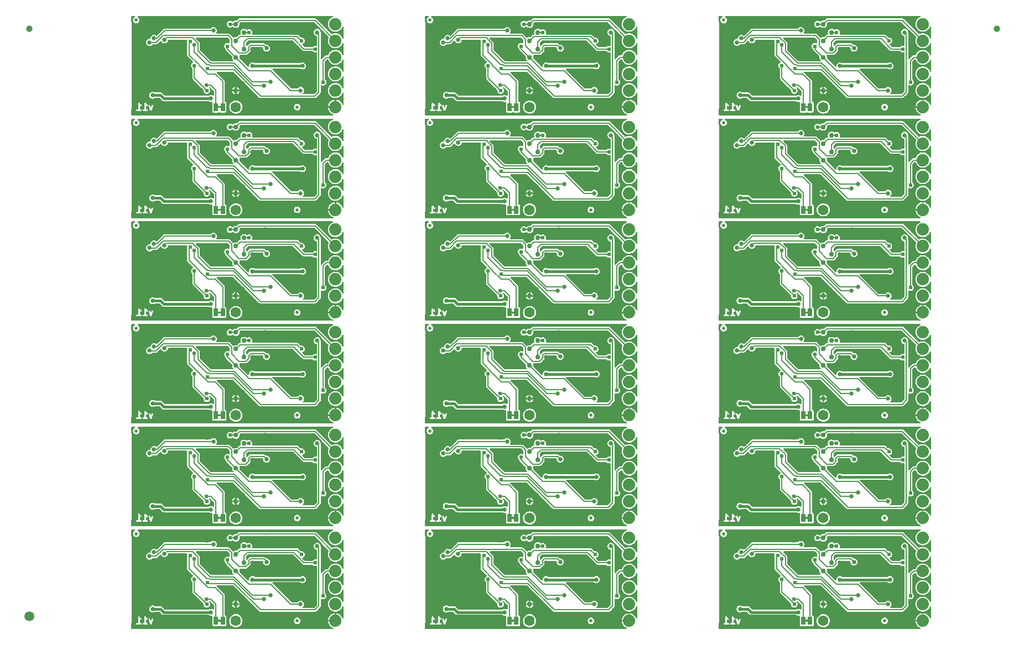
<source format=gbl>
%TF.GenerationSoftware,KiCad,Pcbnew,7.0.6*%
%TF.CreationDate,2023-11-19T12:50:20-07:00*%
%TF.ProjectId,SparkFun_BlueSMiRF-ESP32-PTH_panelized,53706172-6b46-4756-9e5f-426c7565534d,rev?*%
%TF.SameCoordinates,Original*%
%TF.FileFunction,Copper,L2,Bot*%
%TF.FilePolarity,Positive*%
%FSLAX46Y46*%
G04 Gerber Fmt 4.6, Leading zero omitted, Abs format (unit mm)*
G04 Created by KiCad (PCBNEW 7.0.6) date 2023-11-19 12:50:20*
%MOMM*%
%LPD*%
G01*
G04 APERTURE LIST*
G04 Aperture macros list*
%AMRoundRect*
0 Rectangle with rounded corners*
0 $1 Rounding radius*
0 $2 $3 $4 $5 $6 $7 $8 $9 X,Y pos of 4 corners*
0 Add a 4 corners polygon primitive as box body*
4,1,4,$2,$3,$4,$5,$6,$7,$8,$9,$2,$3,0*
0 Add four circle primitives for the rounded corners*
1,1,$1+$1,$2,$3*
1,1,$1+$1,$4,$5*
1,1,$1+$1,$6,$7*
1,1,$1+$1,$8,$9*
0 Add four rect primitives between the rounded corners*
20,1,$1+$1,$2,$3,$4,$5,0*
20,1,$1+$1,$4,$5,$6,$7,0*
20,1,$1+$1,$6,$7,$8,$9,0*
20,1,$1+$1,$8,$9,$2,$3,0*%
G04 Aperture macros list end*
%ADD10C,0.254000*%
%TA.AperFunction,ComponentPad*%
%ADD11C,1.600000*%
%TD*%
%TA.AperFunction,ComponentPad*%
%ADD12C,1.879600*%
%TD*%
%TA.AperFunction,SMDPad,CuDef*%
%ADD13RoundRect,0.375000X0.000000X0.000000X0.000000X0.000000X0.000000X0.000000X0.000000X0.000000X0*%
%TD*%
%TA.AperFunction,SMDPad,CuDef*%
%ADD14R,0.660400X1.270000*%
%TD*%
%TA.AperFunction,SMDPad,CuDef*%
%ADD15C,1.000000*%
%TD*%
%TA.AperFunction,SMDPad,CuDef*%
%ADD16C,0.500000*%
%TD*%
%TA.AperFunction,SMDPad,CuDef*%
%ADD17C,1.500000*%
%TD*%
%TA.AperFunction,ViaPad*%
%ADD18C,0.660400*%
%TD*%
%TA.AperFunction,ViaPad*%
%ADD19C,0.609600*%
%TD*%
%TA.AperFunction,Conductor*%
%ADD20C,0.406400*%
%TD*%
%TA.AperFunction,Conductor*%
%ADD21C,0.177800*%
%TD*%
G04 APERTURE END LIST*
D10*
G36*
X98998374Y47761045D02*
G01*
X96088006Y47761045D01*
X96088006Y48015114D01*
X96233149Y48015114D01*
X96262876Y47950021D01*
X96323076Y47911332D01*
X96358856Y47906188D01*
X96939428Y47906188D01*
X97008089Y47926349D01*
X97054951Y47980430D01*
X97059938Y48015114D01*
X97200768Y48015114D01*
X97230495Y47950021D01*
X97290695Y47911332D01*
X97326475Y47906188D01*
X97907047Y47906188D01*
X97975708Y47926349D01*
X98022570Y47980430D01*
X98032754Y48051262D01*
X98003027Y48116355D01*
X97942827Y48155044D01*
X97907047Y48160188D01*
X97743761Y48160188D01*
X97743761Y48700439D01*
X97753489Y48693691D01*
X97850251Y48645310D01*
X97920679Y48632636D01*
X97986780Y48660050D01*
X98016733Y48703232D01*
X98118922Y48703232D01*
X98126112Y48667806D01*
X98368017Y47990474D01*
X98384937Y47967200D01*
X98399079Y47942140D01*
X98405695Y47938647D01*
X98410096Y47932593D01*
X98436917Y47922160D01*
X98462359Y47908726D01*
X98469813Y47909364D01*
X98476788Y47906651D01*
X98504989Y47912375D01*
X98533658Y47914828D01*
X98539585Y47919396D01*
X98546919Y47920884D01*
X98567544Y47940941D01*
X98590341Y47958508D01*
X98595334Y47967965D01*
X98598221Y47970772D01*
X98599323Y47975521D01*
X98607219Y47990473D01*
X98849124Y48667806D01*
X98853231Y48739248D01*
X98818062Y48801569D01*
X98754782Y48834983D01*
X98683483Y48828881D01*
X98626800Y48785201D01*
X98609922Y48753235D01*
X98487618Y48410786D01*
X98365314Y48753236D01*
X98323235Y48811116D01*
X98256543Y48837058D01*
X98186412Y48822826D01*
X98135110Y48772937D01*
X98118922Y48703232D01*
X98016733Y48703232D01*
X98027566Y48718850D01*
X98030087Y48790365D01*
X97993545Y48851892D01*
X97963843Y48872494D01*
X97885515Y48911658D01*
X97812215Y48984959D01*
X97722431Y49119635D01*
X97695789Y49141948D01*
X97669519Y49164711D01*
X97668420Y49164869D01*
X97667570Y49165581D01*
X97633081Y49169950D01*
X97598687Y49174895D01*
X97597678Y49174435D01*
X97596578Y49174574D01*
X97565206Y49159605D01*
X97533594Y49145168D01*
X97532994Y49144235D01*
X97531993Y49143757D01*
X97513713Y49114234D01*
X97494905Y49084968D01*
X97494696Y49083521D01*
X97494322Y49082915D01*
X97494352Y49081123D01*
X97489761Y49049188D01*
X97489761Y48160188D01*
X97326475Y48160188D01*
X97257814Y48140027D01*
X97210952Y48085946D01*
X97200768Y48015114D01*
X97059938Y48015114D01*
X97065135Y48051262D01*
X97035408Y48116355D01*
X96975208Y48155044D01*
X96939428Y48160188D01*
X96776142Y48160188D01*
X96776142Y48700439D01*
X96785870Y48693691D01*
X96882632Y48645310D01*
X96953060Y48632636D01*
X97019161Y48660050D01*
X97059947Y48718850D01*
X97062468Y48790365D01*
X97025926Y48851892D01*
X96996224Y48872494D01*
X96917896Y48911658D01*
X96844596Y48984959D01*
X96754812Y49119635D01*
X96728170Y49141948D01*
X96701900Y49164711D01*
X96700801Y49164869D01*
X96699951Y49165581D01*
X96665462Y49169950D01*
X96631068Y49174895D01*
X96630059Y49174435D01*
X96628959Y49174574D01*
X96597587Y49159605D01*
X96565975Y49145168D01*
X96565375Y49144235D01*
X96564374Y49143757D01*
X96546094Y49114234D01*
X96527286Y49084968D01*
X96527077Y49083521D01*
X96526703Y49082915D01*
X96526733Y49081123D01*
X96522142Y49049188D01*
X96522142Y48160188D01*
X96358856Y48160188D01*
X96290195Y48140027D01*
X96243333Y48085946D01*
X96233149Y48015114D01*
X96088006Y48015114D01*
X96088006Y49320038D01*
X98998374Y49320038D01*
X98998374Y47761045D01*
G37*
G36*
X54048374Y79241045D02*
G01*
X51138006Y79241045D01*
X51138006Y79495114D01*
X51283149Y79495114D01*
X51312876Y79430021D01*
X51373076Y79391332D01*
X51408856Y79386188D01*
X51989428Y79386188D01*
X52058089Y79406349D01*
X52104951Y79460430D01*
X52109938Y79495114D01*
X52250768Y79495114D01*
X52280495Y79430021D01*
X52340695Y79391332D01*
X52376475Y79386188D01*
X52957047Y79386188D01*
X53025708Y79406349D01*
X53072570Y79460430D01*
X53082754Y79531262D01*
X53053027Y79596355D01*
X52992827Y79635044D01*
X52957047Y79640188D01*
X52793761Y79640188D01*
X52793761Y80180439D01*
X52803489Y80173691D01*
X52900251Y80125310D01*
X52970679Y80112636D01*
X53036780Y80140050D01*
X53066733Y80183232D01*
X53168922Y80183232D01*
X53176112Y80147806D01*
X53418017Y79470474D01*
X53434937Y79447200D01*
X53449079Y79422140D01*
X53455695Y79418647D01*
X53460096Y79412593D01*
X53486917Y79402160D01*
X53512359Y79388726D01*
X53519813Y79389364D01*
X53526788Y79386651D01*
X53554989Y79392375D01*
X53583658Y79394828D01*
X53589585Y79399396D01*
X53596919Y79400884D01*
X53617544Y79420941D01*
X53640341Y79438508D01*
X53645334Y79447965D01*
X53648221Y79450772D01*
X53649323Y79455521D01*
X53657219Y79470473D01*
X53899124Y80147806D01*
X53903231Y80219248D01*
X53868062Y80281569D01*
X53804782Y80314983D01*
X53733483Y80308881D01*
X53676800Y80265201D01*
X53659922Y80233235D01*
X53537618Y79890786D01*
X53415314Y80233236D01*
X53373235Y80291116D01*
X53306543Y80317058D01*
X53236412Y80302826D01*
X53185110Y80252937D01*
X53168922Y80183232D01*
X53066733Y80183232D01*
X53077566Y80198850D01*
X53080087Y80270365D01*
X53043545Y80331892D01*
X53013843Y80352494D01*
X52935515Y80391658D01*
X52862215Y80464959D01*
X52772431Y80599635D01*
X52745789Y80621948D01*
X52719519Y80644711D01*
X52718420Y80644869D01*
X52717570Y80645581D01*
X52683081Y80649950D01*
X52648687Y80654895D01*
X52647678Y80654435D01*
X52646578Y80654574D01*
X52615206Y80639605D01*
X52583594Y80625168D01*
X52582994Y80624235D01*
X52581993Y80623757D01*
X52563713Y80594234D01*
X52544905Y80564968D01*
X52544696Y80563521D01*
X52544322Y80562915D01*
X52544352Y80561123D01*
X52539761Y80529188D01*
X52539761Y79640188D01*
X52376475Y79640188D01*
X52307814Y79620027D01*
X52260952Y79565946D01*
X52250768Y79495114D01*
X52109938Y79495114D01*
X52115135Y79531262D01*
X52085408Y79596355D01*
X52025208Y79635044D01*
X51989428Y79640188D01*
X51826142Y79640188D01*
X51826142Y80180439D01*
X51835870Y80173691D01*
X51932632Y80125310D01*
X52003060Y80112636D01*
X52069161Y80140050D01*
X52109947Y80198850D01*
X52112468Y80270365D01*
X52075926Y80331892D01*
X52046224Y80352494D01*
X51967896Y80391658D01*
X51894596Y80464959D01*
X51804812Y80599635D01*
X51778170Y80621948D01*
X51751900Y80644711D01*
X51750801Y80644869D01*
X51749951Y80645581D01*
X51715462Y80649950D01*
X51681068Y80654895D01*
X51680059Y80654435D01*
X51678959Y80654574D01*
X51647587Y80639605D01*
X51615975Y80625168D01*
X51615375Y80624235D01*
X51614374Y80623757D01*
X51596094Y80594234D01*
X51577286Y80564968D01*
X51577077Y80563521D01*
X51576703Y80562915D01*
X51576733Y80561123D01*
X51572142Y80529188D01*
X51572142Y79640188D01*
X51408856Y79640188D01*
X51340195Y79620027D01*
X51293333Y79565946D01*
X51283149Y79495114D01*
X51138006Y79495114D01*
X51138006Y80800038D01*
X54048374Y80800038D01*
X54048374Y79241045D01*
G37*
G36*
X9098374Y32021045D02*
G01*
X6188006Y32021045D01*
X6188006Y32275114D01*
X6333149Y32275114D01*
X6362876Y32210021D01*
X6423076Y32171332D01*
X6458856Y32166188D01*
X7039428Y32166188D01*
X7108089Y32186349D01*
X7154951Y32240430D01*
X7159938Y32275114D01*
X7300768Y32275114D01*
X7330495Y32210021D01*
X7390695Y32171332D01*
X7426475Y32166188D01*
X8007047Y32166188D01*
X8075708Y32186349D01*
X8122570Y32240430D01*
X8132754Y32311262D01*
X8103027Y32376355D01*
X8042827Y32415044D01*
X8007047Y32420188D01*
X7843761Y32420188D01*
X7843761Y32960439D01*
X7853489Y32953691D01*
X7950251Y32905310D01*
X8020679Y32892636D01*
X8086780Y32920050D01*
X8116733Y32963232D01*
X8218922Y32963232D01*
X8226112Y32927806D01*
X8468017Y32250474D01*
X8484937Y32227200D01*
X8499079Y32202140D01*
X8505695Y32198647D01*
X8510096Y32192593D01*
X8536917Y32182160D01*
X8562359Y32168726D01*
X8569813Y32169364D01*
X8576788Y32166651D01*
X8604989Y32172375D01*
X8633658Y32174828D01*
X8639585Y32179396D01*
X8646919Y32180884D01*
X8667544Y32200941D01*
X8690341Y32218508D01*
X8695334Y32227965D01*
X8698221Y32230772D01*
X8699323Y32235521D01*
X8707219Y32250473D01*
X8949124Y32927806D01*
X8953231Y32999248D01*
X8918062Y33061569D01*
X8854782Y33094983D01*
X8783483Y33088881D01*
X8726800Y33045201D01*
X8709922Y33013235D01*
X8587618Y32670786D01*
X8465314Y33013236D01*
X8423235Y33071116D01*
X8356543Y33097058D01*
X8286412Y33082826D01*
X8235110Y33032937D01*
X8218922Y32963232D01*
X8116733Y32963232D01*
X8127566Y32978850D01*
X8130087Y33050365D01*
X8093545Y33111892D01*
X8063843Y33132494D01*
X7985515Y33171658D01*
X7912215Y33244959D01*
X7822431Y33379635D01*
X7795789Y33401948D01*
X7769519Y33424711D01*
X7768420Y33424869D01*
X7767570Y33425581D01*
X7733081Y33429950D01*
X7698687Y33434895D01*
X7697678Y33434435D01*
X7696578Y33434574D01*
X7665206Y33419605D01*
X7633594Y33405168D01*
X7632994Y33404235D01*
X7631993Y33403757D01*
X7613713Y33374234D01*
X7594905Y33344968D01*
X7594696Y33343521D01*
X7594322Y33342915D01*
X7594352Y33341123D01*
X7589761Y33309188D01*
X7589761Y32420188D01*
X7426475Y32420188D01*
X7357814Y32400027D01*
X7310952Y32345946D01*
X7300768Y32275114D01*
X7159938Y32275114D01*
X7165135Y32311262D01*
X7135408Y32376355D01*
X7075208Y32415044D01*
X7039428Y32420188D01*
X6876142Y32420188D01*
X6876142Y32960439D01*
X6885870Y32953691D01*
X6982632Y32905310D01*
X7053060Y32892636D01*
X7119161Y32920050D01*
X7159947Y32978850D01*
X7162468Y33050365D01*
X7125926Y33111892D01*
X7096224Y33132494D01*
X7017896Y33171658D01*
X6944596Y33244959D01*
X6854812Y33379635D01*
X6828170Y33401948D01*
X6801900Y33424711D01*
X6800801Y33424869D01*
X6799951Y33425581D01*
X6765462Y33429950D01*
X6731068Y33434895D01*
X6730059Y33434435D01*
X6728959Y33434574D01*
X6697587Y33419605D01*
X6665975Y33405168D01*
X6665375Y33404235D01*
X6664374Y33403757D01*
X6646094Y33374234D01*
X6627286Y33344968D01*
X6627077Y33343521D01*
X6626703Y33342915D01*
X6626733Y33341123D01*
X6622142Y33309188D01*
X6622142Y32420188D01*
X6458856Y32420188D01*
X6390195Y32400027D01*
X6343333Y32345946D01*
X6333149Y32275114D01*
X6188006Y32275114D01*
X6188006Y33580038D01*
X9098374Y33580038D01*
X9098374Y32021045D01*
G37*
G36*
X54048374Y541045D02*
G01*
X51138006Y541045D01*
X51138006Y795114D01*
X51283149Y795114D01*
X51312876Y730021D01*
X51373076Y691332D01*
X51408856Y686188D01*
X51989428Y686188D01*
X52058089Y706349D01*
X52104951Y760430D01*
X52109938Y795114D01*
X52250768Y795114D01*
X52280495Y730021D01*
X52340695Y691332D01*
X52376475Y686188D01*
X52957047Y686188D01*
X53025708Y706349D01*
X53072570Y760430D01*
X53082754Y831262D01*
X53053027Y896355D01*
X52992827Y935044D01*
X52957047Y940188D01*
X52793761Y940188D01*
X52793761Y1480439D01*
X52803489Y1473691D01*
X52900251Y1425310D01*
X52970679Y1412636D01*
X53036780Y1440050D01*
X53066733Y1483232D01*
X53168922Y1483232D01*
X53176112Y1447806D01*
X53418017Y770474D01*
X53434937Y747200D01*
X53449079Y722140D01*
X53455695Y718647D01*
X53460096Y712593D01*
X53486917Y702160D01*
X53512359Y688726D01*
X53519813Y689364D01*
X53526788Y686651D01*
X53554989Y692375D01*
X53583658Y694828D01*
X53589585Y699396D01*
X53596919Y700884D01*
X53617544Y720941D01*
X53640341Y738508D01*
X53645334Y747965D01*
X53648221Y750772D01*
X53649323Y755521D01*
X53657219Y770473D01*
X53899124Y1447806D01*
X53903231Y1519248D01*
X53868062Y1581569D01*
X53804782Y1614983D01*
X53733483Y1608881D01*
X53676800Y1565201D01*
X53659922Y1533235D01*
X53537618Y1190786D01*
X53415314Y1533236D01*
X53373235Y1591116D01*
X53306543Y1617058D01*
X53236412Y1602826D01*
X53185110Y1552937D01*
X53168922Y1483232D01*
X53066733Y1483232D01*
X53077566Y1498850D01*
X53080087Y1570365D01*
X53043545Y1631892D01*
X53013843Y1652494D01*
X52935515Y1691658D01*
X52862215Y1764959D01*
X52772431Y1899635D01*
X52745789Y1921948D01*
X52719519Y1944711D01*
X52718420Y1944869D01*
X52717570Y1945581D01*
X52683081Y1949950D01*
X52648687Y1954895D01*
X52647678Y1954435D01*
X52646578Y1954574D01*
X52615206Y1939605D01*
X52583594Y1925168D01*
X52582994Y1924235D01*
X52581993Y1923757D01*
X52563713Y1894234D01*
X52544905Y1864968D01*
X52544696Y1863521D01*
X52544322Y1862915D01*
X52544352Y1861123D01*
X52539761Y1829188D01*
X52539761Y940188D01*
X52376475Y940188D01*
X52307814Y920027D01*
X52260952Y865946D01*
X52250768Y795114D01*
X52109938Y795114D01*
X52115135Y831262D01*
X52085408Y896355D01*
X52025208Y935044D01*
X51989428Y940188D01*
X51826142Y940188D01*
X51826142Y1480439D01*
X51835870Y1473691D01*
X51932632Y1425310D01*
X52003060Y1412636D01*
X52069161Y1440050D01*
X52109947Y1498850D01*
X52112468Y1570365D01*
X52075926Y1631892D01*
X52046224Y1652494D01*
X51967896Y1691658D01*
X51894596Y1764959D01*
X51804812Y1899635D01*
X51778170Y1921948D01*
X51751900Y1944711D01*
X51750801Y1944869D01*
X51749951Y1945581D01*
X51715462Y1949950D01*
X51681068Y1954895D01*
X51680059Y1954435D01*
X51678959Y1954574D01*
X51647587Y1939605D01*
X51615975Y1925168D01*
X51615375Y1924235D01*
X51614374Y1923757D01*
X51596094Y1894234D01*
X51577286Y1864968D01*
X51577077Y1863521D01*
X51576703Y1862915D01*
X51576733Y1861123D01*
X51572142Y1829188D01*
X51572142Y940188D01*
X51408856Y940188D01*
X51340195Y920027D01*
X51293333Y865946D01*
X51283149Y795114D01*
X51138006Y795114D01*
X51138006Y2100038D01*
X54048374Y2100038D01*
X54048374Y541045D01*
G37*
G36*
X9098374Y63501045D02*
G01*
X6188006Y63501045D01*
X6188006Y63755114D01*
X6333149Y63755114D01*
X6362876Y63690021D01*
X6423076Y63651332D01*
X6458856Y63646188D01*
X7039428Y63646188D01*
X7108089Y63666349D01*
X7154951Y63720430D01*
X7159938Y63755114D01*
X7300768Y63755114D01*
X7330495Y63690021D01*
X7390695Y63651332D01*
X7426475Y63646188D01*
X8007047Y63646188D01*
X8075708Y63666349D01*
X8122570Y63720430D01*
X8132754Y63791262D01*
X8103027Y63856355D01*
X8042827Y63895044D01*
X8007047Y63900188D01*
X7843761Y63900188D01*
X7843761Y64440439D01*
X7853489Y64433691D01*
X7950251Y64385310D01*
X8020679Y64372636D01*
X8086780Y64400050D01*
X8116733Y64443232D01*
X8218922Y64443232D01*
X8226112Y64407806D01*
X8468017Y63730474D01*
X8484937Y63707200D01*
X8499079Y63682140D01*
X8505695Y63678647D01*
X8510096Y63672593D01*
X8536917Y63662160D01*
X8562359Y63648726D01*
X8569813Y63649364D01*
X8576788Y63646651D01*
X8604989Y63652375D01*
X8633658Y63654828D01*
X8639585Y63659396D01*
X8646919Y63660884D01*
X8667544Y63680941D01*
X8690341Y63698508D01*
X8695334Y63707965D01*
X8698221Y63710772D01*
X8699323Y63715521D01*
X8707219Y63730473D01*
X8949124Y64407806D01*
X8953231Y64479248D01*
X8918062Y64541569D01*
X8854782Y64574983D01*
X8783483Y64568881D01*
X8726800Y64525201D01*
X8709922Y64493235D01*
X8587618Y64150786D01*
X8465314Y64493236D01*
X8423235Y64551116D01*
X8356543Y64577058D01*
X8286412Y64562826D01*
X8235110Y64512937D01*
X8218922Y64443232D01*
X8116733Y64443232D01*
X8127566Y64458850D01*
X8130087Y64530365D01*
X8093545Y64591892D01*
X8063843Y64612494D01*
X7985515Y64651658D01*
X7912215Y64724959D01*
X7822431Y64859635D01*
X7795789Y64881948D01*
X7769519Y64904711D01*
X7768420Y64904869D01*
X7767570Y64905581D01*
X7733081Y64909950D01*
X7698687Y64914895D01*
X7697678Y64914435D01*
X7696578Y64914574D01*
X7665206Y64899605D01*
X7633594Y64885168D01*
X7632994Y64884235D01*
X7631993Y64883757D01*
X7613713Y64854234D01*
X7594905Y64824968D01*
X7594696Y64823521D01*
X7594322Y64822915D01*
X7594352Y64821123D01*
X7589761Y64789188D01*
X7589761Y63900188D01*
X7426475Y63900188D01*
X7357814Y63880027D01*
X7310952Y63825946D01*
X7300768Y63755114D01*
X7159938Y63755114D01*
X7165135Y63791262D01*
X7135408Y63856355D01*
X7075208Y63895044D01*
X7039428Y63900188D01*
X6876142Y63900188D01*
X6876142Y64440439D01*
X6885870Y64433691D01*
X6982632Y64385310D01*
X7053060Y64372636D01*
X7119161Y64400050D01*
X7159947Y64458850D01*
X7162468Y64530365D01*
X7125926Y64591892D01*
X7096224Y64612494D01*
X7017896Y64651658D01*
X6944596Y64724959D01*
X6854812Y64859635D01*
X6828170Y64881948D01*
X6801900Y64904711D01*
X6800801Y64904869D01*
X6799951Y64905581D01*
X6765462Y64909950D01*
X6731068Y64914895D01*
X6730059Y64914435D01*
X6728959Y64914574D01*
X6697587Y64899605D01*
X6665975Y64885168D01*
X6665375Y64884235D01*
X6664374Y64883757D01*
X6646094Y64854234D01*
X6627286Y64824968D01*
X6627077Y64823521D01*
X6626703Y64822915D01*
X6626733Y64821123D01*
X6622142Y64789188D01*
X6622142Y63900188D01*
X6458856Y63900188D01*
X6390195Y63880027D01*
X6343333Y63825946D01*
X6333149Y63755114D01*
X6188006Y63755114D01*
X6188006Y65060038D01*
X9098374Y65060038D01*
X9098374Y63501045D01*
G37*
G36*
X54048374Y32021045D02*
G01*
X51138006Y32021045D01*
X51138006Y32275114D01*
X51283149Y32275114D01*
X51312876Y32210021D01*
X51373076Y32171332D01*
X51408856Y32166188D01*
X51989428Y32166188D01*
X52058089Y32186349D01*
X52104951Y32240430D01*
X52109938Y32275114D01*
X52250768Y32275114D01*
X52280495Y32210021D01*
X52340695Y32171332D01*
X52376475Y32166188D01*
X52957047Y32166188D01*
X53025708Y32186349D01*
X53072570Y32240430D01*
X53082754Y32311262D01*
X53053027Y32376355D01*
X52992827Y32415044D01*
X52957047Y32420188D01*
X52793761Y32420188D01*
X52793761Y32960439D01*
X52803489Y32953691D01*
X52900251Y32905310D01*
X52970679Y32892636D01*
X53036780Y32920050D01*
X53066733Y32963232D01*
X53168922Y32963232D01*
X53176112Y32927806D01*
X53418017Y32250474D01*
X53434937Y32227200D01*
X53449079Y32202140D01*
X53455695Y32198647D01*
X53460096Y32192593D01*
X53486917Y32182160D01*
X53512359Y32168726D01*
X53519813Y32169364D01*
X53526788Y32166651D01*
X53554989Y32172375D01*
X53583658Y32174828D01*
X53589585Y32179396D01*
X53596919Y32180884D01*
X53617544Y32200941D01*
X53640341Y32218508D01*
X53645334Y32227965D01*
X53648221Y32230772D01*
X53649323Y32235521D01*
X53657219Y32250473D01*
X53899124Y32927806D01*
X53903231Y32999248D01*
X53868062Y33061569D01*
X53804782Y33094983D01*
X53733483Y33088881D01*
X53676800Y33045201D01*
X53659922Y33013235D01*
X53537618Y32670786D01*
X53415314Y33013236D01*
X53373235Y33071116D01*
X53306543Y33097058D01*
X53236412Y33082826D01*
X53185110Y33032937D01*
X53168922Y32963232D01*
X53066733Y32963232D01*
X53077566Y32978850D01*
X53080087Y33050365D01*
X53043545Y33111892D01*
X53013843Y33132494D01*
X52935515Y33171658D01*
X52862215Y33244959D01*
X52772431Y33379635D01*
X52745789Y33401948D01*
X52719519Y33424711D01*
X52718420Y33424869D01*
X52717570Y33425581D01*
X52683081Y33429950D01*
X52648687Y33434895D01*
X52647678Y33434435D01*
X52646578Y33434574D01*
X52615206Y33419605D01*
X52583594Y33405168D01*
X52582994Y33404235D01*
X52581993Y33403757D01*
X52563713Y33374234D01*
X52544905Y33344968D01*
X52544696Y33343521D01*
X52544322Y33342915D01*
X52544352Y33341123D01*
X52539761Y33309188D01*
X52539761Y32420188D01*
X52376475Y32420188D01*
X52307814Y32400027D01*
X52260952Y32345946D01*
X52250768Y32275114D01*
X52109938Y32275114D01*
X52115135Y32311262D01*
X52085408Y32376355D01*
X52025208Y32415044D01*
X51989428Y32420188D01*
X51826142Y32420188D01*
X51826142Y32960439D01*
X51835870Y32953691D01*
X51932632Y32905310D01*
X52003060Y32892636D01*
X52069161Y32920050D01*
X52109947Y32978850D01*
X52112468Y33050365D01*
X52075926Y33111892D01*
X52046224Y33132494D01*
X51967896Y33171658D01*
X51894596Y33244959D01*
X51804812Y33379635D01*
X51778170Y33401948D01*
X51751900Y33424711D01*
X51750801Y33424869D01*
X51749951Y33425581D01*
X51715462Y33429950D01*
X51681068Y33434895D01*
X51680059Y33434435D01*
X51678959Y33434574D01*
X51647587Y33419605D01*
X51615975Y33405168D01*
X51615375Y33404235D01*
X51614374Y33403757D01*
X51596094Y33374234D01*
X51577286Y33344968D01*
X51577077Y33343521D01*
X51576703Y33342915D01*
X51576733Y33341123D01*
X51572142Y33309188D01*
X51572142Y32420188D01*
X51408856Y32420188D01*
X51340195Y32400027D01*
X51293333Y32345946D01*
X51283149Y32275114D01*
X51138006Y32275114D01*
X51138006Y33580038D01*
X54048374Y33580038D01*
X54048374Y32021045D01*
G37*
G36*
X9098374Y79241045D02*
G01*
X6188006Y79241045D01*
X6188006Y79495114D01*
X6333149Y79495114D01*
X6362876Y79430021D01*
X6423076Y79391332D01*
X6458856Y79386188D01*
X7039428Y79386188D01*
X7108089Y79406349D01*
X7154951Y79460430D01*
X7159938Y79495114D01*
X7300768Y79495114D01*
X7330495Y79430021D01*
X7390695Y79391332D01*
X7426475Y79386188D01*
X8007047Y79386188D01*
X8075708Y79406349D01*
X8122570Y79460430D01*
X8132754Y79531262D01*
X8103027Y79596355D01*
X8042827Y79635044D01*
X8007047Y79640188D01*
X7843761Y79640188D01*
X7843761Y80180439D01*
X7853489Y80173691D01*
X7950251Y80125310D01*
X8020679Y80112636D01*
X8086780Y80140050D01*
X8116733Y80183232D01*
X8218922Y80183232D01*
X8226112Y80147806D01*
X8468017Y79470474D01*
X8484937Y79447200D01*
X8499079Y79422140D01*
X8505695Y79418647D01*
X8510096Y79412593D01*
X8536917Y79402160D01*
X8562359Y79388726D01*
X8569813Y79389364D01*
X8576788Y79386651D01*
X8604989Y79392375D01*
X8633658Y79394828D01*
X8639585Y79399396D01*
X8646919Y79400884D01*
X8667544Y79420941D01*
X8690341Y79438508D01*
X8695334Y79447965D01*
X8698221Y79450772D01*
X8699323Y79455521D01*
X8707219Y79470473D01*
X8949124Y80147806D01*
X8953231Y80219248D01*
X8918062Y80281569D01*
X8854782Y80314983D01*
X8783483Y80308881D01*
X8726800Y80265201D01*
X8709922Y80233235D01*
X8587618Y79890786D01*
X8465314Y80233236D01*
X8423235Y80291116D01*
X8356543Y80317058D01*
X8286412Y80302826D01*
X8235110Y80252937D01*
X8218922Y80183232D01*
X8116733Y80183232D01*
X8127566Y80198850D01*
X8130087Y80270365D01*
X8093545Y80331892D01*
X8063843Y80352494D01*
X7985515Y80391658D01*
X7912215Y80464959D01*
X7822431Y80599635D01*
X7795789Y80621948D01*
X7769519Y80644711D01*
X7768420Y80644869D01*
X7767570Y80645581D01*
X7733081Y80649950D01*
X7698687Y80654895D01*
X7697678Y80654435D01*
X7696578Y80654574D01*
X7665206Y80639605D01*
X7633594Y80625168D01*
X7632994Y80624235D01*
X7631993Y80623757D01*
X7613713Y80594234D01*
X7594905Y80564968D01*
X7594696Y80563521D01*
X7594322Y80562915D01*
X7594352Y80561123D01*
X7589761Y80529188D01*
X7589761Y79640188D01*
X7426475Y79640188D01*
X7357814Y79620027D01*
X7310952Y79565946D01*
X7300768Y79495114D01*
X7159938Y79495114D01*
X7165135Y79531262D01*
X7135408Y79596355D01*
X7075208Y79635044D01*
X7039428Y79640188D01*
X6876142Y79640188D01*
X6876142Y80180439D01*
X6885870Y80173691D01*
X6982632Y80125310D01*
X7053060Y80112636D01*
X7119161Y80140050D01*
X7159947Y80198850D01*
X7162468Y80270365D01*
X7125926Y80331892D01*
X7096224Y80352494D01*
X7017896Y80391658D01*
X6944596Y80464959D01*
X6854812Y80599635D01*
X6828170Y80621948D01*
X6801900Y80644711D01*
X6800801Y80644869D01*
X6799951Y80645581D01*
X6765462Y80649950D01*
X6731068Y80654895D01*
X6730059Y80654435D01*
X6728959Y80654574D01*
X6697587Y80639605D01*
X6665975Y80625168D01*
X6665375Y80624235D01*
X6664374Y80623757D01*
X6646094Y80594234D01*
X6627286Y80564968D01*
X6627077Y80563521D01*
X6626703Y80562915D01*
X6626733Y80561123D01*
X6622142Y80529188D01*
X6622142Y79640188D01*
X6458856Y79640188D01*
X6390195Y79620027D01*
X6343333Y79565946D01*
X6333149Y79495114D01*
X6188006Y79495114D01*
X6188006Y80800038D01*
X9098374Y80800038D01*
X9098374Y79241045D01*
G37*
G36*
X9098374Y541045D02*
G01*
X6188006Y541045D01*
X6188006Y795114D01*
X6333149Y795114D01*
X6362876Y730021D01*
X6423076Y691332D01*
X6458856Y686188D01*
X7039428Y686188D01*
X7108089Y706349D01*
X7154951Y760430D01*
X7159938Y795114D01*
X7300768Y795114D01*
X7330495Y730021D01*
X7390695Y691332D01*
X7426475Y686188D01*
X8007047Y686188D01*
X8075708Y706349D01*
X8122570Y760430D01*
X8132754Y831262D01*
X8103027Y896355D01*
X8042827Y935044D01*
X8007047Y940188D01*
X7843761Y940188D01*
X7843761Y1480439D01*
X7853489Y1473691D01*
X7950251Y1425310D01*
X8020679Y1412636D01*
X8086780Y1440050D01*
X8116733Y1483232D01*
X8218922Y1483232D01*
X8226112Y1447806D01*
X8468017Y770474D01*
X8484937Y747200D01*
X8499079Y722140D01*
X8505695Y718647D01*
X8510096Y712593D01*
X8536917Y702160D01*
X8562359Y688726D01*
X8569813Y689364D01*
X8576788Y686651D01*
X8604989Y692375D01*
X8633658Y694828D01*
X8639585Y699396D01*
X8646919Y700884D01*
X8667544Y720941D01*
X8690341Y738508D01*
X8695334Y747965D01*
X8698221Y750772D01*
X8699323Y755521D01*
X8707219Y770473D01*
X8949124Y1447806D01*
X8953231Y1519248D01*
X8918062Y1581569D01*
X8854782Y1614983D01*
X8783483Y1608881D01*
X8726800Y1565201D01*
X8709922Y1533235D01*
X8587618Y1190786D01*
X8465314Y1533236D01*
X8423235Y1591116D01*
X8356543Y1617058D01*
X8286412Y1602826D01*
X8235110Y1552937D01*
X8218922Y1483232D01*
X8116733Y1483232D01*
X8127566Y1498850D01*
X8130087Y1570365D01*
X8093545Y1631892D01*
X8063843Y1652494D01*
X7985515Y1691658D01*
X7912215Y1764959D01*
X7822431Y1899635D01*
X7795789Y1921948D01*
X7769519Y1944711D01*
X7768420Y1944869D01*
X7767570Y1945581D01*
X7733081Y1949950D01*
X7698687Y1954895D01*
X7697678Y1954435D01*
X7696578Y1954574D01*
X7665206Y1939605D01*
X7633594Y1925168D01*
X7632994Y1924235D01*
X7631993Y1923757D01*
X7613713Y1894234D01*
X7594905Y1864968D01*
X7594696Y1863521D01*
X7594322Y1862915D01*
X7594352Y1861123D01*
X7589761Y1829188D01*
X7589761Y940188D01*
X7426475Y940188D01*
X7357814Y920027D01*
X7310952Y865946D01*
X7300768Y795114D01*
X7159938Y795114D01*
X7165135Y831262D01*
X7135408Y896355D01*
X7075208Y935044D01*
X7039428Y940188D01*
X6876142Y940188D01*
X6876142Y1480439D01*
X6885870Y1473691D01*
X6982632Y1425310D01*
X7053060Y1412636D01*
X7119161Y1440050D01*
X7159947Y1498850D01*
X7162468Y1570365D01*
X7125926Y1631892D01*
X7096224Y1652494D01*
X7017896Y1691658D01*
X6944596Y1764959D01*
X6854812Y1899635D01*
X6828170Y1921948D01*
X6801900Y1944711D01*
X6800801Y1944869D01*
X6799951Y1945581D01*
X6765462Y1949950D01*
X6731068Y1954895D01*
X6730059Y1954435D01*
X6728959Y1954574D01*
X6697587Y1939605D01*
X6665975Y1925168D01*
X6665375Y1924235D01*
X6664374Y1923757D01*
X6646094Y1894234D01*
X6627286Y1864968D01*
X6627077Y1863521D01*
X6626703Y1862915D01*
X6626733Y1861123D01*
X6622142Y1829188D01*
X6622142Y940188D01*
X6458856Y940188D01*
X6390195Y920027D01*
X6343333Y865946D01*
X6333149Y795114D01*
X6188006Y795114D01*
X6188006Y2100038D01*
X9098374Y2100038D01*
X9098374Y541045D01*
G37*
G36*
X9098374Y16281045D02*
G01*
X6188006Y16281045D01*
X6188006Y16535114D01*
X6333149Y16535114D01*
X6362876Y16470021D01*
X6423076Y16431332D01*
X6458856Y16426188D01*
X7039428Y16426188D01*
X7108089Y16446349D01*
X7154951Y16500430D01*
X7159938Y16535114D01*
X7300768Y16535114D01*
X7330495Y16470021D01*
X7390695Y16431332D01*
X7426475Y16426188D01*
X8007047Y16426188D01*
X8075708Y16446349D01*
X8122570Y16500430D01*
X8132754Y16571262D01*
X8103027Y16636355D01*
X8042827Y16675044D01*
X8007047Y16680188D01*
X7843761Y16680188D01*
X7843761Y17220439D01*
X7853489Y17213691D01*
X7950251Y17165310D01*
X8020679Y17152636D01*
X8086780Y17180050D01*
X8116733Y17223232D01*
X8218922Y17223232D01*
X8226112Y17187806D01*
X8468017Y16510474D01*
X8484937Y16487200D01*
X8499079Y16462140D01*
X8505695Y16458647D01*
X8510096Y16452593D01*
X8536917Y16442160D01*
X8562359Y16428726D01*
X8569813Y16429364D01*
X8576788Y16426651D01*
X8604989Y16432375D01*
X8633658Y16434828D01*
X8639585Y16439396D01*
X8646919Y16440884D01*
X8667544Y16460941D01*
X8690341Y16478508D01*
X8695334Y16487965D01*
X8698221Y16490772D01*
X8699323Y16495521D01*
X8707219Y16510473D01*
X8949124Y17187806D01*
X8953231Y17259248D01*
X8918062Y17321569D01*
X8854782Y17354983D01*
X8783483Y17348881D01*
X8726800Y17305201D01*
X8709922Y17273235D01*
X8587618Y16930786D01*
X8465314Y17273236D01*
X8423235Y17331116D01*
X8356543Y17357058D01*
X8286412Y17342826D01*
X8235110Y17292937D01*
X8218922Y17223232D01*
X8116733Y17223232D01*
X8127566Y17238850D01*
X8130087Y17310365D01*
X8093545Y17371892D01*
X8063843Y17392494D01*
X7985515Y17431658D01*
X7912215Y17504959D01*
X7822431Y17639635D01*
X7795789Y17661948D01*
X7769519Y17684711D01*
X7768420Y17684869D01*
X7767570Y17685581D01*
X7733081Y17689950D01*
X7698687Y17694895D01*
X7697678Y17694435D01*
X7696578Y17694574D01*
X7665206Y17679605D01*
X7633594Y17665168D01*
X7632994Y17664235D01*
X7631993Y17663757D01*
X7613713Y17634234D01*
X7594905Y17604968D01*
X7594696Y17603521D01*
X7594322Y17602915D01*
X7594352Y17601123D01*
X7589761Y17569188D01*
X7589761Y16680188D01*
X7426475Y16680188D01*
X7357814Y16660027D01*
X7310952Y16605946D01*
X7300768Y16535114D01*
X7159938Y16535114D01*
X7165135Y16571262D01*
X7135408Y16636355D01*
X7075208Y16675044D01*
X7039428Y16680188D01*
X6876142Y16680188D01*
X6876142Y17220439D01*
X6885870Y17213691D01*
X6982632Y17165310D01*
X7053060Y17152636D01*
X7119161Y17180050D01*
X7159947Y17238850D01*
X7162468Y17310365D01*
X7125926Y17371892D01*
X7096224Y17392494D01*
X7017896Y17431658D01*
X6944596Y17504959D01*
X6854812Y17639635D01*
X6828170Y17661948D01*
X6801900Y17684711D01*
X6800801Y17684869D01*
X6799951Y17685581D01*
X6765462Y17689950D01*
X6731068Y17694895D01*
X6730059Y17694435D01*
X6728959Y17694574D01*
X6697587Y17679605D01*
X6665975Y17665168D01*
X6665375Y17664235D01*
X6664374Y17663757D01*
X6646094Y17634234D01*
X6627286Y17604968D01*
X6627077Y17603521D01*
X6626703Y17602915D01*
X6626733Y17601123D01*
X6622142Y17569188D01*
X6622142Y16680188D01*
X6458856Y16680188D01*
X6390195Y16660027D01*
X6343333Y16605946D01*
X6333149Y16535114D01*
X6188006Y16535114D01*
X6188006Y17840038D01*
X9098374Y17840038D01*
X9098374Y16281045D01*
G37*
G36*
X54048374Y63501045D02*
G01*
X51138006Y63501045D01*
X51138006Y63755114D01*
X51283149Y63755114D01*
X51312876Y63690021D01*
X51373076Y63651332D01*
X51408856Y63646188D01*
X51989428Y63646188D01*
X52058089Y63666349D01*
X52104951Y63720430D01*
X52109938Y63755114D01*
X52250768Y63755114D01*
X52280495Y63690021D01*
X52340695Y63651332D01*
X52376475Y63646188D01*
X52957047Y63646188D01*
X53025708Y63666349D01*
X53072570Y63720430D01*
X53082754Y63791262D01*
X53053027Y63856355D01*
X52992827Y63895044D01*
X52957047Y63900188D01*
X52793761Y63900188D01*
X52793761Y64440439D01*
X52803489Y64433691D01*
X52900251Y64385310D01*
X52970679Y64372636D01*
X53036780Y64400050D01*
X53066733Y64443232D01*
X53168922Y64443232D01*
X53176112Y64407806D01*
X53418017Y63730474D01*
X53434937Y63707200D01*
X53449079Y63682140D01*
X53455695Y63678647D01*
X53460096Y63672593D01*
X53486917Y63662160D01*
X53512359Y63648726D01*
X53519813Y63649364D01*
X53526788Y63646651D01*
X53554989Y63652375D01*
X53583658Y63654828D01*
X53589585Y63659396D01*
X53596919Y63660884D01*
X53617544Y63680941D01*
X53640341Y63698508D01*
X53645334Y63707965D01*
X53648221Y63710772D01*
X53649323Y63715521D01*
X53657219Y63730473D01*
X53899124Y64407806D01*
X53903231Y64479248D01*
X53868062Y64541569D01*
X53804782Y64574983D01*
X53733483Y64568881D01*
X53676800Y64525201D01*
X53659922Y64493235D01*
X53537618Y64150786D01*
X53415314Y64493236D01*
X53373235Y64551116D01*
X53306543Y64577058D01*
X53236412Y64562826D01*
X53185110Y64512937D01*
X53168922Y64443232D01*
X53066733Y64443232D01*
X53077566Y64458850D01*
X53080087Y64530365D01*
X53043545Y64591892D01*
X53013843Y64612494D01*
X52935515Y64651658D01*
X52862215Y64724959D01*
X52772431Y64859635D01*
X52745789Y64881948D01*
X52719519Y64904711D01*
X52718420Y64904869D01*
X52717570Y64905581D01*
X52683081Y64909950D01*
X52648687Y64914895D01*
X52647678Y64914435D01*
X52646578Y64914574D01*
X52615206Y64899605D01*
X52583594Y64885168D01*
X52582994Y64884235D01*
X52581993Y64883757D01*
X52563713Y64854234D01*
X52544905Y64824968D01*
X52544696Y64823521D01*
X52544322Y64822915D01*
X52544352Y64821123D01*
X52539761Y64789188D01*
X52539761Y63900188D01*
X52376475Y63900188D01*
X52307814Y63880027D01*
X52260952Y63825946D01*
X52250768Y63755114D01*
X52109938Y63755114D01*
X52115135Y63791262D01*
X52085408Y63856355D01*
X52025208Y63895044D01*
X51989428Y63900188D01*
X51826142Y63900188D01*
X51826142Y64440439D01*
X51835870Y64433691D01*
X51932632Y64385310D01*
X52003060Y64372636D01*
X52069161Y64400050D01*
X52109947Y64458850D01*
X52112468Y64530365D01*
X52075926Y64591892D01*
X52046224Y64612494D01*
X51967896Y64651658D01*
X51894596Y64724959D01*
X51804812Y64859635D01*
X51778170Y64881948D01*
X51751900Y64904711D01*
X51750801Y64904869D01*
X51749951Y64905581D01*
X51715462Y64909950D01*
X51681068Y64914895D01*
X51680059Y64914435D01*
X51678959Y64914574D01*
X51647587Y64899605D01*
X51615975Y64885168D01*
X51615375Y64884235D01*
X51614374Y64883757D01*
X51596094Y64854234D01*
X51577286Y64824968D01*
X51577077Y64823521D01*
X51576703Y64822915D01*
X51576733Y64821123D01*
X51572142Y64789188D01*
X51572142Y63900188D01*
X51408856Y63900188D01*
X51340195Y63880027D01*
X51293333Y63825946D01*
X51283149Y63755114D01*
X51138006Y63755114D01*
X51138006Y65060038D01*
X54048374Y65060038D01*
X54048374Y63501045D01*
G37*
G36*
X98998374Y79241045D02*
G01*
X96088006Y79241045D01*
X96088006Y79495114D01*
X96233149Y79495114D01*
X96262876Y79430021D01*
X96323076Y79391332D01*
X96358856Y79386188D01*
X96939428Y79386188D01*
X97008089Y79406349D01*
X97054951Y79460430D01*
X97059938Y79495114D01*
X97200768Y79495114D01*
X97230495Y79430021D01*
X97290695Y79391332D01*
X97326475Y79386188D01*
X97907047Y79386188D01*
X97975708Y79406349D01*
X98022570Y79460430D01*
X98032754Y79531262D01*
X98003027Y79596355D01*
X97942827Y79635044D01*
X97907047Y79640188D01*
X97743761Y79640188D01*
X97743761Y80180439D01*
X97753489Y80173691D01*
X97850251Y80125310D01*
X97920679Y80112636D01*
X97986780Y80140050D01*
X98016733Y80183232D01*
X98118922Y80183232D01*
X98126112Y80147806D01*
X98368017Y79470474D01*
X98384937Y79447200D01*
X98399079Y79422140D01*
X98405695Y79418647D01*
X98410096Y79412593D01*
X98436917Y79402160D01*
X98462359Y79388726D01*
X98469813Y79389364D01*
X98476788Y79386651D01*
X98504989Y79392375D01*
X98533658Y79394828D01*
X98539585Y79399396D01*
X98546919Y79400884D01*
X98567544Y79420941D01*
X98590341Y79438508D01*
X98595334Y79447965D01*
X98598221Y79450772D01*
X98599323Y79455521D01*
X98607219Y79470473D01*
X98849124Y80147806D01*
X98853231Y80219248D01*
X98818062Y80281569D01*
X98754782Y80314983D01*
X98683483Y80308881D01*
X98626800Y80265201D01*
X98609922Y80233235D01*
X98487618Y79890786D01*
X98365314Y80233236D01*
X98323235Y80291116D01*
X98256543Y80317058D01*
X98186412Y80302826D01*
X98135110Y80252937D01*
X98118922Y80183232D01*
X98016733Y80183232D01*
X98027566Y80198850D01*
X98030087Y80270365D01*
X97993545Y80331892D01*
X97963843Y80352494D01*
X97885515Y80391658D01*
X97812215Y80464959D01*
X97722431Y80599635D01*
X97695789Y80621948D01*
X97669519Y80644711D01*
X97668420Y80644869D01*
X97667570Y80645581D01*
X97633081Y80649950D01*
X97598687Y80654895D01*
X97597678Y80654435D01*
X97596578Y80654574D01*
X97565206Y80639605D01*
X97533594Y80625168D01*
X97532994Y80624235D01*
X97531993Y80623757D01*
X97513713Y80594234D01*
X97494905Y80564968D01*
X97494696Y80563521D01*
X97494322Y80562915D01*
X97494352Y80561123D01*
X97489761Y80529188D01*
X97489761Y79640188D01*
X97326475Y79640188D01*
X97257814Y79620027D01*
X97210952Y79565946D01*
X97200768Y79495114D01*
X97059938Y79495114D01*
X97065135Y79531262D01*
X97035408Y79596355D01*
X96975208Y79635044D01*
X96939428Y79640188D01*
X96776142Y79640188D01*
X96776142Y80180439D01*
X96785870Y80173691D01*
X96882632Y80125310D01*
X96953060Y80112636D01*
X97019161Y80140050D01*
X97059947Y80198850D01*
X97062468Y80270365D01*
X97025926Y80331892D01*
X96996224Y80352494D01*
X96917896Y80391658D01*
X96844596Y80464959D01*
X96754812Y80599635D01*
X96728170Y80621948D01*
X96701900Y80644711D01*
X96700801Y80644869D01*
X96699951Y80645581D01*
X96665462Y80649950D01*
X96631068Y80654895D01*
X96630059Y80654435D01*
X96628959Y80654574D01*
X96597587Y80639605D01*
X96565975Y80625168D01*
X96565375Y80624235D01*
X96564374Y80623757D01*
X96546094Y80594234D01*
X96527286Y80564968D01*
X96527077Y80563521D01*
X96526703Y80562915D01*
X96526733Y80561123D01*
X96522142Y80529188D01*
X96522142Y79640188D01*
X96358856Y79640188D01*
X96290195Y79620027D01*
X96243333Y79565946D01*
X96233149Y79495114D01*
X96088006Y79495114D01*
X96088006Y80800038D01*
X98998374Y80800038D01*
X98998374Y79241045D01*
G37*
G36*
X9098374Y47761045D02*
G01*
X6188006Y47761045D01*
X6188006Y48015114D01*
X6333149Y48015114D01*
X6362876Y47950021D01*
X6423076Y47911332D01*
X6458856Y47906188D01*
X7039428Y47906188D01*
X7108089Y47926349D01*
X7154951Y47980430D01*
X7159938Y48015114D01*
X7300768Y48015114D01*
X7330495Y47950021D01*
X7390695Y47911332D01*
X7426475Y47906188D01*
X8007047Y47906188D01*
X8075708Y47926349D01*
X8122570Y47980430D01*
X8132754Y48051262D01*
X8103027Y48116355D01*
X8042827Y48155044D01*
X8007047Y48160188D01*
X7843761Y48160188D01*
X7843761Y48700439D01*
X7853489Y48693691D01*
X7950251Y48645310D01*
X8020679Y48632636D01*
X8086780Y48660050D01*
X8116733Y48703232D01*
X8218922Y48703232D01*
X8226112Y48667806D01*
X8468017Y47990474D01*
X8484937Y47967200D01*
X8499079Y47942140D01*
X8505695Y47938647D01*
X8510096Y47932593D01*
X8536917Y47922160D01*
X8562359Y47908726D01*
X8569813Y47909364D01*
X8576788Y47906651D01*
X8604989Y47912375D01*
X8633658Y47914828D01*
X8639585Y47919396D01*
X8646919Y47920884D01*
X8667544Y47940941D01*
X8690341Y47958508D01*
X8695334Y47967965D01*
X8698221Y47970772D01*
X8699323Y47975521D01*
X8707219Y47990473D01*
X8949124Y48667806D01*
X8953231Y48739248D01*
X8918062Y48801569D01*
X8854782Y48834983D01*
X8783483Y48828881D01*
X8726800Y48785201D01*
X8709922Y48753235D01*
X8587618Y48410786D01*
X8465314Y48753236D01*
X8423235Y48811116D01*
X8356543Y48837058D01*
X8286412Y48822826D01*
X8235110Y48772937D01*
X8218922Y48703232D01*
X8116733Y48703232D01*
X8127566Y48718850D01*
X8130087Y48790365D01*
X8093545Y48851892D01*
X8063843Y48872494D01*
X7985515Y48911658D01*
X7912215Y48984959D01*
X7822431Y49119635D01*
X7795789Y49141948D01*
X7769519Y49164711D01*
X7768420Y49164869D01*
X7767570Y49165581D01*
X7733081Y49169950D01*
X7698687Y49174895D01*
X7697678Y49174435D01*
X7696578Y49174574D01*
X7665206Y49159605D01*
X7633594Y49145168D01*
X7632994Y49144235D01*
X7631993Y49143757D01*
X7613713Y49114234D01*
X7594905Y49084968D01*
X7594696Y49083521D01*
X7594322Y49082915D01*
X7594352Y49081123D01*
X7589761Y49049188D01*
X7589761Y48160188D01*
X7426475Y48160188D01*
X7357814Y48140027D01*
X7310952Y48085946D01*
X7300768Y48015114D01*
X7159938Y48015114D01*
X7165135Y48051262D01*
X7135408Y48116355D01*
X7075208Y48155044D01*
X7039428Y48160188D01*
X6876142Y48160188D01*
X6876142Y48700439D01*
X6885870Y48693691D01*
X6982632Y48645310D01*
X7053060Y48632636D01*
X7119161Y48660050D01*
X7159947Y48718850D01*
X7162468Y48790365D01*
X7125926Y48851892D01*
X7096224Y48872494D01*
X7017896Y48911658D01*
X6944596Y48984959D01*
X6854812Y49119635D01*
X6828170Y49141948D01*
X6801900Y49164711D01*
X6800801Y49164869D01*
X6799951Y49165581D01*
X6765462Y49169950D01*
X6731068Y49174895D01*
X6730059Y49174435D01*
X6728959Y49174574D01*
X6697587Y49159605D01*
X6665975Y49145168D01*
X6665375Y49144235D01*
X6664374Y49143757D01*
X6646094Y49114234D01*
X6627286Y49084968D01*
X6627077Y49083521D01*
X6626703Y49082915D01*
X6626733Y49081123D01*
X6622142Y49049188D01*
X6622142Y48160188D01*
X6458856Y48160188D01*
X6390195Y48140027D01*
X6343333Y48085946D01*
X6333149Y48015114D01*
X6188006Y48015114D01*
X6188006Y49320038D01*
X9098374Y49320038D01*
X9098374Y47761045D01*
G37*
G36*
X98998374Y63501045D02*
G01*
X96088006Y63501045D01*
X96088006Y63755114D01*
X96233149Y63755114D01*
X96262876Y63690021D01*
X96323076Y63651332D01*
X96358856Y63646188D01*
X96939428Y63646188D01*
X97008089Y63666349D01*
X97054951Y63720430D01*
X97059938Y63755114D01*
X97200768Y63755114D01*
X97230495Y63690021D01*
X97290695Y63651332D01*
X97326475Y63646188D01*
X97907047Y63646188D01*
X97975708Y63666349D01*
X98022570Y63720430D01*
X98032754Y63791262D01*
X98003027Y63856355D01*
X97942827Y63895044D01*
X97907047Y63900188D01*
X97743761Y63900188D01*
X97743761Y64440439D01*
X97753489Y64433691D01*
X97850251Y64385310D01*
X97920679Y64372636D01*
X97986780Y64400050D01*
X98016733Y64443232D01*
X98118922Y64443232D01*
X98126112Y64407806D01*
X98368017Y63730474D01*
X98384937Y63707200D01*
X98399079Y63682140D01*
X98405695Y63678647D01*
X98410096Y63672593D01*
X98436917Y63662160D01*
X98462359Y63648726D01*
X98469813Y63649364D01*
X98476788Y63646651D01*
X98504989Y63652375D01*
X98533658Y63654828D01*
X98539585Y63659396D01*
X98546919Y63660884D01*
X98567544Y63680941D01*
X98590341Y63698508D01*
X98595334Y63707965D01*
X98598221Y63710772D01*
X98599323Y63715521D01*
X98607219Y63730473D01*
X98849124Y64407806D01*
X98853231Y64479248D01*
X98818062Y64541569D01*
X98754782Y64574983D01*
X98683483Y64568881D01*
X98626800Y64525201D01*
X98609922Y64493235D01*
X98487618Y64150786D01*
X98365314Y64493236D01*
X98323235Y64551116D01*
X98256543Y64577058D01*
X98186412Y64562826D01*
X98135110Y64512937D01*
X98118922Y64443232D01*
X98016733Y64443232D01*
X98027566Y64458850D01*
X98030087Y64530365D01*
X97993545Y64591892D01*
X97963843Y64612494D01*
X97885515Y64651658D01*
X97812215Y64724959D01*
X97722431Y64859635D01*
X97695789Y64881948D01*
X97669519Y64904711D01*
X97668420Y64904869D01*
X97667570Y64905581D01*
X97633081Y64909950D01*
X97598687Y64914895D01*
X97597678Y64914435D01*
X97596578Y64914574D01*
X97565206Y64899605D01*
X97533594Y64885168D01*
X97532994Y64884235D01*
X97531993Y64883757D01*
X97513713Y64854234D01*
X97494905Y64824968D01*
X97494696Y64823521D01*
X97494322Y64822915D01*
X97494352Y64821123D01*
X97489761Y64789188D01*
X97489761Y63900188D01*
X97326475Y63900188D01*
X97257814Y63880027D01*
X97210952Y63825946D01*
X97200768Y63755114D01*
X97059938Y63755114D01*
X97065135Y63791262D01*
X97035408Y63856355D01*
X96975208Y63895044D01*
X96939428Y63900188D01*
X96776142Y63900188D01*
X96776142Y64440439D01*
X96785870Y64433691D01*
X96882632Y64385310D01*
X96953060Y64372636D01*
X97019161Y64400050D01*
X97059947Y64458850D01*
X97062468Y64530365D01*
X97025926Y64591892D01*
X96996224Y64612494D01*
X96917896Y64651658D01*
X96844596Y64724959D01*
X96754812Y64859635D01*
X96728170Y64881948D01*
X96701900Y64904711D01*
X96700801Y64904869D01*
X96699951Y64905581D01*
X96665462Y64909950D01*
X96631068Y64914895D01*
X96630059Y64914435D01*
X96628959Y64914574D01*
X96597587Y64899605D01*
X96565975Y64885168D01*
X96565375Y64884235D01*
X96564374Y64883757D01*
X96546094Y64854234D01*
X96527286Y64824968D01*
X96527077Y64823521D01*
X96526703Y64822915D01*
X96526733Y64821123D01*
X96522142Y64789188D01*
X96522142Y63900188D01*
X96358856Y63900188D01*
X96290195Y63880027D01*
X96243333Y63825946D01*
X96233149Y63755114D01*
X96088006Y63755114D01*
X96088006Y65060038D01*
X98998374Y65060038D01*
X98998374Y63501045D01*
G37*
G36*
X98998374Y541045D02*
G01*
X96088006Y541045D01*
X96088006Y795114D01*
X96233149Y795114D01*
X96262876Y730021D01*
X96323076Y691332D01*
X96358856Y686188D01*
X96939428Y686188D01*
X97008089Y706349D01*
X97054951Y760430D01*
X97059938Y795114D01*
X97200768Y795114D01*
X97230495Y730021D01*
X97290695Y691332D01*
X97326475Y686188D01*
X97907047Y686188D01*
X97975708Y706349D01*
X98022570Y760430D01*
X98032754Y831262D01*
X98003027Y896355D01*
X97942827Y935044D01*
X97907047Y940188D01*
X97743761Y940188D01*
X97743761Y1480439D01*
X97753489Y1473691D01*
X97850251Y1425310D01*
X97920679Y1412636D01*
X97986780Y1440050D01*
X98016733Y1483232D01*
X98118922Y1483232D01*
X98126112Y1447806D01*
X98368017Y770474D01*
X98384937Y747200D01*
X98399079Y722140D01*
X98405695Y718647D01*
X98410096Y712593D01*
X98436917Y702160D01*
X98462359Y688726D01*
X98469813Y689364D01*
X98476788Y686651D01*
X98504989Y692375D01*
X98533658Y694828D01*
X98539585Y699396D01*
X98546919Y700884D01*
X98567544Y720941D01*
X98590341Y738508D01*
X98595334Y747965D01*
X98598221Y750772D01*
X98599323Y755521D01*
X98607219Y770473D01*
X98849124Y1447806D01*
X98853231Y1519248D01*
X98818062Y1581569D01*
X98754782Y1614983D01*
X98683483Y1608881D01*
X98626800Y1565201D01*
X98609922Y1533235D01*
X98487618Y1190786D01*
X98365314Y1533236D01*
X98323235Y1591116D01*
X98256543Y1617058D01*
X98186412Y1602826D01*
X98135110Y1552937D01*
X98118922Y1483232D01*
X98016733Y1483232D01*
X98027566Y1498850D01*
X98030087Y1570365D01*
X97993545Y1631892D01*
X97963843Y1652494D01*
X97885515Y1691658D01*
X97812215Y1764959D01*
X97722431Y1899635D01*
X97695789Y1921948D01*
X97669519Y1944711D01*
X97668420Y1944869D01*
X97667570Y1945581D01*
X97633081Y1949950D01*
X97598687Y1954895D01*
X97597678Y1954435D01*
X97596578Y1954574D01*
X97565206Y1939605D01*
X97533594Y1925168D01*
X97532994Y1924235D01*
X97531993Y1923757D01*
X97513713Y1894234D01*
X97494905Y1864968D01*
X97494696Y1863521D01*
X97494322Y1862915D01*
X97494352Y1861123D01*
X97489761Y1829188D01*
X97489761Y940188D01*
X97326475Y940188D01*
X97257814Y920027D01*
X97210952Y865946D01*
X97200768Y795114D01*
X97059938Y795114D01*
X97065135Y831262D01*
X97035408Y896355D01*
X96975208Y935044D01*
X96939428Y940188D01*
X96776142Y940188D01*
X96776142Y1480439D01*
X96785870Y1473691D01*
X96882632Y1425310D01*
X96953060Y1412636D01*
X97019161Y1440050D01*
X97059947Y1498850D01*
X97062468Y1570365D01*
X97025926Y1631892D01*
X96996224Y1652494D01*
X96917896Y1691658D01*
X96844596Y1764959D01*
X96754812Y1899635D01*
X96728170Y1921948D01*
X96701900Y1944711D01*
X96700801Y1944869D01*
X96699951Y1945581D01*
X96665462Y1949950D01*
X96631068Y1954895D01*
X96630059Y1954435D01*
X96628959Y1954574D01*
X96597587Y1939605D01*
X96565975Y1925168D01*
X96565375Y1924235D01*
X96564374Y1923757D01*
X96546094Y1894234D01*
X96527286Y1864968D01*
X96527077Y1863521D01*
X96526703Y1862915D01*
X96526733Y1861123D01*
X96522142Y1829188D01*
X96522142Y940188D01*
X96358856Y940188D01*
X96290195Y920027D01*
X96243333Y865946D01*
X96233149Y795114D01*
X96088006Y795114D01*
X96088006Y2100038D01*
X98998374Y2100038D01*
X98998374Y541045D01*
G37*
G36*
X54048374Y47761045D02*
G01*
X51138006Y47761045D01*
X51138006Y48015114D01*
X51283149Y48015114D01*
X51312876Y47950021D01*
X51373076Y47911332D01*
X51408856Y47906188D01*
X51989428Y47906188D01*
X52058089Y47926349D01*
X52104951Y47980430D01*
X52109938Y48015114D01*
X52250768Y48015114D01*
X52280495Y47950021D01*
X52340695Y47911332D01*
X52376475Y47906188D01*
X52957047Y47906188D01*
X53025708Y47926349D01*
X53072570Y47980430D01*
X53082754Y48051262D01*
X53053027Y48116355D01*
X52992827Y48155044D01*
X52957047Y48160188D01*
X52793761Y48160188D01*
X52793761Y48700439D01*
X52803489Y48693691D01*
X52900251Y48645310D01*
X52970679Y48632636D01*
X53036780Y48660050D01*
X53066733Y48703232D01*
X53168922Y48703232D01*
X53176112Y48667806D01*
X53418017Y47990474D01*
X53434937Y47967200D01*
X53449079Y47942140D01*
X53455695Y47938647D01*
X53460096Y47932593D01*
X53486917Y47922160D01*
X53512359Y47908726D01*
X53519813Y47909364D01*
X53526788Y47906651D01*
X53554989Y47912375D01*
X53583658Y47914828D01*
X53589585Y47919396D01*
X53596919Y47920884D01*
X53617544Y47940941D01*
X53640341Y47958508D01*
X53645334Y47967965D01*
X53648221Y47970772D01*
X53649323Y47975521D01*
X53657219Y47990473D01*
X53899124Y48667806D01*
X53903231Y48739248D01*
X53868062Y48801569D01*
X53804782Y48834983D01*
X53733483Y48828881D01*
X53676800Y48785201D01*
X53659922Y48753235D01*
X53537618Y48410786D01*
X53415314Y48753236D01*
X53373235Y48811116D01*
X53306543Y48837058D01*
X53236412Y48822826D01*
X53185110Y48772937D01*
X53168922Y48703232D01*
X53066733Y48703232D01*
X53077566Y48718850D01*
X53080087Y48790365D01*
X53043545Y48851892D01*
X53013843Y48872494D01*
X52935515Y48911658D01*
X52862215Y48984959D01*
X52772431Y49119635D01*
X52745789Y49141948D01*
X52719519Y49164711D01*
X52718420Y49164869D01*
X52717570Y49165581D01*
X52683081Y49169950D01*
X52648687Y49174895D01*
X52647678Y49174435D01*
X52646578Y49174574D01*
X52615206Y49159605D01*
X52583594Y49145168D01*
X52582994Y49144235D01*
X52581993Y49143757D01*
X52563713Y49114234D01*
X52544905Y49084968D01*
X52544696Y49083521D01*
X52544322Y49082915D01*
X52544352Y49081123D01*
X52539761Y49049188D01*
X52539761Y48160188D01*
X52376475Y48160188D01*
X52307814Y48140027D01*
X52260952Y48085946D01*
X52250768Y48015114D01*
X52109938Y48015114D01*
X52115135Y48051262D01*
X52085408Y48116355D01*
X52025208Y48155044D01*
X51989428Y48160188D01*
X51826142Y48160188D01*
X51826142Y48700439D01*
X51835870Y48693691D01*
X51932632Y48645310D01*
X52003060Y48632636D01*
X52069161Y48660050D01*
X52109947Y48718850D01*
X52112468Y48790365D01*
X52075926Y48851892D01*
X52046224Y48872494D01*
X51967896Y48911658D01*
X51894596Y48984959D01*
X51804812Y49119635D01*
X51778170Y49141948D01*
X51751900Y49164711D01*
X51750801Y49164869D01*
X51749951Y49165581D01*
X51715462Y49169950D01*
X51681068Y49174895D01*
X51680059Y49174435D01*
X51678959Y49174574D01*
X51647587Y49159605D01*
X51615975Y49145168D01*
X51615375Y49144235D01*
X51614374Y49143757D01*
X51596094Y49114234D01*
X51577286Y49084968D01*
X51577077Y49083521D01*
X51576703Y49082915D01*
X51576733Y49081123D01*
X51572142Y49049188D01*
X51572142Y48160188D01*
X51408856Y48160188D01*
X51340195Y48140027D01*
X51293333Y48085946D01*
X51283149Y48015114D01*
X51138006Y48015114D01*
X51138006Y49320038D01*
X54048374Y49320038D01*
X54048374Y47761045D01*
G37*
G36*
X54048374Y16281045D02*
G01*
X51138006Y16281045D01*
X51138006Y16535114D01*
X51283149Y16535114D01*
X51312876Y16470021D01*
X51373076Y16431332D01*
X51408856Y16426188D01*
X51989428Y16426188D01*
X52058089Y16446349D01*
X52104951Y16500430D01*
X52109938Y16535114D01*
X52250768Y16535114D01*
X52280495Y16470021D01*
X52340695Y16431332D01*
X52376475Y16426188D01*
X52957047Y16426188D01*
X53025708Y16446349D01*
X53072570Y16500430D01*
X53082754Y16571262D01*
X53053027Y16636355D01*
X52992827Y16675044D01*
X52957047Y16680188D01*
X52793761Y16680188D01*
X52793761Y17220439D01*
X52803489Y17213691D01*
X52900251Y17165310D01*
X52970679Y17152636D01*
X53036780Y17180050D01*
X53066733Y17223232D01*
X53168922Y17223232D01*
X53176112Y17187806D01*
X53418017Y16510474D01*
X53434937Y16487200D01*
X53449079Y16462140D01*
X53455695Y16458647D01*
X53460096Y16452593D01*
X53486917Y16442160D01*
X53512359Y16428726D01*
X53519813Y16429364D01*
X53526788Y16426651D01*
X53554989Y16432375D01*
X53583658Y16434828D01*
X53589585Y16439396D01*
X53596919Y16440884D01*
X53617544Y16460941D01*
X53640341Y16478508D01*
X53645334Y16487965D01*
X53648221Y16490772D01*
X53649323Y16495521D01*
X53657219Y16510473D01*
X53899124Y17187806D01*
X53903231Y17259248D01*
X53868062Y17321569D01*
X53804782Y17354983D01*
X53733483Y17348881D01*
X53676800Y17305201D01*
X53659922Y17273235D01*
X53537618Y16930786D01*
X53415314Y17273236D01*
X53373235Y17331116D01*
X53306543Y17357058D01*
X53236412Y17342826D01*
X53185110Y17292937D01*
X53168922Y17223232D01*
X53066733Y17223232D01*
X53077566Y17238850D01*
X53080087Y17310365D01*
X53043545Y17371892D01*
X53013843Y17392494D01*
X52935515Y17431658D01*
X52862215Y17504959D01*
X52772431Y17639635D01*
X52745789Y17661948D01*
X52719519Y17684711D01*
X52718420Y17684869D01*
X52717570Y17685581D01*
X52683081Y17689950D01*
X52648687Y17694895D01*
X52647678Y17694435D01*
X52646578Y17694574D01*
X52615206Y17679605D01*
X52583594Y17665168D01*
X52582994Y17664235D01*
X52581993Y17663757D01*
X52563713Y17634234D01*
X52544905Y17604968D01*
X52544696Y17603521D01*
X52544322Y17602915D01*
X52544352Y17601123D01*
X52539761Y17569188D01*
X52539761Y16680188D01*
X52376475Y16680188D01*
X52307814Y16660027D01*
X52260952Y16605946D01*
X52250768Y16535114D01*
X52109938Y16535114D01*
X52115135Y16571262D01*
X52085408Y16636355D01*
X52025208Y16675044D01*
X51989428Y16680188D01*
X51826142Y16680188D01*
X51826142Y17220439D01*
X51835870Y17213691D01*
X51932632Y17165310D01*
X52003060Y17152636D01*
X52069161Y17180050D01*
X52109947Y17238850D01*
X52112468Y17310365D01*
X52075926Y17371892D01*
X52046224Y17392494D01*
X51967896Y17431658D01*
X51894596Y17504959D01*
X51804812Y17639635D01*
X51778170Y17661948D01*
X51751900Y17684711D01*
X51750801Y17684869D01*
X51749951Y17685581D01*
X51715462Y17689950D01*
X51681068Y17694895D01*
X51680059Y17694435D01*
X51678959Y17694574D01*
X51647587Y17679605D01*
X51615975Y17665168D01*
X51615375Y17664235D01*
X51614374Y17663757D01*
X51596094Y17634234D01*
X51577286Y17604968D01*
X51577077Y17603521D01*
X51576703Y17602915D01*
X51576733Y17601123D01*
X51572142Y17569188D01*
X51572142Y16680188D01*
X51408856Y16680188D01*
X51340195Y16660027D01*
X51293333Y16605946D01*
X51283149Y16535114D01*
X51138006Y16535114D01*
X51138006Y17840038D01*
X54048374Y17840038D01*
X54048374Y16281045D01*
G37*
G36*
X98998374Y16281045D02*
G01*
X96088006Y16281045D01*
X96088006Y16535114D01*
X96233149Y16535114D01*
X96262876Y16470021D01*
X96323076Y16431332D01*
X96358856Y16426188D01*
X96939428Y16426188D01*
X97008089Y16446349D01*
X97054951Y16500430D01*
X97059938Y16535114D01*
X97200768Y16535114D01*
X97230495Y16470021D01*
X97290695Y16431332D01*
X97326475Y16426188D01*
X97907047Y16426188D01*
X97975708Y16446349D01*
X98022570Y16500430D01*
X98032754Y16571262D01*
X98003027Y16636355D01*
X97942827Y16675044D01*
X97907047Y16680188D01*
X97743761Y16680188D01*
X97743761Y17220439D01*
X97753489Y17213691D01*
X97850251Y17165310D01*
X97920679Y17152636D01*
X97986780Y17180050D01*
X98016733Y17223232D01*
X98118922Y17223232D01*
X98126112Y17187806D01*
X98368017Y16510474D01*
X98384937Y16487200D01*
X98399079Y16462140D01*
X98405695Y16458647D01*
X98410096Y16452593D01*
X98436917Y16442160D01*
X98462359Y16428726D01*
X98469813Y16429364D01*
X98476788Y16426651D01*
X98504989Y16432375D01*
X98533658Y16434828D01*
X98539585Y16439396D01*
X98546919Y16440884D01*
X98567544Y16460941D01*
X98590341Y16478508D01*
X98595334Y16487965D01*
X98598221Y16490772D01*
X98599323Y16495521D01*
X98607219Y16510473D01*
X98849124Y17187806D01*
X98853231Y17259248D01*
X98818062Y17321569D01*
X98754782Y17354983D01*
X98683483Y17348881D01*
X98626800Y17305201D01*
X98609922Y17273235D01*
X98487618Y16930786D01*
X98365314Y17273236D01*
X98323235Y17331116D01*
X98256543Y17357058D01*
X98186412Y17342826D01*
X98135110Y17292937D01*
X98118922Y17223232D01*
X98016733Y17223232D01*
X98027566Y17238850D01*
X98030087Y17310365D01*
X97993545Y17371892D01*
X97963843Y17392494D01*
X97885515Y17431658D01*
X97812215Y17504959D01*
X97722431Y17639635D01*
X97695789Y17661948D01*
X97669519Y17684711D01*
X97668420Y17684869D01*
X97667570Y17685581D01*
X97633081Y17689950D01*
X97598687Y17694895D01*
X97597678Y17694435D01*
X97596578Y17694574D01*
X97565206Y17679605D01*
X97533594Y17665168D01*
X97532994Y17664235D01*
X97531993Y17663757D01*
X97513713Y17634234D01*
X97494905Y17604968D01*
X97494696Y17603521D01*
X97494322Y17602915D01*
X97494352Y17601123D01*
X97489761Y17569188D01*
X97489761Y16680188D01*
X97326475Y16680188D01*
X97257814Y16660027D01*
X97210952Y16605946D01*
X97200768Y16535114D01*
X97059938Y16535114D01*
X97065135Y16571262D01*
X97035408Y16636355D01*
X96975208Y16675044D01*
X96939428Y16680188D01*
X96776142Y16680188D01*
X96776142Y17220439D01*
X96785870Y17213691D01*
X96882632Y17165310D01*
X96953060Y17152636D01*
X97019161Y17180050D01*
X97059947Y17238850D01*
X97062468Y17310365D01*
X97025926Y17371892D01*
X96996224Y17392494D01*
X96917896Y17431658D01*
X96844596Y17504959D01*
X96754812Y17639635D01*
X96728170Y17661948D01*
X96701900Y17684711D01*
X96700801Y17684869D01*
X96699951Y17685581D01*
X96665462Y17689950D01*
X96631068Y17694895D01*
X96630059Y17694435D01*
X96628959Y17694574D01*
X96597587Y17679605D01*
X96565975Y17665168D01*
X96565375Y17664235D01*
X96564374Y17663757D01*
X96546094Y17634234D01*
X96527286Y17604968D01*
X96527077Y17603521D01*
X96526703Y17602915D01*
X96526733Y17601123D01*
X96522142Y17569188D01*
X96522142Y16680188D01*
X96358856Y16680188D01*
X96290195Y16660027D01*
X96243333Y16605946D01*
X96233149Y16535114D01*
X96088006Y16535114D01*
X96088006Y17840038D01*
X98998374Y17840038D01*
X98998374Y16281045D01*
G37*
G36*
X98998374Y32021045D02*
G01*
X96088006Y32021045D01*
X96088006Y32275114D01*
X96233149Y32275114D01*
X96262876Y32210021D01*
X96323076Y32171332D01*
X96358856Y32166188D01*
X96939428Y32166188D01*
X97008089Y32186349D01*
X97054951Y32240430D01*
X97059938Y32275114D01*
X97200768Y32275114D01*
X97230495Y32210021D01*
X97290695Y32171332D01*
X97326475Y32166188D01*
X97907047Y32166188D01*
X97975708Y32186349D01*
X98022570Y32240430D01*
X98032754Y32311262D01*
X98003027Y32376355D01*
X97942827Y32415044D01*
X97907047Y32420188D01*
X97743761Y32420188D01*
X97743761Y32960439D01*
X97753489Y32953691D01*
X97850251Y32905310D01*
X97920679Y32892636D01*
X97986780Y32920050D01*
X98016733Y32963232D01*
X98118922Y32963232D01*
X98126112Y32927806D01*
X98368017Y32250474D01*
X98384937Y32227200D01*
X98399079Y32202140D01*
X98405695Y32198647D01*
X98410096Y32192593D01*
X98436917Y32182160D01*
X98462359Y32168726D01*
X98469813Y32169364D01*
X98476788Y32166651D01*
X98504989Y32172375D01*
X98533658Y32174828D01*
X98539585Y32179396D01*
X98546919Y32180884D01*
X98567544Y32200941D01*
X98590341Y32218508D01*
X98595334Y32227965D01*
X98598221Y32230772D01*
X98599323Y32235521D01*
X98607219Y32250473D01*
X98849124Y32927806D01*
X98853231Y32999248D01*
X98818062Y33061569D01*
X98754782Y33094983D01*
X98683483Y33088881D01*
X98626800Y33045201D01*
X98609922Y33013235D01*
X98487618Y32670786D01*
X98365314Y33013236D01*
X98323235Y33071116D01*
X98256543Y33097058D01*
X98186412Y33082826D01*
X98135110Y33032937D01*
X98118922Y32963232D01*
X98016733Y32963232D01*
X98027566Y32978850D01*
X98030087Y33050365D01*
X97993545Y33111892D01*
X97963843Y33132494D01*
X97885515Y33171658D01*
X97812215Y33244959D01*
X97722431Y33379635D01*
X97695789Y33401948D01*
X97669519Y33424711D01*
X97668420Y33424869D01*
X97667570Y33425581D01*
X97633081Y33429950D01*
X97598687Y33434895D01*
X97597678Y33434435D01*
X97596578Y33434574D01*
X97565206Y33419605D01*
X97533594Y33405168D01*
X97532994Y33404235D01*
X97531993Y33403757D01*
X97513713Y33374234D01*
X97494905Y33344968D01*
X97494696Y33343521D01*
X97494322Y33342915D01*
X97494352Y33341123D01*
X97489761Y33309188D01*
X97489761Y32420188D01*
X97326475Y32420188D01*
X97257814Y32400027D01*
X97210952Y32345946D01*
X97200768Y32275114D01*
X97059938Y32275114D01*
X97065135Y32311262D01*
X97035408Y32376355D01*
X96975208Y32415044D01*
X96939428Y32420188D01*
X96776142Y32420188D01*
X96776142Y32960439D01*
X96785870Y32953691D01*
X96882632Y32905310D01*
X96953060Y32892636D01*
X97019161Y32920050D01*
X97059947Y32978850D01*
X97062468Y33050365D01*
X97025926Y33111892D01*
X96996224Y33132494D01*
X96917896Y33171658D01*
X96844596Y33244959D01*
X96754812Y33379635D01*
X96728170Y33401948D01*
X96701900Y33424711D01*
X96700801Y33424869D01*
X96699951Y33425581D01*
X96665462Y33429950D01*
X96631068Y33434895D01*
X96630059Y33434435D01*
X96628959Y33434574D01*
X96597587Y33419605D01*
X96565975Y33405168D01*
X96565375Y33404235D01*
X96564374Y33403757D01*
X96546094Y33374234D01*
X96527286Y33344968D01*
X96527077Y33343521D01*
X96526703Y33342915D01*
X96526733Y33341123D01*
X96522142Y33309188D01*
X96522142Y32420188D01*
X96358856Y32420188D01*
X96290195Y32400027D01*
X96243333Y32345946D01*
X96233149Y32275114D01*
X96088006Y32275114D01*
X96088006Y33580038D01*
X98998374Y33580038D01*
X98998374Y32021045D01*
G37*
%TA.AperFunction,EtchedComponent*%
%TO.C,JP1*%
G36*
X19300000Y1120000D02*
G01*
X18800000Y1120000D01*
X18800000Y1420000D01*
X19300000Y1420000D01*
X19300000Y1120000D01*
G37*
%TD.AperFunction*%
%TA.AperFunction,EtchedComponent*%
G36*
X109200000Y48340000D02*
G01*
X108700000Y48340000D01*
X108700000Y48640000D01*
X109200000Y48640000D01*
X109200000Y48340000D01*
G37*
%TD.AperFunction*%
%TA.AperFunction,EtchedComponent*%
G36*
X19300000Y16860000D02*
G01*
X18800000Y16860000D01*
X18800000Y17160000D01*
X19300000Y17160000D01*
X19300000Y16860000D01*
G37*
%TD.AperFunction*%
%TA.AperFunction,EtchedComponent*%
G36*
X19300000Y48340000D02*
G01*
X18800000Y48340000D01*
X18800000Y48640000D01*
X19300000Y48640000D01*
X19300000Y48340000D01*
G37*
%TD.AperFunction*%
%TA.AperFunction,EtchedComponent*%
G36*
X19300000Y64080000D02*
G01*
X18800000Y64080000D01*
X18800000Y64380000D01*
X19300000Y64380000D01*
X19300000Y64080000D01*
G37*
%TD.AperFunction*%
%TA.AperFunction,EtchedComponent*%
G36*
X64250000Y1120000D02*
G01*
X63750000Y1120000D01*
X63750000Y1420000D01*
X64250000Y1420000D01*
X64250000Y1120000D01*
G37*
%TD.AperFunction*%
%TA.AperFunction,EtchedComponent*%
G36*
X64250000Y32600000D02*
G01*
X63750000Y32600000D01*
X63750000Y32900000D01*
X64250000Y32900000D01*
X64250000Y32600000D01*
G37*
%TD.AperFunction*%
%TA.AperFunction,EtchedComponent*%
G36*
X64250000Y48340000D02*
G01*
X63750000Y48340000D01*
X63750000Y48640000D01*
X64250000Y48640000D01*
X64250000Y48340000D01*
G37*
%TD.AperFunction*%
%TA.AperFunction,EtchedComponent*%
G36*
X64250000Y64080000D02*
G01*
X63750000Y64080000D01*
X63750000Y64380000D01*
X64250000Y64380000D01*
X64250000Y64080000D01*
G37*
%TD.AperFunction*%
%TA.AperFunction,EtchedComponent*%
G36*
X19300000Y32600000D02*
G01*
X18800000Y32600000D01*
X18800000Y32900000D01*
X19300000Y32900000D01*
X19300000Y32600000D01*
G37*
%TD.AperFunction*%
%TA.AperFunction,EtchedComponent*%
G36*
X64250000Y16860000D02*
G01*
X63750000Y16860000D01*
X63750000Y17160000D01*
X64250000Y17160000D01*
X64250000Y16860000D01*
G37*
%TD.AperFunction*%
%TA.AperFunction,EtchedComponent*%
G36*
X64250000Y79820000D02*
G01*
X63750000Y79820000D01*
X63750000Y80120000D01*
X64250000Y80120000D01*
X64250000Y79820000D01*
G37*
%TD.AperFunction*%
%TA.AperFunction,EtchedComponent*%
G36*
X19300000Y79820000D02*
G01*
X18800000Y79820000D01*
X18800000Y80120000D01*
X19300000Y80120000D01*
X19300000Y79820000D01*
G37*
%TD.AperFunction*%
%TA.AperFunction,EtchedComponent*%
G36*
X109200000Y1120000D02*
G01*
X108700000Y1120000D01*
X108700000Y1420000D01*
X109200000Y1420000D01*
X109200000Y1120000D01*
G37*
%TD.AperFunction*%
%TA.AperFunction,EtchedComponent*%
G36*
X109200000Y16860000D02*
G01*
X108700000Y16860000D01*
X108700000Y17160000D01*
X109200000Y17160000D01*
X109200000Y16860000D01*
G37*
%TD.AperFunction*%
%TA.AperFunction,EtchedComponent*%
G36*
X109200000Y32600000D02*
G01*
X108700000Y32600000D01*
X108700000Y32900000D01*
X109200000Y32900000D01*
X109200000Y32600000D01*
G37*
%TD.AperFunction*%
%TA.AperFunction,EtchedComponent*%
G36*
X109200000Y64080000D02*
G01*
X108700000Y64080000D01*
X108700000Y64380000D01*
X109200000Y64380000D01*
X109200000Y64080000D01*
G37*
%TD.AperFunction*%
%TA.AperFunction,EtchedComponent*%
G36*
X109200000Y79820000D02*
G01*
X108700000Y79820000D01*
X108700000Y80120000D01*
X109200000Y80120000D01*
X109200000Y79820000D01*
G37*
%TD.AperFunction*%
%TD*%
D11*
%TO.P,TP1,1,1*%
%TO.N,Net-(U1-EN)*%
X21590000Y1270000D03*
%TD*%
%TO.P,TP1,1,1*%
%TO.N,Net-(U1-EN)*%
X21590000Y17010000D03*
%TD*%
%TO.P,TP1,1,1*%
%TO.N,Net-(U1-EN)*%
X21590000Y64230000D03*
%TD*%
%TO.P,TP1,1,1*%
%TO.N,Net-(U1-EN)*%
X66540000Y1270000D03*
%TD*%
%TO.P,TP1,1,1*%
%TO.N,Net-(U1-EN)*%
X111490000Y17010000D03*
%TD*%
%TO.P,TP1,1,1*%
%TO.N,Net-(U1-EN)*%
X21590000Y32750000D03*
%TD*%
%TO.P,TP1,1,1*%
%TO.N,Net-(U1-EN)*%
X21590000Y48490000D03*
%TD*%
%TO.P,TP1,1,1*%
%TO.N,Net-(U1-EN)*%
X21590000Y79970000D03*
%TD*%
%TO.P,TP1,1,1*%
%TO.N,Net-(U1-EN)*%
X66540000Y17010000D03*
%TD*%
%TO.P,TP1,1,1*%
%TO.N,Net-(U1-EN)*%
X66540000Y32750000D03*
%TD*%
%TO.P,TP1,1,1*%
%TO.N,Net-(U1-EN)*%
X66540000Y48490000D03*
%TD*%
%TO.P,TP1,1,1*%
%TO.N,Net-(U1-EN)*%
X66540000Y64230000D03*
%TD*%
%TO.P,TP1,1,1*%
%TO.N,Net-(U1-EN)*%
X66540000Y79970000D03*
%TD*%
%TO.P,TP1,1,1*%
%TO.N,Net-(U1-EN)*%
X111490000Y1270000D03*
%TD*%
%TO.P,TP1,1,1*%
%TO.N,Net-(U1-EN)*%
X111490000Y32750000D03*
%TD*%
%TO.P,TP1,1,1*%
%TO.N,Net-(U1-EN)*%
X111490000Y64230000D03*
%TD*%
%TO.P,TP1,1,1*%
%TO.N,Net-(U1-EN)*%
X111490000Y79970000D03*
%TD*%
%TO.P,TP1,1,1*%
%TO.N,Net-(U1-EN)*%
X111490000Y48490000D03*
%TD*%
D12*
%TO.P,J1,1,Pin_1*%
%TO.N,RTS_HV*%
X36830000Y13970000D03*
%TO.P,J1,2,Pin_2*%
%TO.N,RX_HV*%
X36830000Y11430000D03*
%TO.P,J1,3,Pin_3*%
%TO.N,TX_HV*%
X36830000Y8890000D03*
%TO.P,J1,4,Pin_4*%
%TO.N,VCC*%
X36830000Y6350000D03*
%TO.P,J1,5,Pin_5*%
%TO.N,CTS_HV*%
X36830000Y3810000D03*
%TO.P,J1,6,Pin_6*%
%TO.N,GND*%
X36830000Y1270000D03*
%TD*%
%TO.P,J1,1,Pin_1*%
%TO.N,RTS_HV*%
X81780000Y29710000D03*
%TO.P,J1,2,Pin_2*%
%TO.N,RX_HV*%
X81780000Y27170000D03*
%TO.P,J1,3,Pin_3*%
%TO.N,TX_HV*%
X81780000Y24630000D03*
%TO.P,J1,4,Pin_4*%
%TO.N,VCC*%
X81780000Y22090000D03*
%TO.P,J1,5,Pin_5*%
%TO.N,CTS_HV*%
X81780000Y19550000D03*
%TO.P,J1,6,Pin_6*%
%TO.N,GND*%
X81780000Y17010000D03*
%TD*%
%TO.P,J1,1,Pin_1*%
%TO.N,RTS_HV*%
X126730000Y45450000D03*
%TO.P,J1,2,Pin_2*%
%TO.N,RX_HV*%
X126730000Y42910000D03*
%TO.P,J1,3,Pin_3*%
%TO.N,TX_HV*%
X126730000Y40370000D03*
%TO.P,J1,4,Pin_4*%
%TO.N,VCC*%
X126730000Y37830000D03*
%TO.P,J1,5,Pin_5*%
%TO.N,CTS_HV*%
X126730000Y35290000D03*
%TO.P,J1,6,Pin_6*%
%TO.N,GND*%
X126730000Y32750000D03*
%TD*%
%TO.P,J1,1,Pin_1*%
%TO.N,RTS_HV*%
X126730000Y13970000D03*
%TO.P,J1,2,Pin_2*%
%TO.N,RX_HV*%
X126730000Y11430000D03*
%TO.P,J1,3,Pin_3*%
%TO.N,TX_HV*%
X126730000Y8890000D03*
%TO.P,J1,4,Pin_4*%
%TO.N,VCC*%
X126730000Y6350000D03*
%TO.P,J1,5,Pin_5*%
%TO.N,CTS_HV*%
X126730000Y3810000D03*
%TO.P,J1,6,Pin_6*%
%TO.N,GND*%
X126730000Y1270000D03*
%TD*%
%TO.P,J1,1,Pin_1*%
%TO.N,RTS_HV*%
X126730000Y76930000D03*
%TO.P,J1,2,Pin_2*%
%TO.N,RX_HV*%
X126730000Y74390000D03*
%TO.P,J1,3,Pin_3*%
%TO.N,TX_HV*%
X126730000Y71850000D03*
%TO.P,J1,4,Pin_4*%
%TO.N,VCC*%
X126730000Y69310000D03*
%TO.P,J1,5,Pin_5*%
%TO.N,CTS_HV*%
X126730000Y66770000D03*
%TO.P,J1,6,Pin_6*%
%TO.N,GND*%
X126730000Y64230000D03*
%TD*%
%TO.P,J1,1,Pin_1*%
%TO.N,RTS_HV*%
X81780000Y61190000D03*
%TO.P,J1,2,Pin_2*%
%TO.N,RX_HV*%
X81780000Y58650000D03*
%TO.P,J1,3,Pin_3*%
%TO.N,TX_HV*%
X81780000Y56110000D03*
%TO.P,J1,4,Pin_4*%
%TO.N,VCC*%
X81780000Y53570000D03*
%TO.P,J1,5,Pin_5*%
%TO.N,CTS_HV*%
X81780000Y51030000D03*
%TO.P,J1,6,Pin_6*%
%TO.N,GND*%
X81780000Y48490000D03*
%TD*%
%TO.P,J1,1,Pin_1*%
%TO.N,RTS_HV*%
X81780000Y92670000D03*
%TO.P,J1,2,Pin_2*%
%TO.N,RX_HV*%
X81780000Y90130000D03*
%TO.P,J1,3,Pin_3*%
%TO.N,TX_HV*%
X81780000Y87590000D03*
%TO.P,J1,4,Pin_4*%
%TO.N,VCC*%
X81780000Y85050000D03*
%TO.P,J1,5,Pin_5*%
%TO.N,CTS_HV*%
X81780000Y82510000D03*
%TO.P,J1,6,Pin_6*%
%TO.N,GND*%
X81780000Y79970000D03*
%TD*%
%TO.P,J1,1,Pin_1*%
%TO.N,RTS_HV*%
X126730000Y29710000D03*
%TO.P,J1,2,Pin_2*%
%TO.N,RX_HV*%
X126730000Y27170000D03*
%TO.P,J1,3,Pin_3*%
%TO.N,TX_HV*%
X126730000Y24630000D03*
%TO.P,J1,4,Pin_4*%
%TO.N,VCC*%
X126730000Y22090000D03*
%TO.P,J1,5,Pin_5*%
%TO.N,CTS_HV*%
X126730000Y19550000D03*
%TO.P,J1,6,Pin_6*%
%TO.N,GND*%
X126730000Y17010000D03*
%TD*%
%TO.P,J1,1,Pin_1*%
%TO.N,RTS_HV*%
X126730000Y61190000D03*
%TO.P,J1,2,Pin_2*%
%TO.N,RX_HV*%
X126730000Y58650000D03*
%TO.P,J1,3,Pin_3*%
%TO.N,TX_HV*%
X126730000Y56110000D03*
%TO.P,J1,4,Pin_4*%
%TO.N,VCC*%
X126730000Y53570000D03*
%TO.P,J1,5,Pin_5*%
%TO.N,CTS_HV*%
X126730000Y51030000D03*
%TO.P,J1,6,Pin_6*%
%TO.N,GND*%
X126730000Y48490000D03*
%TD*%
%TO.P,J1,1,Pin_1*%
%TO.N,RTS_HV*%
X81780000Y13970000D03*
%TO.P,J1,2,Pin_2*%
%TO.N,RX_HV*%
X81780000Y11430000D03*
%TO.P,J1,3,Pin_3*%
%TO.N,TX_HV*%
X81780000Y8890000D03*
%TO.P,J1,4,Pin_4*%
%TO.N,VCC*%
X81780000Y6350000D03*
%TO.P,J1,5,Pin_5*%
%TO.N,CTS_HV*%
X81780000Y3810000D03*
%TO.P,J1,6,Pin_6*%
%TO.N,GND*%
X81780000Y1270000D03*
%TD*%
%TO.P,J1,1,Pin_1*%
%TO.N,RTS_HV*%
X81780000Y76930000D03*
%TO.P,J1,2,Pin_2*%
%TO.N,RX_HV*%
X81780000Y74390000D03*
%TO.P,J1,3,Pin_3*%
%TO.N,TX_HV*%
X81780000Y71850000D03*
%TO.P,J1,4,Pin_4*%
%TO.N,VCC*%
X81780000Y69310000D03*
%TO.P,J1,5,Pin_5*%
%TO.N,CTS_HV*%
X81780000Y66770000D03*
%TO.P,J1,6,Pin_6*%
%TO.N,GND*%
X81780000Y64230000D03*
%TD*%
%TO.P,J1,1,Pin_1*%
%TO.N,RTS_HV*%
X81780000Y45450000D03*
%TO.P,J1,2,Pin_2*%
%TO.N,RX_HV*%
X81780000Y42910000D03*
%TO.P,J1,3,Pin_3*%
%TO.N,TX_HV*%
X81780000Y40370000D03*
%TO.P,J1,4,Pin_4*%
%TO.N,VCC*%
X81780000Y37830000D03*
%TO.P,J1,5,Pin_5*%
%TO.N,CTS_HV*%
X81780000Y35290000D03*
%TO.P,J1,6,Pin_6*%
%TO.N,GND*%
X81780000Y32750000D03*
%TD*%
%TO.P,J1,1,Pin_1*%
%TO.N,RTS_HV*%
X126730000Y92670000D03*
%TO.P,J1,2,Pin_2*%
%TO.N,RX_HV*%
X126730000Y90130000D03*
%TO.P,J1,3,Pin_3*%
%TO.N,TX_HV*%
X126730000Y87590000D03*
%TO.P,J1,4,Pin_4*%
%TO.N,VCC*%
X126730000Y85050000D03*
%TO.P,J1,5,Pin_5*%
%TO.N,CTS_HV*%
X126730000Y82510000D03*
%TO.P,J1,6,Pin_6*%
%TO.N,GND*%
X126730000Y79970000D03*
%TD*%
%TO.P,J1,1,Pin_1*%
%TO.N,RTS_HV*%
X36830000Y29710000D03*
%TO.P,J1,2,Pin_2*%
%TO.N,RX_HV*%
X36830000Y27170000D03*
%TO.P,J1,3,Pin_3*%
%TO.N,TX_HV*%
X36830000Y24630000D03*
%TO.P,J1,4,Pin_4*%
%TO.N,VCC*%
X36830000Y22090000D03*
%TO.P,J1,5,Pin_5*%
%TO.N,CTS_HV*%
X36830000Y19550000D03*
%TO.P,J1,6,Pin_6*%
%TO.N,GND*%
X36830000Y17010000D03*
%TD*%
%TO.P,J1,1,Pin_1*%
%TO.N,RTS_HV*%
X36830000Y45450000D03*
%TO.P,J1,2,Pin_2*%
%TO.N,RX_HV*%
X36830000Y42910000D03*
%TO.P,J1,3,Pin_3*%
%TO.N,TX_HV*%
X36830000Y40370000D03*
%TO.P,J1,4,Pin_4*%
%TO.N,VCC*%
X36830000Y37830000D03*
%TO.P,J1,5,Pin_5*%
%TO.N,CTS_HV*%
X36830000Y35290000D03*
%TO.P,J1,6,Pin_6*%
%TO.N,GND*%
X36830000Y32750000D03*
%TD*%
%TO.P,J1,1,Pin_1*%
%TO.N,RTS_HV*%
X36830000Y61190000D03*
%TO.P,J1,2,Pin_2*%
%TO.N,RX_HV*%
X36830000Y58650000D03*
%TO.P,J1,3,Pin_3*%
%TO.N,TX_HV*%
X36830000Y56110000D03*
%TO.P,J1,4,Pin_4*%
%TO.N,VCC*%
X36830000Y53570000D03*
%TO.P,J1,5,Pin_5*%
%TO.N,CTS_HV*%
X36830000Y51030000D03*
%TO.P,J1,6,Pin_6*%
%TO.N,GND*%
X36830000Y48490000D03*
%TD*%
%TO.P,J1,1,Pin_1*%
%TO.N,RTS_HV*%
X36830000Y76930000D03*
%TO.P,J1,2,Pin_2*%
%TO.N,RX_HV*%
X36830000Y74390000D03*
%TO.P,J1,3,Pin_3*%
%TO.N,TX_HV*%
X36830000Y71850000D03*
%TO.P,J1,4,Pin_4*%
%TO.N,VCC*%
X36830000Y69310000D03*
%TO.P,J1,5,Pin_5*%
%TO.N,CTS_HV*%
X36830000Y66770000D03*
%TO.P,J1,6,Pin_6*%
%TO.N,GND*%
X36830000Y64230000D03*
%TD*%
%TO.P,J1,1,Pin_1*%
%TO.N,RTS_HV*%
X36830000Y92670000D03*
%TO.P,J1,2,Pin_2*%
%TO.N,RX_HV*%
X36830000Y90130000D03*
%TO.P,J1,3,Pin_3*%
%TO.N,TX_HV*%
X36830000Y87590000D03*
%TO.P,J1,4,Pin_4*%
%TO.N,VCC*%
X36830000Y85050000D03*
%TO.P,J1,5,Pin_5*%
%TO.N,CTS_HV*%
X36830000Y82510000D03*
%TO.P,J1,6,Pin_6*%
%TO.N,GND*%
X36830000Y79970000D03*
%TD*%
D13*
%TO.P,TP4,1,1*%
%TO.N,TX_HV*%
X22860000Y10160000D03*
%TD*%
%TO.P,TP4,1,1*%
%TO.N,TX_HV*%
X67810000Y57380000D03*
%TD*%
%TO.P,TP4,1,1*%
%TO.N,TX_HV*%
X112760000Y88860000D03*
%TD*%
%TO.P,TP4,1,1*%
%TO.N,TX_HV*%
X67810000Y73120000D03*
%TD*%
%TO.P,TP4,1,1*%
%TO.N,TX_HV*%
X112760000Y73120000D03*
%TD*%
%TO.P,TP4,1,1*%
%TO.N,TX_HV*%
X22860000Y73120000D03*
%TD*%
%TO.P,TP4,1,1*%
%TO.N,TX_HV*%
X22860000Y25900000D03*
%TD*%
%TO.P,TP4,1,1*%
%TO.N,TX_HV*%
X22860000Y41640000D03*
%TD*%
%TO.P,TP4,1,1*%
%TO.N,TX_HV*%
X22860000Y88860000D03*
%TD*%
%TO.P,TP4,1,1*%
%TO.N,TX_HV*%
X67810000Y41640000D03*
%TD*%
%TO.P,TP4,1,1*%
%TO.N,TX_HV*%
X67810000Y88860000D03*
%TD*%
%TO.P,TP4,1,1*%
%TO.N,TX_HV*%
X112760000Y57380000D03*
%TD*%
%TO.P,TP4,1,1*%
%TO.N,TX_HV*%
X67810000Y10160000D03*
%TD*%
%TO.P,TP4,1,1*%
%TO.N,TX_HV*%
X112760000Y10160000D03*
%TD*%
%TO.P,TP4,1,1*%
%TO.N,TX_HV*%
X112760000Y41640000D03*
%TD*%
%TO.P,TP4,1,1*%
%TO.N,TX_HV*%
X22860000Y57380000D03*
%TD*%
%TO.P,TP4,1,1*%
%TO.N,TX_HV*%
X67810000Y25900000D03*
%TD*%
%TO.P,TP4,1,1*%
%TO.N,TX_HV*%
X112760000Y25900000D03*
%TD*%
D14*
%TO.P,JP1,1,A*%
%TO.N,Net-(JP1-A)*%
X18529300Y1270000D03*
%TO.P,JP1,2,B*%
%TO.N,PAIR*%
X19570700Y1270000D03*
%TD*%
%TO.P,JP1,1,A*%
%TO.N,Net-(JP1-A)*%
X108429300Y48490000D03*
%TO.P,JP1,2,B*%
%TO.N,PAIR*%
X109470700Y48490000D03*
%TD*%
%TO.P,JP1,1,A*%
%TO.N,Net-(JP1-A)*%
X18529300Y17010000D03*
%TO.P,JP1,2,B*%
%TO.N,PAIR*%
X19570700Y17010000D03*
%TD*%
%TO.P,JP1,1,A*%
%TO.N,Net-(JP1-A)*%
X18529300Y48490000D03*
%TO.P,JP1,2,B*%
%TO.N,PAIR*%
X19570700Y48490000D03*
%TD*%
%TO.P,JP1,1,A*%
%TO.N,Net-(JP1-A)*%
X18529300Y64230000D03*
%TO.P,JP1,2,B*%
%TO.N,PAIR*%
X19570700Y64230000D03*
%TD*%
%TO.P,JP1,1,A*%
%TO.N,Net-(JP1-A)*%
X63479300Y1270000D03*
%TO.P,JP1,2,B*%
%TO.N,PAIR*%
X64520700Y1270000D03*
%TD*%
%TO.P,JP1,1,A*%
%TO.N,Net-(JP1-A)*%
X63479300Y32750000D03*
%TO.P,JP1,2,B*%
%TO.N,PAIR*%
X64520700Y32750000D03*
%TD*%
%TO.P,JP1,1,A*%
%TO.N,Net-(JP1-A)*%
X63479300Y48490000D03*
%TO.P,JP1,2,B*%
%TO.N,PAIR*%
X64520700Y48490000D03*
%TD*%
%TO.P,JP1,1,A*%
%TO.N,Net-(JP1-A)*%
X63479300Y64230000D03*
%TO.P,JP1,2,B*%
%TO.N,PAIR*%
X64520700Y64230000D03*
%TD*%
%TO.P,JP1,1,A*%
%TO.N,Net-(JP1-A)*%
X18529300Y32750000D03*
%TO.P,JP1,2,B*%
%TO.N,PAIR*%
X19570700Y32750000D03*
%TD*%
%TO.P,JP1,1,A*%
%TO.N,Net-(JP1-A)*%
X63479300Y17010000D03*
%TO.P,JP1,2,B*%
%TO.N,PAIR*%
X64520700Y17010000D03*
%TD*%
%TO.P,JP1,1,A*%
%TO.N,Net-(JP1-A)*%
X63479300Y79970000D03*
%TO.P,JP1,2,B*%
%TO.N,PAIR*%
X64520700Y79970000D03*
%TD*%
%TO.P,JP1,1,A*%
%TO.N,Net-(JP1-A)*%
X18529300Y79970000D03*
%TO.P,JP1,2,B*%
%TO.N,PAIR*%
X19570700Y79970000D03*
%TD*%
%TO.P,JP1,1,A*%
%TO.N,Net-(JP1-A)*%
X108429300Y1270000D03*
%TO.P,JP1,2,B*%
%TO.N,PAIR*%
X109470700Y1270000D03*
%TD*%
%TO.P,JP1,1,A*%
%TO.N,Net-(JP1-A)*%
X108429300Y17010000D03*
%TO.P,JP1,2,B*%
%TO.N,PAIR*%
X109470700Y17010000D03*
%TD*%
%TO.P,JP1,1,A*%
%TO.N,Net-(JP1-A)*%
X108429300Y32750000D03*
%TO.P,JP1,2,B*%
%TO.N,PAIR*%
X109470700Y32750000D03*
%TD*%
%TO.P,JP1,1,A*%
%TO.N,Net-(JP1-A)*%
X108429300Y64230000D03*
%TO.P,JP1,2,B*%
%TO.N,PAIR*%
X109470700Y64230000D03*
%TD*%
%TO.P,JP1,1,A*%
%TO.N,Net-(JP1-A)*%
X108429300Y79970000D03*
%TO.P,JP1,2,B*%
%TO.N,PAIR*%
X109470700Y79970000D03*
%TD*%
D13*
%TO.P,TP2,1,1*%
%TO.N,RX_HV*%
X21590000Y13970000D03*
%TD*%
%TO.P,TP2,1,1*%
%TO.N,RX_HV*%
X111490000Y92670000D03*
%TD*%
%TO.P,TP2,1,1*%
%TO.N,RX_HV*%
X21590000Y92670000D03*
%TD*%
%TO.P,TP2,1,1*%
%TO.N,RX_HV*%
X66540000Y76930000D03*
%TD*%
%TO.P,TP2,1,1*%
%TO.N,RX_HV*%
X21590000Y76930000D03*
%TD*%
%TO.P,TP2,1,1*%
%TO.N,RX_HV*%
X111490000Y29710000D03*
%TD*%
%TO.P,TP2,1,1*%
%TO.N,RX_HV*%
X111490000Y61190000D03*
%TD*%
%TO.P,TP2,1,1*%
%TO.N,RX_HV*%
X21590000Y29710000D03*
%TD*%
%TO.P,TP2,1,1*%
%TO.N,RX_HV*%
X66540000Y29710000D03*
%TD*%
%TO.P,TP2,1,1*%
%TO.N,RX_HV*%
X21590000Y61190000D03*
%TD*%
%TO.P,TP2,1,1*%
%TO.N,RX_HV*%
X111490000Y45450000D03*
%TD*%
%TO.P,TP2,1,1*%
%TO.N,RX_HV*%
X111490000Y76930000D03*
%TD*%
%TO.P,TP2,1,1*%
%TO.N,RX_HV*%
X21590000Y45450000D03*
%TD*%
%TO.P,TP2,1,1*%
%TO.N,RX_HV*%
X66540000Y13970000D03*
%TD*%
%TO.P,TP2,1,1*%
%TO.N,RX_HV*%
X66540000Y45450000D03*
%TD*%
%TO.P,TP2,1,1*%
%TO.N,RX_HV*%
X66540000Y92670000D03*
%TD*%
%TO.P,TP2,1,1*%
%TO.N,RX_HV*%
X66540000Y61190000D03*
%TD*%
%TO.P,TP2,1,1*%
%TO.N,RX_HV*%
X111490000Y13970000D03*
%TD*%
%TO.P,TP5,1,1*%
%TO.N,RTS_HV*%
X21590000Y11430000D03*
%TD*%
%TO.P,TP5,1,1*%
%TO.N,RTS_HV*%
X66540000Y58650000D03*
%TD*%
%TO.P,TP5,1,1*%
%TO.N,RTS_HV*%
X111490000Y11430000D03*
%TD*%
%TO.P,TP5,1,1*%
%TO.N,RTS_HV*%
X66540000Y27170000D03*
%TD*%
%TO.P,TP5,1,1*%
%TO.N,RTS_HV*%
X66540000Y90130000D03*
%TD*%
%TO.P,TP5,1,1*%
%TO.N,RTS_HV*%
X111490000Y27170000D03*
%TD*%
%TO.P,TP5,1,1*%
%TO.N,RTS_HV*%
X111490000Y74390000D03*
%TD*%
%TO.P,TP5,1,1*%
%TO.N,RTS_HV*%
X21590000Y42910000D03*
%TD*%
%TO.P,TP5,1,1*%
%TO.N,RTS_HV*%
X66540000Y42910000D03*
%TD*%
%TO.P,TP5,1,1*%
%TO.N,RTS_HV*%
X111490000Y58650000D03*
%TD*%
%TO.P,TP5,1,1*%
%TO.N,RTS_HV*%
X21590000Y90130000D03*
%TD*%
%TO.P,TP5,1,1*%
%TO.N,RTS_HV*%
X66540000Y11430000D03*
%TD*%
%TO.P,TP5,1,1*%
%TO.N,RTS_HV*%
X111490000Y42910000D03*
%TD*%
%TO.P,TP5,1,1*%
%TO.N,RTS_HV*%
X66540000Y74390000D03*
%TD*%
%TO.P,TP5,1,1*%
%TO.N,RTS_HV*%
X21590000Y74390000D03*
%TD*%
%TO.P,TP5,1,1*%
%TO.N,RTS_HV*%
X21590000Y27170000D03*
%TD*%
%TO.P,TP5,1,1*%
%TO.N,RTS_HV*%
X21590000Y58650000D03*
%TD*%
%TO.P,TP5,1,1*%
%TO.N,RTS_HV*%
X111490000Y90130000D03*
%TD*%
%TO.P,TP3,1,1*%
%TO.N,CTS_HV*%
X21590000Y8890000D03*
%TD*%
%TO.P,TP3,1,1*%
%TO.N,CTS_HV*%
X66540000Y56110000D03*
%TD*%
%TO.P,TP3,1,1*%
%TO.N,CTS_HV*%
X21590000Y87590000D03*
%TD*%
%TO.P,TP3,1,1*%
%TO.N,CTS_HV*%
X66540000Y24630000D03*
%TD*%
%TO.P,TP3,1,1*%
%TO.N,CTS_HV*%
X21590000Y56110000D03*
%TD*%
%TO.P,TP3,1,1*%
%TO.N,CTS_HV*%
X66540000Y40370000D03*
%TD*%
%TO.P,TP3,1,1*%
%TO.N,CTS_HV*%
X66540000Y87590000D03*
%TD*%
%TO.P,TP3,1,1*%
%TO.N,CTS_HV*%
X111490000Y24630000D03*
%TD*%
%TO.P,TP3,1,1*%
%TO.N,CTS_HV*%
X21590000Y71850000D03*
%TD*%
%TO.P,TP3,1,1*%
%TO.N,CTS_HV*%
X111490000Y40370000D03*
%TD*%
%TO.P,TP3,1,1*%
%TO.N,CTS_HV*%
X66540000Y8890000D03*
%TD*%
%TO.P,TP3,1,1*%
%TO.N,CTS_HV*%
X21590000Y24630000D03*
%TD*%
%TO.P,TP3,1,1*%
%TO.N,CTS_HV*%
X21590000Y40370000D03*
%TD*%
%TO.P,TP3,1,1*%
%TO.N,CTS_HV*%
X66540000Y71850000D03*
%TD*%
%TO.P,TP3,1,1*%
%TO.N,CTS_HV*%
X111490000Y56110000D03*
%TD*%
%TO.P,TP3,1,1*%
%TO.N,CTS_HV*%
X111490000Y71850000D03*
%TD*%
%TO.P,TP3,1,1*%
%TO.N,CTS_HV*%
X111490000Y87590000D03*
%TD*%
%TO.P,TP3,1,1*%
%TO.N,CTS_HV*%
X111490000Y8890000D03*
%TD*%
%TO.P,TP6,1,1*%
%TO.N,GND*%
X21590000Y3810000D03*
%TD*%
%TO.P,TP6,1,1*%
%TO.N,GND*%
X21590000Y51030000D03*
%TD*%
%TO.P,TP6,1,1*%
%TO.N,GND*%
X66540000Y51030000D03*
%TD*%
%TO.P,TP6,1,1*%
%TO.N,GND*%
X111490000Y3810000D03*
%TD*%
%TO.P,TP6,1,1*%
%TO.N,GND*%
X66540000Y66770000D03*
%TD*%
%TO.P,TP6,1,1*%
%TO.N,GND*%
X21590000Y35290000D03*
%TD*%
%TO.P,TP6,1,1*%
%TO.N,GND*%
X21590000Y82510000D03*
%TD*%
%TO.P,TP6,1,1*%
%TO.N,GND*%
X66540000Y35290000D03*
%TD*%
%TO.P,TP6,1,1*%
%TO.N,GND*%
X21590000Y66770000D03*
%TD*%
%TO.P,TP6,1,1*%
%TO.N,GND*%
X21590000Y19550000D03*
%TD*%
%TO.P,TP6,1,1*%
%TO.N,GND*%
X66540000Y3810000D03*
%TD*%
%TO.P,TP6,1,1*%
%TO.N,GND*%
X66540000Y19550000D03*
%TD*%
%TO.P,TP6,1,1*%
%TO.N,GND*%
X66540000Y82510000D03*
%TD*%
%TO.P,TP6,1,1*%
%TO.N,GND*%
X111490000Y82510000D03*
%TD*%
%TO.P,TP6,1,1*%
%TO.N,GND*%
X111490000Y35290000D03*
%TD*%
%TO.P,TP6,1,1*%
%TO.N,GND*%
X111490000Y51030000D03*
%TD*%
%TO.P,TP6,1,1*%
%TO.N,GND*%
X111490000Y66770000D03*
%TD*%
%TO.P,TP6,1,1*%
%TO.N,GND*%
X111490000Y19550000D03*
%TD*%
D15*
%TO.P,,*%
%TO.N,*%
X-10025000Y91940000D03*
%TD*%
D16*
%TO.P,FID3,*%
%TO.N,*%
X6350000Y14605000D03*
%TD*%
%TO.P,FID3,*%
%TO.N,*%
X96250000Y61825000D03*
%TD*%
%TO.P,FID3,*%
%TO.N,*%
X96250000Y93305000D03*
%TD*%
%TO.P,FID3,*%
%TO.N,*%
X96250000Y14605000D03*
%TD*%
%TO.P,FID3,*%
%TO.N,*%
X51300000Y46085000D03*
%TD*%
%TO.P,FID3,*%
%TO.N,*%
X96250000Y46085000D03*
%TD*%
%TO.P,FID3,*%
%TO.N,*%
X6350000Y30345000D03*
%TD*%
%TO.P,FID3,*%
%TO.N,*%
X51300000Y61825000D03*
%TD*%
%TO.P,FID3,*%
%TO.N,*%
X51300000Y77565000D03*
%TD*%
%TO.P,FID3,*%
%TO.N,*%
X6350000Y61825000D03*
%TD*%
%TO.P,FID3,*%
%TO.N,*%
X6350000Y93305000D03*
%TD*%
%TO.P,FID3,*%
%TO.N,*%
X51300000Y14605000D03*
%TD*%
%TO.P,FID3,*%
%TO.N,*%
X6350000Y46085000D03*
%TD*%
%TO.P,FID3,*%
%TO.N,*%
X51300000Y93305000D03*
%TD*%
%TO.P,FID3,*%
%TO.N,*%
X6350000Y77565000D03*
%TD*%
%TO.P,FID3,*%
%TO.N,*%
X51300000Y30345000D03*
%TD*%
%TO.P,FID3,*%
%TO.N,*%
X96250000Y30345000D03*
%TD*%
%TO.P,FID3,*%
%TO.N,*%
X96250000Y77565000D03*
%TD*%
%TO.P,FID4,*%
%TO.N,*%
X30988000Y1270000D03*
%TD*%
%TO.P,FID4,*%
%TO.N,*%
X30988000Y17010000D03*
%TD*%
%TO.P,FID4,*%
%TO.N,*%
X30988000Y32750000D03*
%TD*%
%TO.P,FID4,*%
%TO.N,*%
X30988000Y48490000D03*
%TD*%
%TO.P,FID4,*%
%TO.N,*%
X30988000Y64230000D03*
%TD*%
%TO.P,FID4,*%
%TO.N,*%
X120888000Y48490000D03*
%TD*%
%TO.P,FID4,*%
%TO.N,*%
X75938000Y17010000D03*
%TD*%
%TO.P,FID4,*%
%TO.N,*%
X75938000Y64230000D03*
%TD*%
%TO.P,FID4,*%
%TO.N,*%
X120888000Y1270000D03*
%TD*%
%TO.P,FID4,*%
%TO.N,*%
X120888000Y32750000D03*
%TD*%
%TO.P,FID4,*%
%TO.N,*%
X30988000Y79970000D03*
%TD*%
%TO.P,FID4,*%
%TO.N,*%
X75938000Y79970000D03*
%TD*%
%TO.P,FID4,*%
%TO.N,*%
X120888000Y64230000D03*
%TD*%
%TO.P,FID4,*%
%TO.N,*%
X75938000Y48490000D03*
%TD*%
%TO.P,FID4,*%
%TO.N,*%
X120888000Y79970000D03*
%TD*%
%TO.P,FID4,*%
%TO.N,*%
X120888000Y17010000D03*
%TD*%
%TO.P,FID4,*%
%TO.N,*%
X75938000Y32750000D03*
%TD*%
%TO.P,FID4,*%
%TO.N,*%
X75938000Y1270000D03*
%TD*%
D13*
%TO.P,TP7,1,1*%
%TO.N,VCC*%
X22860000Y12700000D03*
%TD*%
%TO.P,TP7,1,1*%
%TO.N,VCC*%
X67810000Y12700000D03*
%TD*%
%TO.P,TP7,1,1*%
%TO.N,VCC*%
X67810000Y44180000D03*
%TD*%
%TO.P,TP7,1,1*%
%TO.N,VCC*%
X67810000Y75660000D03*
%TD*%
%TO.P,TP7,1,1*%
%TO.N,VCC*%
X112760000Y12700000D03*
%TD*%
%TO.P,TP7,1,1*%
%TO.N,VCC*%
X112760000Y44180000D03*
%TD*%
%TO.P,TP7,1,1*%
%TO.N,VCC*%
X22860000Y44180000D03*
%TD*%
%TO.P,TP7,1,1*%
%TO.N,VCC*%
X22860000Y91400000D03*
%TD*%
%TO.P,TP7,1,1*%
%TO.N,VCC*%
X22860000Y75660000D03*
%TD*%
%TO.P,TP7,1,1*%
%TO.N,VCC*%
X22860000Y28440000D03*
%TD*%
%TO.P,TP7,1,1*%
%TO.N,VCC*%
X22860000Y59920000D03*
%TD*%
%TO.P,TP7,1,1*%
%TO.N,VCC*%
X67810000Y28440000D03*
%TD*%
%TO.P,TP7,1,1*%
%TO.N,VCC*%
X67810000Y59920000D03*
%TD*%
%TO.P,TP7,1,1*%
%TO.N,VCC*%
X67810000Y91400000D03*
%TD*%
%TO.P,TP7,1,1*%
%TO.N,VCC*%
X112760000Y28440000D03*
%TD*%
%TO.P,TP7,1,1*%
%TO.N,VCC*%
X112760000Y91400000D03*
%TD*%
%TO.P,TP7,1,1*%
%TO.N,VCC*%
X112760000Y75660000D03*
%TD*%
%TO.P,TP7,1,1*%
%TO.N,VCC*%
X112760000Y59920000D03*
%TD*%
D17*
%TO.P,,*%
%TO.N,*%
X-10025000Y2000000D03*
%TD*%
D15*
%TO.P,,*%
%TO.N,*%
X138025000Y91940000D03*
%TD*%
D18*
%TO.N,+3.3V*%
X107680000Y49800000D03*
X107680000Y65540000D03*
X98760000Y3080000D03*
X8860000Y18820000D03*
X17780000Y81280000D03*
X98760000Y50300000D03*
X53810000Y34560000D03*
X107680000Y34060000D03*
X17780000Y34060000D03*
X62730000Y2580000D03*
X107680000Y18320000D03*
X62730000Y81280000D03*
X53810000Y81780000D03*
X98760000Y34560000D03*
X107680000Y2580000D03*
X53810000Y50300000D03*
X62730000Y49800000D03*
X62730000Y34060000D03*
X17780000Y18320000D03*
X53810000Y18820000D03*
X62730000Y18320000D03*
X17780000Y49800000D03*
X17780000Y2580000D03*
X53810000Y66040000D03*
X8860000Y3080000D03*
X98760000Y18820000D03*
X53810000Y3080000D03*
X98760000Y66040000D03*
X98760000Y81780000D03*
X17780000Y65540000D03*
X8860000Y81780000D03*
X8860000Y34560000D03*
X8860000Y50300000D03*
X107680000Y81280000D03*
X8860000Y66040000D03*
X62730000Y65540000D03*
%TO.N,GND*%
X97266000Y30345000D03*
X9960000Y73840000D03*
X110855000Y35925000D03*
X11303000Y67151000D03*
X17145000Y58015000D03*
X99860000Y89580000D03*
X115935000Y45450000D03*
X97647000Y24120000D03*
X115935000Y61190000D03*
X64762000Y87336000D03*
X9271000Y35671000D03*
X105060000Y83480000D03*
X13208000Y4064000D03*
X7747000Y18661000D03*
X52316000Y46085000D03*
X70985000Y92670000D03*
X105060000Y52000000D03*
X99806000Y635000D03*
X26035000Y92670000D03*
X123936000Y79462000D03*
X7747000Y2921000D03*
X97266000Y77565000D03*
X15160000Y4780000D03*
X20955000Y51665000D03*
X26035000Y61190000D03*
X65905000Y51665000D03*
X101203000Y82891000D03*
X19812000Y8636000D03*
X52697000Y72612000D03*
X69080000Y73120000D03*
X9271000Y51411000D03*
X107026000Y29310000D03*
X11303000Y4191000D03*
X103108000Y82764000D03*
X123936000Y762000D03*
X115935000Y79970000D03*
X9906000Y79335000D03*
X54856000Y32115000D03*
X103108000Y35544000D03*
X78986000Y16502000D03*
X107045000Y58015000D03*
X52697000Y56872000D03*
X67583596Y67813596D03*
X115935000Y64230000D03*
X97647000Y82891000D03*
X97266000Y46085000D03*
X7747000Y55600000D03*
X97266000Y93305000D03*
X19812000Y55856000D03*
X54910000Y10880000D03*
X67583596Y4853596D03*
X69080000Y41640000D03*
X26035000Y13970000D03*
X112533596Y4853596D03*
X19812000Y87336000D03*
X26035000Y76930000D03*
X99860000Y10880000D03*
X110855000Y4445000D03*
X7747000Y65881000D03*
X19812000Y40116000D03*
X7747000Y67151000D03*
X97647000Y51411000D03*
X97647000Y19931000D03*
X52697000Y81621000D03*
X7366000Y14605000D03*
X7747000Y34401000D03*
X54221000Y19931000D03*
X52697000Y35671000D03*
X52697000Y50141000D03*
X7747000Y56872000D03*
X97647000Y41132000D03*
X54910000Y26620000D03*
X15160000Y52000000D03*
X97647000Y2921000D03*
X7366000Y30345000D03*
X54221000Y51411000D03*
X54221000Y82891000D03*
X107045000Y10795000D03*
X123936000Y63722000D03*
X115935000Y48490000D03*
X112533596Y36333596D03*
X52697000Y55600000D03*
X70985000Y61190000D03*
X34036000Y79462000D03*
X97647000Y88352000D03*
X70985000Y64230000D03*
X17145000Y26535000D03*
X58158000Y19804000D03*
X60110000Y67740000D03*
X69080000Y10160000D03*
X97647000Y87080000D03*
X97647000Y25392000D03*
X112533596Y20593596D03*
X15160000Y20520000D03*
X99806000Y79335000D03*
X109712000Y8636000D03*
X105060000Y36260000D03*
X109712000Y24376000D03*
X17126000Y76530000D03*
X7747000Y4191000D03*
X60110000Y4780000D03*
X9906000Y32115000D03*
X97647000Y65881000D03*
X26035000Y48490000D03*
X105060000Y67740000D03*
X58158000Y67024000D03*
X64762000Y71596000D03*
X52697000Y82891000D03*
X52697000Y39860000D03*
X52697000Y88352000D03*
X58158000Y82764000D03*
X22633596Y52073596D03*
X54221000Y67151000D03*
X7747000Y9652000D03*
X97647000Y18661000D03*
X52697000Y4191000D03*
X97647000Y56872000D03*
X60110000Y83480000D03*
X7747000Y88352000D03*
X7747000Y50141000D03*
X62095000Y73755000D03*
X9960000Y42360000D03*
X115935000Y13970000D03*
X97647000Y81621000D03*
X62076000Y29310000D03*
X7747000Y35671000D03*
X99171000Y35671000D03*
X9271000Y67151000D03*
X105060000Y4780000D03*
X107026000Y45050000D03*
X9271000Y19931000D03*
X11303000Y82891000D03*
X70985000Y1270000D03*
X123936000Y47982000D03*
X109712000Y87336000D03*
X109712000Y55856000D03*
X54221000Y35671000D03*
X62076000Y13570000D03*
X52697000Y24120000D03*
X7747000Y51411000D03*
X52697000Y65881000D03*
X110855000Y51665000D03*
X70985000Y29710000D03*
X13208000Y51284000D03*
X13208000Y35544000D03*
X52316000Y61825000D03*
X7747000Y39860000D03*
X20955000Y4445000D03*
X78986000Y762000D03*
X62095000Y42275000D03*
X52697000Y34401000D03*
X58158000Y4064000D03*
X54856000Y63595000D03*
X62095000Y89495000D03*
X107026000Y60790000D03*
X78986000Y63722000D03*
X9906000Y47855000D03*
X26035000Y1270000D03*
X101203000Y4191000D03*
X17126000Y29310000D03*
X97647000Y39860000D03*
X56253000Y51411000D03*
X115935000Y32750000D03*
X52697000Y9652000D03*
X24130000Y88860000D03*
X110855000Y20185000D03*
X99171000Y19931000D03*
X114030000Y25900000D03*
X52697000Y2921000D03*
X99171000Y51411000D03*
X54221000Y4191000D03*
X26035000Y64230000D03*
X9960000Y10880000D03*
X62076000Y60790000D03*
X22633596Y4853596D03*
X22633596Y36333596D03*
X70985000Y17010000D03*
X19812000Y24376000D03*
X58158000Y51284000D03*
X69080000Y25900000D03*
X70985000Y45450000D03*
X58158000Y35544000D03*
X103108000Y19804000D03*
X26035000Y79970000D03*
X99171000Y82891000D03*
X109712000Y40116000D03*
X7747000Y24120000D03*
X105060000Y20520000D03*
X11303000Y19931000D03*
X115935000Y29710000D03*
X34036000Y63722000D03*
X69080000Y57380000D03*
X97647000Y35671000D03*
X54856000Y47855000D03*
X67583596Y20593596D03*
X97266000Y61825000D03*
X99860000Y26620000D03*
X17126000Y13570000D03*
X15160000Y36260000D03*
X7747000Y19931000D03*
X56253000Y4191000D03*
X78986000Y47982000D03*
X17126000Y92270000D03*
X65905000Y35925000D03*
X97647000Y8380000D03*
X52316000Y77565000D03*
X17145000Y89495000D03*
X13208000Y82764000D03*
X52316000Y14605000D03*
X52697000Y8380000D03*
X67583596Y83553596D03*
X110855000Y83145000D03*
X62095000Y10795000D03*
X60110000Y36260000D03*
X115935000Y92670000D03*
X69080000Y88860000D03*
X7366000Y93305000D03*
X107026000Y76530000D03*
X64762000Y40116000D03*
X110855000Y67405000D03*
X97647000Y4191000D03*
X54910000Y42360000D03*
X97266000Y14605000D03*
X62076000Y45050000D03*
X99860000Y73840000D03*
X67583596Y52073596D03*
X65905000Y67405000D03*
X107026000Y13570000D03*
X24130000Y73120000D03*
X20955000Y83145000D03*
X114030000Y57380000D03*
X99806000Y63595000D03*
X99806000Y47855000D03*
X78986000Y32242000D03*
X20955000Y67405000D03*
X9906000Y16375000D03*
X107045000Y42275000D03*
X99806000Y32115000D03*
X101203000Y67151000D03*
X70985000Y32750000D03*
X97647000Y55600000D03*
X56253000Y19931000D03*
X64762000Y24376000D03*
X65905000Y4445000D03*
X54910000Y73840000D03*
X99171000Y67151000D03*
X99860000Y58100000D03*
X52697000Y71340000D03*
X112533596Y67813596D03*
X7366000Y77565000D03*
X7747000Y87080000D03*
X20955000Y35925000D03*
X70985000Y48490000D03*
X99806000Y16375000D03*
X65905000Y83145000D03*
X97647000Y34401000D03*
X97647000Y50141000D03*
X101203000Y51411000D03*
X9271000Y4191000D03*
X7747000Y71340000D03*
X65905000Y20185000D03*
X64762000Y8636000D03*
X34036000Y47982000D03*
X26035000Y17010000D03*
X62076000Y92270000D03*
X70985000Y76930000D03*
X22633596Y83553596D03*
X11303000Y35671000D03*
X9960000Y26620000D03*
X24130000Y10160000D03*
X7366000Y61825000D03*
X52697000Y41132000D03*
X115935000Y17010000D03*
X24130000Y57380000D03*
X15160000Y67740000D03*
X24130000Y25900000D03*
X107045000Y73755000D03*
X109712000Y71596000D03*
X7747000Y41132000D03*
X97647000Y9652000D03*
X17145000Y42275000D03*
X114030000Y88860000D03*
X24130000Y41640000D03*
X17126000Y45050000D03*
X123936000Y16502000D03*
X13208000Y19804000D03*
X13208000Y67024000D03*
X60110000Y52000000D03*
X34036000Y32242000D03*
X11303000Y51411000D03*
X52697000Y19931000D03*
X54856000Y16375000D03*
X17145000Y73755000D03*
X115935000Y76930000D03*
X62095000Y58015000D03*
X7366000Y46085000D03*
X20955000Y20185000D03*
X62076000Y76530000D03*
X112533596Y83553596D03*
X56253000Y67151000D03*
X103108000Y51284000D03*
X99171000Y4191000D03*
X7747000Y82891000D03*
X67583596Y36333596D03*
X115935000Y1270000D03*
X9960000Y58100000D03*
X112533596Y52073596D03*
X9271000Y82891000D03*
X26035000Y45450000D03*
X52697000Y87080000D03*
X17126000Y60790000D03*
X17145000Y10795000D03*
X52697000Y67151000D03*
X103108000Y4064000D03*
X7747000Y8380000D03*
X52697000Y51411000D03*
X107045000Y26535000D03*
X15160000Y83480000D03*
X7747000Y81621000D03*
X54856000Y79335000D03*
X9906000Y63595000D03*
X22633596Y20593596D03*
X54910000Y58100000D03*
X101203000Y19931000D03*
X26035000Y32750000D03*
X34036000Y762000D03*
X26035000Y29710000D03*
X97647000Y71340000D03*
X52316000Y30345000D03*
X56253000Y82891000D03*
X62095000Y26535000D03*
X78986000Y79462000D03*
X103108000Y67024000D03*
X123936000Y32242000D03*
X52697000Y18661000D03*
X64762000Y55856000D03*
X101203000Y35671000D03*
X22633596Y67813596D03*
X56253000Y35671000D03*
X19812000Y71596000D03*
X9906000Y635000D03*
X54856000Y635000D03*
X54910000Y89580000D03*
X52316000Y93305000D03*
X97647000Y67151000D03*
X7747000Y72612000D03*
X114030000Y10160000D03*
X9960000Y89580000D03*
X52697000Y25392000D03*
X7747000Y25392000D03*
X34036000Y16502000D03*
X107026000Y92270000D03*
X60110000Y20520000D03*
X70985000Y13970000D03*
X70985000Y79970000D03*
X99860000Y42360000D03*
X114030000Y73120000D03*
X114030000Y41640000D03*
X97647000Y72612000D03*
X107045000Y89495000D03*
%TO.N,VCC*%
X114030000Y7580000D03*
D19*
X113522000Y44180000D03*
X68572000Y28440000D03*
X68572000Y59920000D03*
D18*
X31790000Y7580000D03*
X76740000Y7580000D03*
X24130000Y86280000D03*
D19*
X68572000Y12700000D03*
X23622000Y91400000D03*
D18*
X76740000Y39060000D03*
X24130000Y23320000D03*
X76740000Y23320000D03*
X114030000Y54800000D03*
X24130000Y54800000D03*
X31790000Y54800000D03*
X114030000Y70540000D03*
D19*
X23622000Y28440000D03*
D18*
X121690000Y39060000D03*
D19*
X68572000Y91400000D03*
D18*
X31790000Y86280000D03*
X76740000Y70540000D03*
D19*
X68572000Y44180000D03*
D18*
X69080000Y70540000D03*
X31790000Y39060000D03*
X24130000Y70540000D03*
D19*
X113522000Y75660000D03*
D18*
X69080000Y23320000D03*
X69080000Y54800000D03*
X121690000Y54800000D03*
X69080000Y7580000D03*
D19*
X68572000Y75660000D03*
D18*
X121690000Y70540000D03*
X31790000Y23320000D03*
X69080000Y86280000D03*
D19*
X23622000Y59920000D03*
D18*
X24130000Y7580000D03*
D19*
X113522000Y28440000D03*
X23622000Y12700000D03*
D18*
X31790000Y70540000D03*
X114030000Y86280000D03*
D19*
X23622000Y44180000D03*
D18*
X121690000Y23320000D03*
D19*
X113522000Y91400000D03*
D18*
X24130000Y39060000D03*
X121690000Y7580000D03*
X76740000Y86280000D03*
X121690000Y86280000D03*
D19*
X23622000Y75660000D03*
X113522000Y12700000D03*
D18*
X76740000Y54800000D03*
X69080000Y39060000D03*
D19*
X113522000Y59920000D03*
D18*
X114030000Y23320000D03*
X114030000Y39060000D03*
D19*
%TO.N,RTS_HV*%
X31623000Y90130000D03*
X121523000Y58650000D03*
X31623000Y58650000D03*
X76573000Y11430000D03*
X121523000Y90130000D03*
X76573000Y58650000D03*
X121523000Y11430000D03*
X31623000Y11430000D03*
X31623000Y74390000D03*
X121523000Y27170000D03*
X76573000Y74390000D03*
X121523000Y42910000D03*
X76573000Y90130000D03*
X31623000Y27170000D03*
X31623000Y42910000D03*
X76573000Y27170000D03*
X76573000Y42910000D03*
X121523000Y74390000D03*
%TO.N,RX_HV*%
X20701000Y76930000D03*
X65651000Y76930000D03*
X110601000Y29710000D03*
X20701000Y92670000D03*
X110601000Y76930000D03*
X110601000Y45450000D03*
X65651000Y92670000D03*
X65651000Y45450000D03*
X65651000Y29710000D03*
X20701000Y45450000D03*
X110601000Y13970000D03*
X20701000Y13970000D03*
X65651000Y61190000D03*
X20701000Y29710000D03*
X65651000Y13970000D03*
X110601000Y92670000D03*
X20701000Y61190000D03*
X110601000Y61190000D03*
%TO.N,TX_HV*%
X123644400Y41640000D03*
X33744400Y25900000D03*
X79875000Y5080000D03*
X33744400Y10160000D03*
X79875000Y83780000D03*
X124825000Y83780000D03*
X33744400Y41640000D03*
X123644400Y10160000D03*
X78694400Y41640000D03*
X124825000Y68040000D03*
X124825000Y5080000D03*
X33744400Y57380000D03*
X124825000Y20820000D03*
X78694400Y25900000D03*
X79875000Y52300000D03*
X34925000Y5080000D03*
X78694400Y57380000D03*
X79875000Y20820000D03*
X34925000Y68040000D03*
X123644400Y73120000D03*
X124825000Y36560000D03*
X123644400Y88860000D03*
X34925000Y83780000D03*
X33744400Y88860000D03*
X124825000Y52300000D03*
X34925000Y20820000D03*
X34925000Y52300000D03*
X123644400Y25900000D03*
X34925000Y36560000D03*
X33744400Y73120000D03*
X79875000Y68040000D03*
X78694400Y88860000D03*
X79875000Y36560000D03*
X78694400Y73120000D03*
X78694400Y10160000D03*
X123644400Y57380000D03*
D18*
%TO.N,CTS_HV*%
X31496000Y3810000D03*
X121396000Y19550000D03*
X76446000Y19550000D03*
D19*
X65270000Y89276702D03*
D18*
X76446000Y66770000D03*
D19*
X110220000Y89276702D03*
X110220000Y57796702D03*
D18*
X31496000Y66770000D03*
D19*
X65270000Y26316702D03*
X20320000Y73536702D03*
X110220000Y10576702D03*
D18*
X31496000Y82510000D03*
X76446000Y35290000D03*
X121396000Y51030000D03*
D19*
X110220000Y73536702D03*
X65270000Y73536702D03*
X20320000Y10576702D03*
D18*
X121396000Y3810000D03*
X76446000Y51030000D03*
X31496000Y19550000D03*
X121396000Y82510000D03*
X121396000Y66770000D03*
X31496000Y51030000D03*
D19*
X20320000Y89276702D03*
X65270000Y42056702D03*
D18*
X76446000Y3810000D03*
D19*
X20320000Y42056702D03*
D18*
X76446000Y82510000D03*
X31496000Y35290000D03*
D19*
X20320000Y26316702D03*
X110220000Y26316702D03*
X65270000Y10576702D03*
D18*
X121396000Y35290000D03*
D19*
X65270000Y57796702D03*
X110220000Y42056702D03*
X20320000Y57796702D03*
D18*
%TO.N,TX_LV*%
X116824000Y83872100D03*
X10660917Y11564083D03*
X55610917Y43044083D03*
X55610917Y58784083D03*
X26924000Y68132100D03*
X100560917Y43044083D03*
X26924000Y20912100D03*
X10660917Y90264083D03*
X100560917Y58784083D03*
X116824000Y20912100D03*
X71874000Y83872100D03*
X116824000Y68132100D03*
X26924000Y52392100D03*
X10660917Y74524083D03*
X26924000Y5172100D03*
X55610917Y74524083D03*
X10660917Y43044083D03*
X71874000Y5172100D03*
X116824000Y36652100D03*
X116824000Y52392100D03*
X10660917Y58784083D03*
X55610917Y27304083D03*
X26924000Y36652100D03*
X100560917Y27304083D03*
X100560917Y74524083D03*
X55610917Y90264083D03*
X71874000Y52392100D03*
X71874000Y36652100D03*
X100560917Y90264083D03*
X71874000Y68132100D03*
X116824000Y5172100D03*
X10660917Y27304083D03*
X55610917Y11564083D03*
X26924000Y83872100D03*
X100560917Y11564083D03*
X71874000Y20912100D03*
%TO.N,RTS_LV*%
X26289000Y41767000D03*
X26289000Y10287000D03*
X53332000Y11176000D03*
X71239000Y41767000D03*
X71239000Y57507000D03*
X98282000Y11176000D03*
X26289000Y57507000D03*
X98282000Y26916000D03*
X8382000Y26916000D03*
X71239000Y10287000D03*
X71239000Y88987000D03*
X53332000Y26916000D03*
X71239000Y73247000D03*
X26289000Y88987000D03*
X8382000Y58396000D03*
X8382000Y74136000D03*
X53332000Y74136000D03*
X116189000Y57507000D03*
X53332000Y58396000D03*
X116189000Y88987000D03*
X26289000Y26027000D03*
X98282000Y42656000D03*
X53332000Y42656000D03*
X26289000Y73247000D03*
X8382000Y42656000D03*
X116189000Y10287000D03*
X116189000Y26027000D03*
X116189000Y41767000D03*
X71239000Y26027000D03*
X116189000Y73247000D03*
X8382000Y89876000D03*
X98282000Y89876000D03*
X98282000Y58396000D03*
X8382000Y11176000D03*
X53332000Y89876000D03*
X98282000Y74136000D03*
%TO.N,CTS_LV*%
X9060000Y43260000D03*
X18160000Y60200000D03*
X63110000Y75940000D03*
X54010000Y59000000D03*
X9060000Y90480000D03*
X18160000Y28720000D03*
X108060000Y44460000D03*
X9060000Y27520000D03*
X9060000Y11780000D03*
X98960000Y90480000D03*
X108060000Y28720000D03*
X108060000Y12980000D03*
X54010000Y90480000D03*
X9060000Y74740000D03*
X108060000Y91680000D03*
X98960000Y11780000D03*
X98960000Y74740000D03*
X63110000Y91680000D03*
X18160000Y44460000D03*
X63110000Y44460000D03*
X18160000Y75940000D03*
X108060000Y75940000D03*
X54010000Y11780000D03*
X18160000Y12980000D03*
X98960000Y59000000D03*
X54010000Y27520000D03*
X54010000Y43260000D03*
X108060000Y60200000D03*
X63110000Y60200000D03*
X98960000Y27520000D03*
X98960000Y43260000D03*
X9060000Y59000000D03*
X18160000Y91680000D03*
X63110000Y28720000D03*
X63110000Y12980000D03*
X54010000Y74740000D03*
D19*
%TO.N,PAIR*%
X104505000Y42789000D03*
X104505000Y58529000D03*
X14605000Y58529000D03*
X59555000Y27049000D03*
X59555000Y58529000D03*
X14605000Y74269000D03*
X104505000Y27049000D03*
X59555000Y90009000D03*
X104505000Y74269000D03*
X14605000Y11309000D03*
X14605000Y42789000D03*
X104505000Y11309000D03*
X14605000Y90009000D03*
X104505000Y90009000D03*
X59555000Y74269000D03*
X59555000Y11309000D03*
X59555000Y42789000D03*
X14605000Y27049000D03*
%TO.N,Net-(JP1-A)*%
X62062694Y36086528D03*
X17112694Y83306528D03*
X17112694Y20346528D03*
X17112694Y51826528D03*
X107012694Y20346528D03*
X62062694Y67566528D03*
X62062694Y83306528D03*
X107012694Y67566528D03*
X62062694Y4606528D03*
X17112694Y67566528D03*
X62062694Y51826528D03*
X17112694Y36086528D03*
X107012694Y51826528D03*
X107012694Y83306528D03*
X17112694Y4606528D03*
X107012694Y36086528D03*
X62062694Y20346528D03*
X107012694Y4606528D03*
%TO.N,/Connect*%
X62231105Y70121543D03*
D18*
X34036000Y91400000D03*
X34036000Y12700000D03*
X123936000Y59920000D03*
D19*
X17281105Y85861543D03*
X17281105Y22901543D03*
D18*
X123936000Y12700000D03*
X78986000Y44180000D03*
X34036000Y28440000D03*
D19*
X62231105Y38641543D03*
X107181105Y38641543D03*
X107181105Y85861543D03*
D18*
X78986000Y12700000D03*
D19*
X62231105Y54381543D03*
D18*
X78986000Y91400000D03*
X123936000Y91400000D03*
X34036000Y44180000D03*
X123936000Y28440000D03*
X123936000Y75660000D03*
D19*
X17281105Y38641543D03*
D18*
X34036000Y59920000D03*
D19*
X107181105Y22901543D03*
D18*
X78986000Y75660000D03*
X78986000Y59920000D03*
D19*
X62231105Y85861543D03*
X17281105Y54381543D03*
D18*
X78986000Y28440000D03*
D19*
X62231105Y22901543D03*
X62231105Y7161543D03*
X107181105Y7161543D03*
X107181105Y54381543D03*
X17281105Y70121543D03*
D18*
X34036000Y75660000D03*
D19*
X107181105Y70121543D03*
X17281105Y7161543D03*
D18*
X123936000Y44180000D03*
D19*
%TO.N,/Status*%
X105140000Y10795000D03*
D18*
X115808000Y20312000D03*
X25908000Y67532000D03*
D19*
X105140000Y26535000D03*
X15240000Y10795000D03*
D18*
X25908000Y20312000D03*
X115808000Y36052000D03*
D19*
X105140000Y58015000D03*
X15240000Y73755000D03*
X105140000Y73755000D03*
X60190000Y26535000D03*
X60190000Y89495000D03*
D18*
X25908000Y83272000D03*
D19*
X15240000Y89495000D03*
X15240000Y42275000D03*
D18*
X70858000Y83272000D03*
D19*
X60190000Y10795000D03*
D18*
X115808000Y4572000D03*
X25908000Y4572000D03*
D19*
X60190000Y73755000D03*
D18*
X70858000Y51792000D03*
X115808000Y67532000D03*
D19*
X60190000Y58015000D03*
D18*
X70858000Y4572000D03*
D19*
X105140000Y89495000D03*
D18*
X70858000Y67532000D03*
X115808000Y83272000D03*
X70858000Y36052000D03*
X115808000Y51792000D03*
X25908000Y36052000D03*
D19*
X15240000Y26535000D03*
X60190000Y42275000D03*
X15240000Y58015000D03*
D18*
X25908000Y51792000D03*
D19*
X105140000Y42275000D03*
D18*
X70858000Y20312000D03*
D19*
%TO.N,Net-(U1-IOA15)*%
X107045000Y51030000D03*
X105140000Y86320000D03*
X15240000Y39100000D03*
X107045000Y66770000D03*
X17145000Y3810000D03*
X17145000Y35290000D03*
X107045000Y3810000D03*
X105140000Y70580000D03*
X17145000Y66770000D03*
X105140000Y39100000D03*
X60190000Y39100000D03*
X60190000Y54840000D03*
X15240000Y7620000D03*
X62095000Y51030000D03*
X62095000Y82510000D03*
X15240000Y23360000D03*
X62095000Y3810000D03*
X60190000Y86320000D03*
X107045000Y19550000D03*
X62095000Y35290000D03*
X60190000Y23360000D03*
X105140000Y23360000D03*
X107045000Y82510000D03*
X105140000Y54840000D03*
X105140000Y7620000D03*
X17145000Y51030000D03*
X62095000Y66770000D03*
X17145000Y19550000D03*
X15240000Y54840000D03*
X60190000Y7620000D03*
X60190000Y70580000D03*
X15240000Y70580000D03*
X17145000Y82510000D03*
X15240000Y86320000D03*
X107045000Y35290000D03*
X62095000Y19550000D03*
%TD*%
D20*
%TO.N,+3.3V*%
X17780000Y65540000D02*
X10565000Y65540000D01*
X107680000Y65540000D02*
X100465000Y65540000D01*
X17780000Y49800000D02*
X10565000Y49800000D01*
X10065000Y34560000D02*
X8860000Y34560000D01*
X100465000Y49800000D02*
X99965000Y50300000D01*
X17780000Y81280000D02*
X10565000Y81280000D01*
X55515000Y65540000D02*
X55015000Y66040000D01*
X99965000Y66040000D02*
X98760000Y66040000D01*
X55515000Y2580000D02*
X55015000Y3080000D01*
X10565000Y49800000D02*
X10065000Y50300000D01*
X62730000Y49800000D02*
X55515000Y49800000D01*
X55515000Y81280000D02*
X55015000Y81780000D01*
X55015000Y66040000D02*
X53810000Y66040000D01*
X62730000Y2580000D02*
X55515000Y2580000D01*
X55515000Y34060000D02*
X55015000Y34560000D01*
X107680000Y34060000D02*
X100465000Y34060000D01*
X55015000Y50300000D02*
X53810000Y50300000D01*
X55015000Y34560000D02*
X53810000Y34560000D01*
X62730000Y34060000D02*
X55515000Y34060000D01*
X99965000Y81780000D02*
X98760000Y81780000D01*
X10565000Y81280000D02*
X10065000Y81780000D01*
X55515000Y49800000D02*
X55015000Y50300000D01*
X107680000Y81280000D02*
X100465000Y81280000D01*
X10565000Y65540000D02*
X10065000Y66040000D01*
X17780000Y18320000D02*
X10565000Y18320000D01*
X10565000Y18320000D02*
X10065000Y18820000D01*
X107680000Y49800000D02*
X100465000Y49800000D01*
X17780000Y34060000D02*
X10565000Y34060000D01*
X55015000Y3080000D02*
X53810000Y3080000D01*
X99965000Y18820000D02*
X98760000Y18820000D01*
X10565000Y34060000D02*
X10065000Y34560000D01*
X100465000Y81280000D02*
X99965000Y81780000D01*
X10065000Y66040000D02*
X8860000Y66040000D01*
X55015000Y18820000D02*
X53810000Y18820000D01*
X99965000Y50300000D02*
X98760000Y50300000D01*
X100465000Y18320000D02*
X99965000Y18820000D01*
X10065000Y81780000D02*
X8860000Y81780000D01*
X10065000Y3080000D02*
X8860000Y3080000D01*
X55515000Y18320000D02*
X55015000Y18820000D01*
X62730000Y81280000D02*
X55515000Y81280000D01*
X10065000Y50300000D02*
X8860000Y50300000D01*
X17780000Y2580000D02*
X10565000Y2580000D01*
X100465000Y2580000D02*
X99965000Y3080000D01*
X99965000Y3080000D02*
X98760000Y3080000D01*
X10065000Y18820000D02*
X8860000Y18820000D01*
X10565000Y2580000D02*
X10065000Y3080000D01*
X62730000Y65540000D02*
X55515000Y65540000D01*
X55015000Y81780000D02*
X53810000Y81780000D01*
X100465000Y65540000D02*
X99965000Y66040000D01*
X99965000Y34560000D02*
X98760000Y34560000D01*
X107680000Y2580000D02*
X100465000Y2580000D01*
X62730000Y18320000D02*
X55515000Y18320000D01*
X107680000Y18320000D02*
X100465000Y18320000D01*
X100465000Y34060000D02*
X99965000Y34560000D01*
%TO.N,VCC*%
X31790000Y86280000D02*
X24130000Y86280000D01*
D21*
X22860000Y75660000D02*
X23622000Y75660000D01*
D20*
X76740000Y54800000D02*
X69080000Y54800000D01*
D21*
X112760000Y28440000D02*
X113522000Y28440000D01*
X22860000Y91400000D02*
X23622000Y91400000D01*
D20*
X76740000Y86280000D02*
X69080000Y86280000D01*
D21*
X67810000Y91400000D02*
X68572000Y91400000D01*
D20*
X76740000Y7580000D02*
X69080000Y7580000D01*
D21*
X22860000Y59920000D02*
X23622000Y59920000D01*
X112760000Y59920000D02*
X113522000Y59920000D01*
X22860000Y44180000D02*
X23622000Y44180000D01*
D20*
X121690000Y70540000D02*
X114030000Y70540000D01*
X31790000Y7580000D02*
X24130000Y7580000D01*
X121690000Y7580000D02*
X114030000Y7580000D01*
X31790000Y70540000D02*
X24130000Y70540000D01*
X76740000Y70540000D02*
X69080000Y70540000D01*
X121690000Y39060000D02*
X114030000Y39060000D01*
X121690000Y86280000D02*
X114030000Y86280000D01*
X121690000Y23320000D02*
X114030000Y23320000D01*
D21*
X22860000Y12700000D02*
X23622000Y12700000D01*
X112760000Y75660000D02*
X113522000Y75660000D01*
D20*
X31790000Y39060000D02*
X24130000Y39060000D01*
X31790000Y23320000D02*
X24130000Y23320000D01*
D21*
X67810000Y28440000D02*
X68572000Y28440000D01*
X67810000Y59920000D02*
X68572000Y59920000D01*
X67810000Y12700000D02*
X68572000Y12700000D01*
X22860000Y28440000D02*
X23622000Y28440000D01*
X112760000Y91400000D02*
X113522000Y91400000D01*
X67810000Y44180000D02*
X68572000Y44180000D01*
X67810000Y75660000D02*
X68572000Y75660000D01*
X112760000Y12700000D02*
X113522000Y12700000D01*
D20*
X76740000Y23320000D02*
X69080000Y23320000D01*
X121690000Y54800000D02*
X114030000Y54800000D01*
X76740000Y39060000D02*
X69080000Y39060000D01*
X31790000Y54800000D02*
X24130000Y54800000D01*
D21*
X112760000Y44180000D02*
X113522000Y44180000D01*
%TO.N,RTS_HV*%
X21590000Y27170000D02*
X22225000Y27805000D01*
X21590000Y11430000D02*
X22225000Y12065000D01*
X30988000Y43545000D02*
X31623000Y42910000D01*
X112125000Y43545000D02*
X120888000Y43545000D01*
X67175000Y75025000D02*
X75938000Y75025000D01*
X22225000Y43545000D02*
X30988000Y43545000D01*
X111490000Y74390000D02*
X112125000Y75025000D01*
X112125000Y27805000D02*
X120888000Y27805000D01*
X112125000Y59285000D02*
X120888000Y59285000D01*
X30988000Y90765000D02*
X31623000Y90130000D01*
X120888000Y12065000D02*
X121523000Y11430000D01*
X120888000Y90765000D02*
X121523000Y90130000D01*
X22225000Y27805000D02*
X30988000Y27805000D01*
X67175000Y90765000D02*
X75938000Y90765000D01*
X22225000Y75025000D02*
X30988000Y75025000D01*
X30988000Y12065000D02*
X31623000Y11430000D01*
X67175000Y59285000D02*
X75938000Y59285000D01*
X66540000Y27170000D02*
X67175000Y27805000D01*
X21590000Y90130000D02*
X22225000Y90765000D01*
X120888000Y75025000D02*
X121523000Y74390000D01*
X75938000Y12065000D02*
X76573000Y11430000D01*
X111490000Y27170000D02*
X112125000Y27805000D01*
X75938000Y59285000D02*
X76573000Y58650000D01*
X22225000Y12065000D02*
X30988000Y12065000D01*
X30988000Y75025000D02*
X31623000Y74390000D01*
X75938000Y75025000D02*
X76573000Y74390000D01*
X111490000Y42910000D02*
X112125000Y43545000D01*
X21590000Y58650000D02*
X22225000Y59285000D01*
X66540000Y58650000D02*
X67175000Y59285000D01*
X112125000Y75025000D02*
X120888000Y75025000D01*
X111490000Y58650000D02*
X112125000Y59285000D01*
X21590000Y42910000D02*
X22225000Y43545000D01*
X75938000Y43545000D02*
X76573000Y42910000D01*
X67175000Y27805000D02*
X75938000Y27805000D01*
X112125000Y90765000D02*
X120888000Y90765000D01*
X66540000Y42910000D02*
X67175000Y43545000D01*
X120888000Y59285000D02*
X121523000Y58650000D01*
X67175000Y43545000D02*
X75938000Y43545000D01*
X22225000Y59285000D02*
X30988000Y59285000D01*
X66540000Y90130000D02*
X67175000Y90765000D01*
X22225000Y90765000D02*
X30988000Y90765000D01*
X30988000Y59285000D02*
X31623000Y58650000D01*
X66540000Y11430000D02*
X67175000Y12065000D01*
X111490000Y90130000D02*
X112125000Y90765000D01*
X66540000Y74390000D02*
X67175000Y75025000D01*
X111490000Y11430000D02*
X112125000Y12065000D01*
X30988000Y27805000D02*
X31623000Y27170000D01*
X75938000Y27805000D02*
X76573000Y27170000D01*
X120888000Y27805000D02*
X121523000Y27170000D01*
X21590000Y74390000D02*
X22225000Y75025000D01*
X112125000Y12065000D02*
X120888000Y12065000D01*
X67175000Y12065000D02*
X75938000Y12065000D01*
X120888000Y43545000D02*
X121523000Y42910000D01*
X75938000Y90765000D02*
X76573000Y90130000D01*
%TO.N,RX_HV*%
X112061500Y93241500D02*
X123618500Y93241500D01*
X111490000Y45450000D02*
X112061500Y46021500D01*
X110601000Y29710000D02*
X111490000Y29710000D01*
X65651000Y92670000D02*
X66540000Y92670000D01*
X22161500Y61761500D02*
X33718500Y61761500D01*
X66540000Y92670000D02*
X67111500Y93241500D01*
X110601000Y61190000D02*
X111490000Y61190000D01*
X110601000Y13970000D02*
X111490000Y13970000D01*
X66540000Y76930000D02*
X67111500Y77501500D01*
X111490000Y29710000D02*
X112061500Y30281500D01*
X20701000Y29710000D02*
X21590000Y29710000D01*
X123618500Y46021500D02*
X126730000Y42910000D01*
X78668500Y77501500D02*
X81780000Y74390000D01*
X33718500Y77501500D02*
X36830000Y74390000D01*
X67111500Y30281500D02*
X78668500Y30281500D01*
X66540000Y13970000D02*
X67111500Y14541500D01*
X65651000Y45450000D02*
X66540000Y45450000D01*
X65651000Y76930000D02*
X66540000Y76930000D01*
X66540000Y29710000D02*
X67111500Y30281500D01*
X110601000Y92670000D02*
X111490000Y92670000D01*
X123618500Y77501500D02*
X126730000Y74390000D01*
X110601000Y76930000D02*
X111490000Y76930000D01*
X20701000Y76930000D02*
X21590000Y76930000D01*
X20701000Y45450000D02*
X21590000Y45450000D01*
X65651000Y13970000D02*
X66540000Y13970000D01*
X67111500Y77501500D02*
X78668500Y77501500D01*
X67111500Y61761500D02*
X78668500Y61761500D01*
X111490000Y92670000D02*
X112061500Y93241500D01*
X112061500Y77501500D02*
X123618500Y77501500D01*
X112061500Y61761500D02*
X123618500Y61761500D01*
X67111500Y46021500D02*
X78668500Y46021500D01*
X21590000Y76930000D02*
X22161500Y77501500D01*
X22161500Y30281500D02*
X33718500Y30281500D01*
X67111500Y93241500D02*
X78668500Y93241500D01*
X33718500Y93241500D02*
X36830000Y90130000D01*
X78668500Y14541500D02*
X81780000Y11430000D01*
X111490000Y13970000D02*
X112061500Y14541500D01*
X21590000Y29710000D02*
X22161500Y30281500D01*
X65651000Y29710000D02*
X66540000Y29710000D01*
X21590000Y92670000D02*
X22161500Y93241500D01*
X22161500Y93241500D02*
X33718500Y93241500D01*
X21590000Y45450000D02*
X22161500Y46021500D01*
X78668500Y61761500D02*
X81780000Y58650000D01*
X66540000Y61190000D02*
X67111500Y61761500D01*
X20701000Y92670000D02*
X21590000Y92670000D01*
X33718500Y14541500D02*
X36830000Y11430000D01*
X67111500Y14541500D02*
X78668500Y14541500D01*
X112061500Y14541500D02*
X123618500Y14541500D01*
X21590000Y61190000D02*
X22161500Y61761500D01*
X123618500Y30281500D02*
X126730000Y27170000D01*
X65651000Y61190000D02*
X66540000Y61190000D01*
X112061500Y30281500D02*
X123618500Y30281500D01*
X78668500Y30281500D02*
X81780000Y27170000D01*
X123618500Y14541500D02*
X126730000Y11430000D01*
X21590000Y13970000D02*
X22161500Y14541500D01*
X110601000Y45450000D02*
X111490000Y45450000D01*
X112061500Y46021500D02*
X123618500Y46021500D01*
X111490000Y61190000D02*
X112061500Y61761500D01*
X78668500Y46021500D02*
X81780000Y42910000D01*
X123618500Y61761500D02*
X126730000Y58650000D01*
X111490000Y76930000D02*
X112061500Y77501500D01*
X22161500Y14541500D02*
X33718500Y14541500D01*
X33718500Y30281500D02*
X36830000Y27170000D01*
X123618500Y93241500D02*
X126730000Y90130000D01*
X22161500Y46021500D02*
X33718500Y46021500D01*
X22161500Y77501500D02*
X33718500Y77501500D01*
X20701000Y13970000D02*
X21590000Y13970000D01*
X33718500Y61761500D02*
X36830000Y58650000D01*
X66540000Y45450000D02*
X67111500Y46021500D01*
X78668500Y93241500D02*
X81780000Y90130000D01*
X20701000Y61190000D02*
X21590000Y61190000D01*
X33718500Y46021500D02*
X36830000Y42910000D01*
%TO.N,TX_HV*%
X68318000Y58954800D02*
X75379200Y58954800D01*
X67810000Y74186800D02*
X68318000Y74694800D01*
X22860000Y88860000D02*
X22860000Y89926800D01*
X35433000Y40370000D02*
X36830000Y40370000D01*
X67810000Y10160000D02*
X67810000Y11226800D01*
X76954000Y10160000D02*
X78694400Y10160000D01*
X35433000Y56110000D02*
X36830000Y56110000D01*
X121904000Y10160000D02*
X123644400Y10160000D01*
X79875000Y87082000D02*
X80383000Y87590000D01*
X67810000Y26966800D02*
X68318000Y27474800D01*
X22860000Y74186800D02*
X23368000Y74694800D01*
X124825000Y52300000D02*
X124825000Y55602000D01*
X22860000Y26966800D02*
X23368000Y27474800D01*
X76954000Y88860000D02*
X78694400Y88860000D01*
X79875000Y68040000D02*
X79875000Y71342000D01*
X124825000Y20820000D02*
X124825000Y24122000D01*
X32004000Y25900000D02*
X33744400Y25900000D01*
X75379200Y58954800D02*
X76954000Y57380000D01*
X23368000Y27474800D02*
X30429200Y27474800D01*
X75379200Y74694800D02*
X76954000Y73120000D01*
X23368000Y58954800D02*
X30429200Y58954800D01*
X79875000Y36560000D02*
X79875000Y39862000D01*
X124825000Y83780000D02*
X124825000Y87082000D01*
X124825000Y87082000D02*
X125333000Y87590000D01*
X68318000Y90434800D02*
X75379200Y90434800D01*
X112760000Y89926800D02*
X113268000Y90434800D01*
X22860000Y57380000D02*
X22860000Y58446800D01*
X30429200Y11734800D02*
X32004000Y10160000D01*
X112760000Y88860000D02*
X112760000Y89926800D01*
X68318000Y74694800D02*
X75379200Y74694800D01*
X124825000Y39862000D02*
X125333000Y40370000D01*
X125333000Y24630000D02*
X126730000Y24630000D01*
X79875000Y55602000D02*
X80383000Y56110000D01*
X34925000Y68040000D02*
X34925000Y71342000D01*
X80383000Y87590000D02*
X81780000Y87590000D01*
X30429200Y27474800D02*
X32004000Y25900000D01*
X124825000Y55602000D02*
X125333000Y56110000D01*
X120329200Y43214800D02*
X121904000Y41640000D01*
X113268000Y74694800D02*
X120329200Y74694800D01*
X22860000Y10160000D02*
X22860000Y11226800D01*
X67810000Y73120000D02*
X67810000Y74186800D01*
X75379200Y11734800D02*
X76954000Y10160000D01*
X79875000Y71342000D02*
X80383000Y71850000D01*
X68318000Y27474800D02*
X75379200Y27474800D01*
X113268000Y27474800D02*
X120329200Y27474800D01*
X34925000Y8382000D02*
X35433000Y8890000D01*
X67810000Y57380000D02*
X67810000Y58446800D01*
X67810000Y58446800D02*
X68318000Y58954800D01*
X80383000Y24630000D02*
X81780000Y24630000D01*
X35433000Y24630000D02*
X36830000Y24630000D01*
X67810000Y88860000D02*
X67810000Y89926800D01*
X75379200Y90434800D02*
X76954000Y88860000D01*
X68318000Y43214800D02*
X75379200Y43214800D01*
X67810000Y42706800D02*
X68318000Y43214800D01*
X121904000Y57380000D02*
X123644400Y57380000D01*
X125333000Y40370000D02*
X126730000Y40370000D01*
X68318000Y11734800D02*
X75379200Y11734800D01*
X112760000Y26966800D02*
X113268000Y27474800D01*
X112760000Y73120000D02*
X112760000Y74186800D01*
X125333000Y56110000D02*
X126730000Y56110000D01*
X80383000Y40370000D02*
X81780000Y40370000D01*
X79875000Y24122000D02*
X80383000Y24630000D01*
X76954000Y41640000D02*
X78694400Y41640000D01*
X124825000Y8382000D02*
X125333000Y8890000D01*
X112760000Y42706800D02*
X113268000Y43214800D01*
X22860000Y58446800D02*
X23368000Y58954800D01*
X35433000Y8890000D02*
X36830000Y8890000D01*
X30429200Y90434800D02*
X32004000Y88860000D01*
X124825000Y68040000D02*
X124825000Y71342000D01*
X34925000Y55602000D02*
X35433000Y56110000D01*
X120329200Y27474800D02*
X121904000Y25900000D01*
X32004000Y88860000D02*
X33744400Y88860000D01*
X124825000Y71342000D02*
X125333000Y71850000D01*
X76954000Y73120000D02*
X78694400Y73120000D01*
X34925000Y5080000D02*
X34925000Y8382000D01*
X125333000Y87590000D02*
X126730000Y87590000D01*
X79875000Y8382000D02*
X80383000Y8890000D01*
X120329200Y74694800D02*
X121904000Y73120000D01*
X35433000Y71850000D02*
X36830000Y71850000D01*
X23368000Y11734800D02*
X30429200Y11734800D01*
X113268000Y90434800D02*
X120329200Y90434800D01*
X30429200Y58954800D02*
X32004000Y57380000D01*
X32004000Y73120000D02*
X33744400Y73120000D01*
X35433000Y87590000D02*
X36830000Y87590000D01*
X67810000Y11226800D02*
X68318000Y11734800D01*
X121904000Y73120000D02*
X123644400Y73120000D01*
X79875000Y83780000D02*
X79875000Y87082000D01*
X34925000Y36560000D02*
X34925000Y39862000D01*
X112760000Y10160000D02*
X112760000Y11226800D01*
X32004000Y10160000D02*
X33744400Y10160000D01*
X34925000Y71342000D02*
X35433000Y71850000D01*
X22860000Y73120000D02*
X22860000Y74186800D01*
X34925000Y39862000D02*
X35433000Y40370000D01*
X76954000Y57380000D02*
X78694400Y57380000D01*
X30429200Y74694800D02*
X32004000Y73120000D01*
X79875000Y5080000D02*
X79875000Y8382000D01*
X22860000Y11226800D02*
X23368000Y11734800D01*
X32004000Y57380000D02*
X33744400Y57380000D01*
X80383000Y71850000D02*
X81780000Y71850000D01*
X113268000Y58954800D02*
X120329200Y58954800D01*
X23368000Y43214800D02*
X30429200Y43214800D01*
X120329200Y58954800D02*
X121904000Y57380000D01*
X112760000Y25900000D02*
X112760000Y26966800D01*
X120329200Y90434800D02*
X121904000Y88860000D01*
X125333000Y71850000D02*
X126730000Y71850000D01*
X121904000Y25900000D02*
X123644400Y25900000D01*
X112760000Y57380000D02*
X112760000Y58446800D01*
X121904000Y88860000D02*
X123644400Y88860000D01*
X34925000Y83780000D02*
X34925000Y87082000D01*
X113268000Y11734800D02*
X120329200Y11734800D01*
X22860000Y89926800D02*
X23368000Y90434800D01*
X22860000Y42706800D02*
X23368000Y43214800D01*
X22860000Y25900000D02*
X22860000Y26966800D01*
X67810000Y25900000D02*
X67810000Y26966800D01*
X113268000Y43214800D02*
X120329200Y43214800D01*
X22860000Y41640000D02*
X22860000Y42706800D01*
X76954000Y25900000D02*
X78694400Y25900000D01*
X112760000Y41640000D02*
X112760000Y42706800D01*
X124825000Y5080000D02*
X124825000Y8382000D01*
X67810000Y41640000D02*
X67810000Y42706800D01*
X34925000Y20820000D02*
X34925000Y24122000D01*
X23368000Y74694800D02*
X30429200Y74694800D01*
X124825000Y24122000D02*
X125333000Y24630000D01*
X125333000Y8890000D02*
X126730000Y8890000D01*
X32004000Y41640000D02*
X33744400Y41640000D01*
X124825000Y36560000D02*
X124825000Y39862000D01*
X79875000Y52300000D02*
X79875000Y55602000D01*
X80383000Y8890000D02*
X81780000Y8890000D01*
X112760000Y74186800D02*
X113268000Y74694800D01*
X34925000Y52300000D02*
X34925000Y55602000D01*
X112760000Y58446800D02*
X113268000Y58954800D01*
X23368000Y90434800D02*
X30429200Y90434800D01*
X34925000Y87082000D02*
X35433000Y87590000D01*
X34925000Y24122000D02*
X35433000Y24630000D01*
X75379200Y27474800D02*
X76954000Y25900000D01*
X30429200Y43214800D02*
X32004000Y41640000D01*
X79875000Y39862000D02*
X80383000Y40370000D01*
X75379200Y43214800D02*
X76954000Y41640000D01*
X67810000Y89926800D02*
X68318000Y90434800D01*
X80383000Y56110000D02*
X81780000Y56110000D01*
X120329200Y11734800D02*
X121904000Y10160000D01*
X112760000Y11226800D02*
X113268000Y11734800D01*
X79875000Y20820000D02*
X79875000Y24122000D01*
X121904000Y41640000D02*
X123644400Y41640000D01*
%TO.N,CTS_HV*%
X74922000Y51030000D02*
X76446000Y51030000D01*
X23622000Y69818000D02*
X26924000Y69818000D01*
X29972000Y35290000D02*
X31496000Y35290000D01*
X29972000Y66770000D02*
X31496000Y66770000D01*
X116824000Y69818000D02*
X119872000Y66770000D01*
X110220000Y88860000D02*
X111490000Y87590000D01*
X71874000Y6858000D02*
X74922000Y3810000D01*
X110220000Y42056702D02*
X110220000Y41640000D01*
X66540000Y71850000D02*
X68572000Y69818000D01*
X111490000Y87590000D02*
X113522000Y85558000D01*
X111490000Y40370000D02*
X113522000Y38338000D01*
X110220000Y10160000D02*
X111490000Y8890000D01*
X71874000Y69818000D02*
X74922000Y66770000D01*
X65270000Y57796702D02*
X65270000Y57380000D01*
X21590000Y40370000D02*
X23622000Y38338000D01*
X113522000Y85558000D02*
X116824000Y85558000D01*
X21590000Y56110000D02*
X23622000Y54078000D01*
X111490000Y71850000D02*
X113522000Y69818000D01*
X65270000Y73120000D02*
X66540000Y71850000D01*
X71874000Y38338000D02*
X74922000Y35290000D01*
X119872000Y51030000D02*
X121396000Y51030000D01*
X66540000Y40370000D02*
X68572000Y38338000D01*
X65270000Y57380000D02*
X66540000Y56110000D01*
X68572000Y22598000D02*
X71874000Y22598000D01*
X65270000Y41640000D02*
X66540000Y40370000D01*
X20320000Y89276702D02*
X20320000Y88860000D01*
X119872000Y3810000D02*
X121396000Y3810000D01*
X20320000Y26316702D02*
X20320000Y25900000D01*
X119872000Y35290000D02*
X121396000Y35290000D01*
X20320000Y73120000D02*
X21590000Y71850000D01*
X110220000Y10576702D02*
X110220000Y10160000D01*
X65270000Y25900000D02*
X66540000Y24630000D01*
X119872000Y19550000D02*
X121396000Y19550000D01*
X71874000Y22598000D02*
X74922000Y19550000D01*
X65270000Y73536702D02*
X65270000Y73120000D01*
X20320000Y42056702D02*
X20320000Y41640000D01*
X110220000Y41640000D02*
X111490000Y40370000D01*
X20320000Y41640000D02*
X21590000Y40370000D01*
X23622000Y6858000D02*
X26924000Y6858000D01*
X116824000Y54078000D02*
X119872000Y51030000D01*
X74922000Y66770000D02*
X76446000Y66770000D01*
X65270000Y10576702D02*
X65270000Y10160000D01*
X66540000Y8890000D02*
X68572000Y6858000D01*
X20320000Y73536702D02*
X20320000Y73120000D01*
X66540000Y87590000D02*
X68572000Y85558000D01*
X74922000Y3810000D02*
X76446000Y3810000D01*
X26924000Y69818000D02*
X29972000Y66770000D01*
X21590000Y87590000D02*
X23622000Y85558000D01*
X65270000Y89276702D02*
X65270000Y88860000D01*
X26924000Y38338000D02*
X29972000Y35290000D01*
X119872000Y66770000D02*
X121396000Y66770000D01*
X65270000Y42056702D02*
X65270000Y41640000D01*
X29972000Y19550000D02*
X31496000Y19550000D01*
X119872000Y82510000D02*
X121396000Y82510000D01*
X23622000Y85558000D02*
X26924000Y85558000D01*
X68572000Y85558000D02*
X71874000Y85558000D01*
X113522000Y6858000D02*
X116824000Y6858000D01*
X116824000Y38338000D02*
X119872000Y35290000D01*
X23622000Y22598000D02*
X26924000Y22598000D01*
X110220000Y26316702D02*
X110220000Y25900000D01*
X116824000Y85558000D02*
X119872000Y82510000D01*
X113522000Y54078000D02*
X116824000Y54078000D01*
X68572000Y54078000D02*
X71874000Y54078000D01*
X26924000Y54078000D02*
X29972000Y51030000D01*
X110220000Y73120000D02*
X111490000Y71850000D01*
X68572000Y6858000D02*
X71874000Y6858000D01*
X65270000Y10160000D02*
X66540000Y8890000D01*
X65270000Y26316702D02*
X65270000Y25900000D01*
X116824000Y6858000D02*
X119872000Y3810000D01*
X26924000Y85558000D02*
X29972000Y82510000D01*
X110220000Y89276702D02*
X110220000Y88860000D01*
X20320000Y57796702D02*
X20320000Y57380000D01*
X20320000Y25900000D02*
X21590000Y24630000D01*
X23622000Y38338000D02*
X26924000Y38338000D01*
X29972000Y82510000D02*
X31496000Y82510000D01*
X74922000Y82510000D02*
X76446000Y82510000D01*
X68572000Y38338000D02*
X71874000Y38338000D01*
X66540000Y24630000D02*
X68572000Y22598000D01*
X65270000Y88860000D02*
X66540000Y87590000D01*
X20320000Y10576702D02*
X20320000Y10160000D01*
X71874000Y85558000D02*
X74922000Y82510000D01*
X26924000Y22598000D02*
X29972000Y19550000D01*
X68572000Y69818000D02*
X71874000Y69818000D01*
X66540000Y56110000D02*
X68572000Y54078000D01*
X20320000Y88860000D02*
X21590000Y87590000D01*
X29972000Y51030000D02*
X31496000Y51030000D01*
X110220000Y57380000D02*
X111490000Y56110000D01*
X20320000Y57380000D02*
X21590000Y56110000D01*
X111490000Y24630000D02*
X113522000Y22598000D01*
X111490000Y56110000D02*
X113522000Y54078000D01*
X74922000Y35290000D02*
X76446000Y35290000D01*
X26924000Y6858000D02*
X29972000Y3810000D01*
X110220000Y73536702D02*
X110220000Y73120000D01*
X113522000Y22598000D02*
X116824000Y22598000D01*
X71874000Y54078000D02*
X74922000Y51030000D01*
X29972000Y3810000D02*
X31496000Y3810000D01*
X111490000Y8890000D02*
X113522000Y6858000D01*
X23622000Y54078000D02*
X26924000Y54078000D01*
X116824000Y22598000D02*
X119872000Y19550000D01*
X110220000Y57796702D02*
X110220000Y57380000D01*
X74922000Y19550000D02*
X76446000Y19550000D01*
X20320000Y10160000D02*
X21590000Y8890000D01*
X21590000Y24630000D02*
X23622000Y22598000D01*
X21590000Y8890000D02*
X23622000Y6858000D01*
X113522000Y38338000D02*
X116824000Y38338000D01*
X21590000Y71850000D02*
X23622000Y69818000D01*
X110220000Y25900000D02*
X111490000Y24630000D01*
X113522000Y69818000D02*
X116824000Y69818000D01*
%TO.N,TX_LV*%
X60736100Y88567900D02*
X62540757Y86763243D01*
X100560917Y43044083D02*
X100876834Y43360000D01*
X100876834Y11880000D02*
X104827303Y11880000D01*
X104827303Y27620000D02*
X105686100Y26761203D01*
X111194974Y86701000D02*
X114023874Y83872100D01*
X100876834Y27620000D02*
X104827303Y27620000D01*
X60736100Y42501203D02*
X60736100Y41347900D01*
X100876834Y43360000D02*
X104827303Y43360000D01*
X21294974Y8001000D02*
X24123874Y5172100D01*
X69073874Y5172100D02*
X71874000Y5172100D01*
X107490757Y8063243D02*
X107554602Y8063243D01*
X60736100Y73981203D02*
X60736100Y72827900D01*
X100876834Y59100000D02*
X104827303Y59100000D01*
X55610917Y58784083D02*
X55926834Y59100000D01*
X100560917Y27304083D02*
X100876834Y27620000D01*
X105686100Y57087900D02*
X107490757Y55283243D01*
X100560917Y90264083D02*
X100876834Y90580000D01*
X21294974Y55221000D02*
X24123874Y52392100D01*
X15786100Y73981203D02*
X15786100Y72827900D01*
X62540757Y39543243D02*
X62604602Y39543243D01*
X107490757Y71023243D02*
X107554602Y71023243D01*
X60736100Y26761203D02*
X60736100Y25607900D01*
X107490757Y55283243D02*
X107554602Y55283243D01*
X100560917Y58784083D02*
X100876834Y59100000D01*
X69073874Y36652100D02*
X71874000Y36652100D01*
X105686100Y26761203D02*
X105686100Y25607900D01*
X111194974Y23741000D02*
X114023874Y20912100D01*
X17654602Y86763243D02*
X17716845Y86701000D01*
X60736100Y25607900D02*
X62540757Y23803243D01*
X17716845Y8001000D02*
X21294974Y8001000D01*
X15786100Y57087900D02*
X17590757Y55283243D01*
X62540757Y23803243D02*
X62604602Y23803243D01*
X10976834Y27620000D02*
X14927303Y27620000D01*
X15786100Y72827900D02*
X17590757Y71023243D01*
X62540757Y8063243D02*
X62604602Y8063243D01*
X10660917Y58784083D02*
X10976834Y59100000D01*
X15786100Y25607900D02*
X17590757Y23803243D01*
X55610917Y27304083D02*
X55926834Y27620000D01*
X69073874Y52392100D02*
X71874000Y52392100D01*
X55926834Y59100000D02*
X59877303Y59100000D01*
X105686100Y72827900D02*
X107490757Y71023243D01*
X66244974Y86701000D02*
X69073874Y83872100D01*
X55610917Y11564083D02*
X55926834Y11880000D01*
X17716845Y39481000D02*
X21294974Y39481000D01*
X59877303Y59100000D02*
X60736100Y58241203D01*
X14927303Y74840000D02*
X15786100Y73981203D01*
X60736100Y9867900D02*
X62540757Y8063243D01*
X107616845Y39481000D02*
X111194974Y39481000D01*
X10976834Y90580000D02*
X14927303Y90580000D01*
X14927303Y27620000D02*
X15786100Y26761203D01*
X24123874Y20912100D02*
X26924000Y20912100D01*
X55926834Y11880000D02*
X59877303Y11880000D01*
X24123874Y83872100D02*
X26924000Y83872100D01*
X107554602Y39543243D02*
X107616845Y39481000D01*
X107490757Y23803243D02*
X107554602Y23803243D01*
X15786100Y11021203D02*
X15786100Y9867900D01*
X17590757Y39543243D02*
X17654602Y39543243D01*
X10660917Y11564083D02*
X10976834Y11880000D01*
X107616845Y55221000D02*
X111194974Y55221000D01*
X17590757Y71023243D02*
X17654602Y71023243D01*
X104827303Y74840000D02*
X105686100Y73981203D01*
X107554602Y8063243D02*
X107616845Y8001000D01*
X21294974Y70961000D02*
X24123874Y68132100D01*
X17590757Y23803243D02*
X17654602Y23803243D01*
X17590757Y8063243D02*
X17654602Y8063243D01*
X10976834Y11880000D02*
X14927303Y11880000D01*
X55610917Y43044083D02*
X55926834Y43360000D01*
X111194974Y39481000D02*
X114023874Y36652100D01*
X17716845Y55221000D02*
X21294974Y55221000D01*
X62666845Y55221000D02*
X66244974Y55221000D01*
X107616845Y23741000D02*
X111194974Y23741000D01*
X14927303Y43360000D02*
X15786100Y42501203D01*
X66244974Y55221000D02*
X69073874Y52392100D01*
X105686100Y9867900D02*
X107490757Y8063243D01*
X66244974Y39481000D02*
X69073874Y36652100D01*
X10976834Y43360000D02*
X14927303Y43360000D01*
X14927303Y11880000D02*
X15786100Y11021203D01*
X114023874Y20912100D02*
X116824000Y20912100D01*
X60736100Y58241203D02*
X60736100Y57087900D01*
X104827303Y59100000D02*
X105686100Y58241203D01*
X60736100Y57087900D02*
X62540757Y55283243D01*
X62604602Y71023243D02*
X62666845Y70961000D01*
X62666845Y39481000D02*
X66244974Y39481000D01*
X15786100Y89721203D02*
X15786100Y88567900D01*
X114023874Y52392100D02*
X116824000Y52392100D01*
X107490757Y39543243D02*
X107554602Y39543243D01*
X105686100Y73981203D02*
X105686100Y72827900D01*
X15786100Y88567900D02*
X17590757Y86763243D01*
X59877303Y74840000D02*
X60736100Y73981203D01*
X66244974Y8001000D02*
X69073874Y5172100D01*
X107616845Y86701000D02*
X111194974Y86701000D01*
X114023874Y5172100D02*
X116824000Y5172100D01*
X60736100Y72827900D02*
X62540757Y71023243D01*
X104827303Y90580000D02*
X105686100Y89721203D01*
X17590757Y86763243D02*
X17654602Y86763243D01*
X55926834Y90580000D02*
X59877303Y90580000D01*
X10660917Y43044083D02*
X10976834Y43360000D01*
X105686100Y41347900D02*
X107490757Y39543243D01*
X69073874Y83872100D02*
X71874000Y83872100D01*
X17716845Y23741000D02*
X21294974Y23741000D01*
X69073874Y20912100D02*
X71874000Y20912100D01*
X107616845Y70961000D02*
X111194974Y70961000D01*
X62666845Y23741000D02*
X66244974Y23741000D01*
X62666845Y86701000D02*
X66244974Y86701000D01*
X62540757Y71023243D02*
X62604602Y71023243D01*
X59877303Y90580000D02*
X60736100Y89721203D01*
X60736100Y89721203D02*
X60736100Y88567900D01*
X55610917Y74524083D02*
X55926834Y74840000D01*
X114023874Y36652100D02*
X116824000Y36652100D01*
X10976834Y74840000D02*
X14927303Y74840000D01*
X59877303Y43360000D02*
X60736100Y42501203D01*
X15786100Y9867900D02*
X17590757Y8063243D01*
X24123874Y5172100D02*
X26924000Y5172100D01*
X55926834Y27620000D02*
X59877303Y27620000D01*
X59877303Y11880000D02*
X60736100Y11021203D01*
X104827303Y11880000D02*
X105686100Y11021203D01*
X105686100Y89721203D02*
X105686100Y88567900D01*
X104827303Y43360000D02*
X105686100Y42501203D01*
X111194974Y70961000D02*
X114023874Y68132100D01*
X107616845Y8001000D02*
X111194974Y8001000D01*
X62540757Y55283243D02*
X62604602Y55283243D01*
X10976834Y59100000D02*
X14927303Y59100000D01*
X114023874Y68132100D02*
X116824000Y68132100D01*
X14927303Y59100000D02*
X15786100Y58241203D01*
X55610917Y90264083D02*
X55926834Y90580000D01*
X21294974Y39481000D02*
X24123874Y36652100D01*
X17716845Y70961000D02*
X21294974Y70961000D01*
X17654602Y55283243D02*
X17716845Y55221000D01*
X62604602Y8063243D02*
X62666845Y8001000D01*
X62604602Y23803243D02*
X62666845Y23741000D01*
X100876834Y90580000D02*
X104827303Y90580000D01*
X107490757Y86763243D02*
X107554602Y86763243D01*
X62604602Y55283243D02*
X62666845Y55221000D01*
X10660917Y90264083D02*
X10976834Y90580000D01*
X21294974Y23741000D02*
X24123874Y20912100D01*
X62540757Y86763243D02*
X62604602Y86763243D01*
X105686100Y58241203D02*
X105686100Y57087900D01*
X60736100Y41347900D02*
X62540757Y39543243D01*
X15786100Y26761203D02*
X15786100Y25607900D01*
X105686100Y11021203D02*
X105686100Y9867900D01*
X10660917Y74524083D02*
X10976834Y74840000D01*
X105686100Y25607900D02*
X107490757Y23803243D01*
X15786100Y58241203D02*
X15786100Y57087900D01*
X17590757Y55283243D02*
X17654602Y55283243D01*
X107554602Y23803243D02*
X107616845Y23741000D01*
X55926834Y74840000D02*
X59877303Y74840000D01*
X60736100Y11021203D02*
X60736100Y9867900D01*
X17654602Y39543243D02*
X17716845Y39481000D01*
X111194974Y55221000D02*
X114023874Y52392100D01*
X15786100Y41347900D02*
X17590757Y39543243D01*
X105686100Y42501203D02*
X105686100Y41347900D01*
X111194974Y8001000D02*
X114023874Y5172100D01*
X10660917Y27304083D02*
X10976834Y27620000D01*
X100876834Y74840000D02*
X104827303Y74840000D01*
X21294974Y86701000D02*
X24123874Y83872100D01*
X107554602Y71023243D02*
X107616845Y70961000D01*
X105686100Y88567900D02*
X107490757Y86763243D01*
X17654602Y8063243D02*
X17716845Y8001000D01*
X62604602Y39543243D02*
X62666845Y39481000D01*
X59877303Y27620000D02*
X60736100Y26761203D01*
X100560917Y11564083D02*
X100876834Y11880000D01*
X24123874Y68132100D02*
X26924000Y68132100D01*
X114023874Y83872100D02*
X116824000Y83872100D01*
X62666845Y70961000D02*
X66244974Y70961000D01*
X14927303Y90580000D02*
X15786100Y89721203D01*
X17654602Y71023243D02*
X17716845Y70961000D01*
X107554602Y55283243D02*
X107616845Y55221000D01*
X66244974Y70961000D02*
X69073874Y68132100D01*
X15786100Y42501203D02*
X15786100Y41347900D01*
X17654602Y23803243D02*
X17716845Y23741000D01*
X62604602Y86763243D02*
X62666845Y86701000D01*
X55926834Y43360000D02*
X59877303Y43360000D01*
X107554602Y86763243D02*
X107616845Y86701000D01*
X24123874Y52392100D02*
X26924000Y52392100D01*
X17716845Y86701000D02*
X21294974Y86701000D01*
X69073874Y68132100D02*
X71874000Y68132100D01*
X100560917Y74524083D02*
X100876834Y74840000D01*
X62666845Y8001000D02*
X66244974Y8001000D01*
X66244974Y23741000D02*
X69073874Y20912100D01*
X24123874Y36652100D02*
X26924000Y36652100D01*
%TO.N,RTS_LV*%
X110855000Y57888000D02*
X110855000Y58904000D01*
X23558500Y9986920D02*
X23115280Y9543700D01*
X20955000Y74644000D02*
X20428800Y75170200D01*
X110328800Y12210200D02*
X100332200Y12210200D01*
X100332200Y27950200D02*
X99282900Y26900900D01*
X8397100Y11160900D02*
X8382000Y11176000D01*
X20955000Y73628000D02*
X20955000Y74644000D01*
X65378800Y12210200D02*
X55382200Y12210200D01*
X65378800Y27950200D02*
X55382200Y27950200D01*
X53347100Y26900900D02*
X53332000Y26916000D01*
X113712500Y57951500D02*
X113458500Y57697500D01*
X113458500Y73437500D02*
X113458500Y72946920D01*
X68762500Y42211500D02*
X68508500Y41957500D01*
X23558500Y25726920D02*
X23115280Y25283700D01*
X116189000Y41767000D02*
X115744500Y42211500D01*
X8397100Y26900900D02*
X8382000Y26916000D01*
X23115280Y41023700D02*
X22079300Y41023700D01*
X20955000Y89368000D02*
X20955000Y90384000D01*
X65905000Y26408000D02*
X65905000Y27424000D01*
X68762500Y89431500D02*
X68508500Y89177500D01*
X100332200Y90910200D02*
X99282900Y89860900D01*
X53347100Y58380900D02*
X53332000Y58396000D01*
X22079300Y88243700D02*
X20955000Y89368000D01*
X98297100Y74120900D02*
X98282000Y74136000D01*
X23812500Y42211500D02*
X23558500Y41957500D01*
X9382900Y58380900D02*
X8397100Y58380900D01*
X113712500Y42211500D02*
X113458500Y41957500D01*
X115744500Y10731500D02*
X113712500Y10731500D01*
X67029300Y41023700D02*
X65905000Y42148000D01*
X113458500Y57697500D02*
X113458500Y57206920D01*
X99282900Y58380900D02*
X98297100Y58380900D01*
X65378800Y90910200D02*
X55382200Y90910200D01*
X110855000Y73628000D02*
X110855000Y74644000D01*
X100332200Y12210200D02*
X99282900Y11160900D01*
X65378800Y59430200D02*
X55382200Y59430200D01*
X65905000Y89368000D02*
X65905000Y90384000D01*
X65905000Y90384000D02*
X65378800Y90910200D01*
X25844500Y73691500D02*
X23812500Y73691500D01*
X68508500Y41466920D02*
X68065280Y41023700D01*
X70794500Y57951500D02*
X68762500Y57951500D01*
X113458500Y41957500D02*
X113458500Y41466920D01*
X113458500Y57206920D02*
X113015280Y56763700D01*
X116189000Y88987000D02*
X115744500Y89431500D01*
X55382200Y43690200D02*
X54332900Y42640900D01*
X70794500Y73691500D02*
X68762500Y73691500D01*
X55382200Y27950200D02*
X54332900Y26900900D01*
X65905000Y42148000D02*
X65905000Y43164000D01*
X10432200Y27950200D02*
X9382900Y26900900D01*
X55382200Y12210200D02*
X54332900Y11160900D01*
X25844500Y42211500D02*
X23812500Y42211500D01*
X113015280Y25283700D02*
X111979300Y25283700D01*
X20955000Y90384000D02*
X20428800Y90910200D01*
X10432200Y43690200D02*
X9382900Y42640900D01*
X20955000Y43164000D02*
X20428800Y43690200D01*
X71239000Y57507000D02*
X70794500Y57951500D01*
X71239000Y88987000D02*
X70794500Y89431500D01*
X23812500Y73691500D02*
X23558500Y73437500D01*
X65905000Y27424000D02*
X65378800Y27950200D01*
X68508500Y41957500D02*
X68508500Y41466920D01*
X113712500Y73691500D02*
X113458500Y73437500D01*
X68508500Y57697500D02*
X68508500Y57206920D01*
X8397100Y42640900D02*
X8382000Y42656000D01*
X8397100Y58380900D02*
X8382000Y58396000D01*
X110328800Y75170200D02*
X100332200Y75170200D01*
X111979300Y56763700D02*
X110855000Y57888000D01*
X110855000Y43164000D02*
X110328800Y43690200D01*
X68762500Y57951500D02*
X68508500Y57697500D01*
X110855000Y58904000D02*
X110328800Y59430200D01*
X22079300Y56763700D02*
X20955000Y57888000D01*
X110855000Y11684000D02*
X110328800Y12210200D01*
X54332900Y89860900D02*
X53347100Y89860900D01*
X23558500Y88686920D02*
X23115280Y88243700D01*
X23812500Y26471500D02*
X23558500Y26217500D01*
X111979300Y9543700D02*
X110855000Y10668000D01*
X110855000Y89368000D02*
X110855000Y90384000D01*
X68065280Y25283700D02*
X67029300Y25283700D01*
X98297100Y26900900D02*
X98282000Y26916000D01*
X20428800Y90910200D02*
X10432200Y90910200D01*
X26289000Y10287000D02*
X25844500Y10731500D01*
X65905000Y57888000D02*
X65905000Y58904000D01*
X25844500Y26471500D02*
X23812500Y26471500D01*
X113015280Y9543700D02*
X111979300Y9543700D01*
X54332900Y74120900D02*
X53347100Y74120900D01*
X9382900Y42640900D02*
X8397100Y42640900D01*
X71239000Y26027000D02*
X70794500Y26471500D01*
X8397100Y74120900D02*
X8382000Y74136000D01*
X65378800Y43690200D02*
X55382200Y43690200D01*
X70794500Y26471500D02*
X68762500Y26471500D01*
X22079300Y72503700D02*
X20955000Y73628000D01*
X20955000Y58904000D02*
X20428800Y59430200D01*
X68508500Y25726920D02*
X68065280Y25283700D01*
X23558500Y41466920D02*
X23115280Y41023700D01*
X65378800Y75170200D02*
X55382200Y75170200D01*
X68508500Y57206920D02*
X68065280Y56763700D01*
X71239000Y10287000D02*
X70794500Y10731500D01*
X116189000Y26027000D02*
X115744500Y26471500D01*
X115744500Y42211500D02*
X113712500Y42211500D01*
X23115280Y72503700D02*
X22079300Y72503700D01*
X10432200Y12210200D02*
X9382900Y11160900D01*
X23812500Y89431500D02*
X23558500Y89177500D01*
X99282900Y26900900D02*
X98297100Y26900900D01*
X113458500Y10477500D02*
X113458500Y9986920D01*
X115744500Y26471500D02*
X113712500Y26471500D01*
X53347100Y89860900D02*
X53332000Y89876000D01*
X68762500Y26471500D02*
X68508500Y26217500D01*
X65905000Y43164000D02*
X65378800Y43690200D01*
X10432200Y59430200D02*
X9382900Y58380900D01*
X55382200Y75170200D02*
X54332900Y74120900D01*
X23558500Y41957500D02*
X23558500Y41466920D01*
X20955000Y11684000D02*
X20428800Y12210200D01*
X53347100Y11160900D02*
X53332000Y11176000D01*
X71239000Y41767000D02*
X70794500Y42211500D01*
X111979300Y88243700D02*
X110855000Y89368000D01*
X26289000Y88987000D02*
X25844500Y89431500D01*
X20955000Y27424000D02*
X20428800Y27950200D01*
X116189000Y73247000D02*
X115744500Y73691500D01*
X113015280Y56763700D02*
X111979300Y56763700D01*
X110855000Y74644000D02*
X110328800Y75170200D01*
X113015280Y72503700D02*
X111979300Y72503700D01*
X113458500Y25726920D02*
X113015280Y25283700D01*
X68508500Y73437500D02*
X68508500Y72946920D01*
X98297100Y58380900D02*
X98282000Y58396000D01*
X54332900Y58380900D02*
X53347100Y58380900D01*
X65905000Y10668000D02*
X65905000Y11684000D01*
X10432200Y75170200D02*
X9382900Y74120900D01*
X115744500Y73691500D02*
X113712500Y73691500D01*
X67029300Y72503700D02*
X65905000Y73628000D01*
X99282900Y11160900D02*
X98297100Y11160900D01*
X113712500Y10731500D02*
X113458500Y10477500D01*
X23558500Y72946920D02*
X23115280Y72503700D01*
X23558500Y10477500D02*
X23558500Y9986920D01*
X98297100Y89860900D02*
X98282000Y89876000D01*
X111979300Y72503700D02*
X110855000Y73628000D01*
X99282900Y42640900D02*
X98297100Y42640900D01*
X9382900Y11160900D02*
X8397100Y11160900D01*
X110328800Y27950200D02*
X100332200Y27950200D01*
X111979300Y25283700D02*
X110855000Y26408000D01*
X110855000Y27424000D02*
X110328800Y27950200D01*
X65905000Y74644000D02*
X65378800Y75170200D01*
X98297100Y11160900D02*
X98282000Y11176000D01*
X22079300Y41023700D02*
X20955000Y42148000D01*
X115744500Y89431500D02*
X113712500Y89431500D01*
X68065280Y41023700D02*
X67029300Y41023700D01*
X68508500Y26217500D02*
X68508500Y25726920D01*
X65905000Y73628000D02*
X65905000Y74644000D01*
X113458500Y9986920D02*
X113015280Y9543700D01*
X70794500Y10731500D02*
X68762500Y10731500D01*
X110855000Y26408000D02*
X110855000Y27424000D01*
X23115280Y88243700D02*
X22079300Y88243700D01*
X23558500Y89177500D02*
X23558500Y88686920D01*
X20955000Y26408000D02*
X20955000Y27424000D01*
X20955000Y10668000D02*
X20955000Y11684000D01*
X67029300Y56763700D02*
X65905000Y57888000D01*
X70794500Y89431500D02*
X68762500Y89431500D01*
X100332200Y59430200D02*
X99282900Y58380900D01*
X8397100Y89860900D02*
X8382000Y89876000D01*
X9382900Y26900900D02*
X8397100Y26900900D01*
X25844500Y57951500D02*
X23812500Y57951500D01*
X67029300Y88243700D02*
X65905000Y89368000D01*
X110855000Y10668000D02*
X110855000Y11684000D01*
X68065280Y56763700D02*
X67029300Y56763700D01*
X68065280Y88243700D02*
X67029300Y88243700D01*
X54332900Y26900900D02*
X53347100Y26900900D01*
X26289000Y73247000D02*
X25844500Y73691500D01*
X113712500Y89431500D02*
X113458500Y89177500D01*
X20428800Y27950200D02*
X10432200Y27950200D01*
X22079300Y9543700D02*
X20955000Y10668000D01*
X9382900Y74120900D02*
X8397100Y74120900D01*
X55382200Y59430200D02*
X54332900Y58380900D01*
X113712500Y26471500D02*
X113458500Y26217500D01*
X20428800Y12210200D02*
X10432200Y12210200D01*
X20428800Y75170200D02*
X10432200Y75170200D01*
X68508500Y88686920D02*
X68065280Y88243700D01*
X68065280Y72503700D02*
X67029300Y72503700D01*
X116189000Y10287000D02*
X115744500Y10731500D01*
X113458500Y88686920D02*
X113015280Y88243700D01*
X113458500Y41466920D02*
X113015280Y41023700D01*
X70794500Y42211500D02*
X68762500Y42211500D01*
X54332900Y11160900D02*
X53347100Y11160900D01*
X113015280Y41023700D02*
X111979300Y41023700D01*
X116189000Y57507000D02*
X115744500Y57951500D01*
X99282900Y89860900D02*
X98297100Y89860900D01*
X68508500Y72946920D02*
X68065280Y72503700D01*
X68508500Y10477500D02*
X68508500Y9986920D01*
X53347100Y74120900D02*
X53332000Y74136000D01*
X65905000Y58904000D02*
X65378800Y59430200D01*
X20955000Y42148000D02*
X20955000Y43164000D01*
X67029300Y25283700D02*
X65905000Y26408000D01*
X110328800Y90910200D02*
X100332200Y90910200D01*
X67029300Y9543700D02*
X65905000Y10668000D01*
X68762500Y10731500D02*
X68508500Y10477500D01*
X20428800Y59430200D02*
X10432200Y59430200D01*
X100332200Y75170200D02*
X99282900Y74120900D01*
X25844500Y89431500D02*
X23812500Y89431500D01*
X23558500Y57697500D02*
X23558500Y57206920D01*
X23115280Y56763700D02*
X22079300Y56763700D01*
X68508500Y89177500D02*
X68508500Y88686920D01*
X113458500Y89177500D02*
X113458500Y88686920D01*
X113458500Y72946920D02*
X113015280Y72503700D01*
X23812500Y10731500D02*
X23558500Y10477500D01*
X111979300Y41023700D02*
X110855000Y42148000D01*
X68065280Y9543700D02*
X67029300Y9543700D01*
X26289000Y41767000D02*
X25844500Y42211500D01*
X115744500Y57951500D02*
X113712500Y57951500D01*
X26289000Y26027000D02*
X25844500Y26471500D01*
X55382200Y90910200D02*
X54332900Y89860900D01*
X9382900Y89860900D02*
X8397100Y89860900D01*
X23558500Y57206920D02*
X23115280Y56763700D01*
X23558500Y73437500D02*
X23558500Y72946920D01*
X23558500Y26217500D02*
X23558500Y25726920D01*
X23812500Y57951500D02*
X23558500Y57697500D01*
X23115280Y25283700D02*
X22079300Y25283700D01*
X100332200Y43690200D02*
X99282900Y42640900D01*
X20955000Y57888000D02*
X20955000Y58904000D01*
X54332900Y42640900D02*
X53347100Y42640900D01*
X110855000Y90384000D02*
X110328800Y90910200D01*
X68762500Y73691500D02*
X68508500Y73437500D01*
X23115280Y9543700D02*
X22079300Y9543700D01*
X22079300Y25283700D02*
X20955000Y26408000D01*
X65905000Y11684000D02*
X65378800Y12210200D01*
X53347100Y42640900D02*
X53332000Y42656000D01*
X98297100Y42640900D02*
X98282000Y42656000D01*
X113458500Y26217500D02*
X113458500Y25726920D01*
X25844500Y10731500D02*
X23812500Y10731500D01*
X99282900Y74120900D02*
X98297100Y74120900D01*
X110855000Y42148000D02*
X110855000Y43164000D01*
X113015280Y88243700D02*
X111979300Y88243700D01*
X110328800Y59430200D02*
X100332200Y59430200D01*
X68508500Y9986920D02*
X68065280Y9543700D01*
X110328800Y43690200D02*
X100332200Y43690200D01*
X10432200Y90910200D02*
X9382900Y89860900D01*
X20428800Y43690200D02*
X10432200Y43690200D01*
X71239000Y73247000D02*
X70794500Y73691500D01*
X26289000Y57507000D02*
X25844500Y57951500D01*
%TO.N,CTS_LV*%
X63110000Y44460000D02*
X55649106Y44460000D01*
X55649106Y75940000D02*
X54449106Y74740000D01*
X63110000Y75940000D02*
X55649106Y75940000D01*
X55649106Y28720000D02*
X54449106Y27520000D01*
X99399106Y27520000D02*
X98960000Y27520000D01*
X63110000Y91680000D02*
X55649106Y91680000D01*
X54449106Y90480000D02*
X54010000Y90480000D01*
X100599106Y75940000D02*
X99399106Y74740000D01*
X100599106Y28720000D02*
X99399106Y27520000D01*
X108060000Y12980000D02*
X100599106Y12980000D01*
X108060000Y28720000D02*
X100599106Y28720000D01*
X54449106Y74740000D02*
X54010000Y74740000D01*
X55649106Y44460000D02*
X54449106Y43260000D01*
X99399106Y90480000D02*
X98960000Y90480000D01*
X9499106Y43260000D02*
X9060000Y43260000D01*
X108060000Y91680000D02*
X100599106Y91680000D01*
X18160000Y44460000D02*
X10699106Y44460000D01*
X10699106Y75940000D02*
X9499106Y74740000D01*
X18160000Y60200000D02*
X10699106Y60200000D01*
X99399106Y11780000D02*
X98960000Y11780000D01*
X55649106Y91680000D02*
X54449106Y90480000D01*
X99399106Y59000000D02*
X98960000Y59000000D01*
X108060000Y60200000D02*
X100599106Y60200000D01*
X108060000Y44460000D02*
X100599106Y44460000D01*
X18160000Y28720000D02*
X10699106Y28720000D01*
X63110000Y28720000D02*
X55649106Y28720000D01*
X18160000Y91680000D02*
X10699106Y91680000D01*
X10699106Y60200000D02*
X9499106Y59000000D01*
X9499106Y11780000D02*
X9060000Y11780000D01*
X54449106Y59000000D02*
X54010000Y59000000D01*
X54449106Y43260000D02*
X54010000Y43260000D01*
X10699106Y44460000D02*
X9499106Y43260000D01*
X100599106Y91680000D02*
X99399106Y90480000D01*
X100599106Y44460000D02*
X99399106Y43260000D01*
X55649106Y12980000D02*
X54449106Y11780000D01*
X18160000Y12980000D02*
X10699106Y12980000D01*
X10699106Y12980000D02*
X9499106Y11780000D01*
X54449106Y11780000D02*
X54010000Y11780000D01*
X9499106Y90480000D02*
X9060000Y90480000D01*
X99399106Y43260000D02*
X98960000Y43260000D01*
X63110000Y12980000D02*
X55649106Y12980000D01*
X108060000Y75940000D02*
X100599106Y75940000D01*
X100599106Y60200000D02*
X99399106Y59000000D01*
X54449106Y27520000D02*
X54010000Y27520000D01*
X10699106Y28720000D02*
X9499106Y27520000D01*
X100599106Y12980000D02*
X99399106Y11780000D01*
X9499106Y74740000D02*
X9060000Y74740000D01*
X9499106Y27520000D02*
X9060000Y27520000D01*
X10699106Y91680000D02*
X9499106Y90480000D01*
X55649106Y60200000D02*
X54449106Y59000000D01*
X99399106Y74740000D02*
X98960000Y74740000D01*
X18160000Y75940000D02*
X10699106Y75940000D01*
X63110000Y60200000D02*
X55649106Y60200000D01*
X9499106Y59000000D02*
X9060000Y59000000D01*
%TO.N,PAIR*%
X60885181Y23473043D02*
X59380375Y24977849D01*
X59380375Y72197849D02*
X59380375Y74094375D01*
X14430375Y72197849D02*
X14430375Y74094375D01*
X109470700Y1270000D02*
X109470700Y5194300D01*
X19570700Y1270000D02*
X19570700Y5194300D01*
X63365000Y6350000D02*
X62234424Y6350000D01*
X104330375Y58354375D02*
X104505000Y58529000D01*
X19570700Y17010000D02*
X19570700Y20934300D01*
X62234424Y69310000D02*
X60885181Y70659243D01*
X109470700Y83894300D02*
X108315000Y85050000D01*
X15935181Y39213043D02*
X14430375Y40717849D01*
X59380375Y58354375D02*
X59555000Y58529000D01*
X60885181Y86433043D02*
X59380375Y87937849D01*
X105835181Y54953043D02*
X104330375Y56457849D01*
X18415000Y85050000D02*
X17284424Y85050000D01*
X59380375Y24977849D02*
X59380375Y26874375D01*
X59380375Y74094375D02*
X59555000Y74269000D01*
X64520700Y52414300D02*
X63365000Y53570000D01*
X60885181Y54919243D02*
X60885181Y54953043D01*
X62234424Y6350000D02*
X60885181Y7699243D01*
X105835181Y39179243D02*
X105835181Y39213043D01*
X64520700Y68154300D02*
X63365000Y69310000D01*
X15935181Y7699243D02*
X15935181Y7733043D01*
X59380375Y89834375D02*
X59555000Y90009000D01*
X107184424Y53570000D02*
X105835181Y54919243D01*
X19570700Y48490000D02*
X19570700Y52414300D01*
X14430375Y9237849D02*
X14430375Y11134375D01*
X104330375Y89834375D02*
X104505000Y90009000D01*
X15935181Y54919243D02*
X15935181Y54953043D01*
X107184424Y85050000D02*
X105835181Y86399243D01*
X108315000Y6350000D02*
X107184424Y6350000D01*
X105835181Y54919243D02*
X105835181Y54953043D01*
X104330375Y24977849D02*
X104330375Y26874375D01*
X104330375Y26874375D02*
X104505000Y27049000D01*
X104330375Y56457849D02*
X104330375Y58354375D01*
X107184424Y37830000D02*
X105835181Y39179243D01*
X60885181Y86399243D02*
X60885181Y86433043D01*
X17284424Y85050000D02*
X15935181Y86399243D01*
X18415000Y22090000D02*
X17284424Y22090000D01*
X14430375Y56457849D02*
X14430375Y58354375D01*
X17284424Y6350000D02*
X15935181Y7699243D01*
X104330375Y40717849D02*
X104330375Y42614375D01*
X62234424Y85050000D02*
X60885181Y86399243D01*
X109470700Y79970000D02*
X109470700Y83894300D01*
X109470700Y64230000D02*
X109470700Y68154300D01*
X108315000Y37830000D02*
X107184424Y37830000D01*
X105835181Y23473043D02*
X104330375Y24977849D01*
X109470700Y52414300D02*
X108315000Y53570000D01*
X63365000Y85050000D02*
X62234424Y85050000D01*
X14430375Y58354375D02*
X14605000Y58529000D01*
X59380375Y40717849D02*
X59380375Y42614375D01*
X109470700Y32750000D02*
X109470700Y36674300D01*
X63365000Y53570000D02*
X62234424Y53570000D01*
X104330375Y42614375D02*
X104505000Y42789000D01*
X17284424Y22090000D02*
X15935181Y23439243D01*
X19570700Y5194300D02*
X18415000Y6350000D01*
X62234424Y37830000D02*
X60885181Y39179243D01*
X63365000Y22090000D02*
X62234424Y22090000D01*
X19570700Y36674300D02*
X18415000Y37830000D01*
X60885181Y7699243D02*
X60885181Y7733043D01*
X107184424Y69310000D02*
X105835181Y70659243D01*
X108315000Y69310000D02*
X107184424Y69310000D01*
X63365000Y69310000D02*
X62234424Y69310000D01*
X64520700Y1270000D02*
X64520700Y5194300D01*
X64520700Y79970000D02*
X64520700Y83894300D01*
X104330375Y11134375D02*
X104505000Y11309000D01*
X14430375Y42614375D02*
X14605000Y42789000D01*
X109470700Y48490000D02*
X109470700Y52414300D01*
X14430375Y11134375D02*
X14605000Y11309000D01*
X59380375Y42614375D02*
X59555000Y42789000D01*
X108315000Y85050000D02*
X107184424Y85050000D01*
X59380375Y11134375D02*
X59555000Y11309000D01*
X63365000Y37830000D02*
X62234424Y37830000D01*
X64520700Y20934300D02*
X63365000Y22090000D01*
X105835181Y7733043D02*
X104330375Y9237849D01*
X17284424Y37830000D02*
X15935181Y39179243D01*
X62234424Y22090000D02*
X60885181Y23439243D01*
X105835181Y7699243D02*
X105835181Y7733043D01*
X18415000Y53570000D02*
X17284424Y53570000D01*
X60885181Y39179243D02*
X60885181Y39213043D01*
X109470700Y17010000D02*
X109470700Y20934300D01*
X19570700Y83894300D02*
X18415000Y85050000D01*
X64520700Y48490000D02*
X64520700Y52414300D01*
X104330375Y87937849D02*
X104330375Y89834375D01*
X19570700Y64230000D02*
X19570700Y68154300D01*
X18415000Y6350000D02*
X17284424Y6350000D01*
X15935181Y39179243D02*
X15935181Y39213043D01*
X19570700Y79970000D02*
X19570700Y83894300D01*
X18415000Y69310000D02*
X17284424Y69310000D01*
X107184424Y6350000D02*
X105835181Y7699243D01*
X64520700Y83894300D02*
X63365000Y85050000D01*
X14430375Y74094375D02*
X14605000Y74269000D01*
X104330375Y9237849D02*
X104330375Y11134375D01*
X60885181Y70659243D02*
X60885181Y70693043D01*
X62234424Y53570000D02*
X60885181Y54919243D01*
X108315000Y22090000D02*
X107184424Y22090000D01*
X59380375Y9237849D02*
X59380375Y11134375D01*
X107184424Y22090000D02*
X105835181Y23439243D01*
X15935181Y86433043D02*
X14430375Y87937849D01*
X14430375Y89834375D02*
X14605000Y90009000D01*
X109470700Y5194300D02*
X108315000Y6350000D01*
X59380375Y26874375D02*
X59555000Y27049000D01*
X15935181Y23439243D02*
X15935181Y23473043D01*
X64520700Y36674300D02*
X63365000Y37830000D01*
X60885181Y39213043D02*
X59380375Y40717849D01*
X64520700Y17010000D02*
X64520700Y20934300D01*
X19570700Y68154300D02*
X18415000Y69310000D01*
X14430375Y40717849D02*
X14430375Y42614375D01*
X109470700Y20934300D02*
X108315000Y22090000D01*
X19570700Y52414300D02*
X18415000Y53570000D01*
X15935181Y23473043D02*
X14430375Y24977849D01*
X14430375Y24977849D02*
X14430375Y26874375D01*
X105835181Y39213043D02*
X104330375Y40717849D01*
X15935181Y86399243D02*
X15935181Y86433043D01*
X60885181Y7733043D02*
X59380375Y9237849D01*
X108315000Y53570000D02*
X107184424Y53570000D01*
X15935181Y70693043D02*
X14430375Y72197849D01*
X60885181Y54953043D02*
X59380375Y56457849D01*
X105835181Y70693043D02*
X104330375Y72197849D01*
X105835181Y23439243D02*
X105835181Y23473043D01*
X60885181Y70693043D02*
X59380375Y72197849D01*
X109470700Y36674300D02*
X108315000Y37830000D01*
X19570700Y20934300D02*
X18415000Y22090000D01*
X59380375Y87937849D02*
X59380375Y89834375D01*
X17284424Y53570000D02*
X15935181Y54919243D01*
X109470700Y68154300D02*
X108315000Y69310000D01*
X104330375Y74094375D02*
X104505000Y74269000D01*
X17284424Y69310000D02*
X15935181Y70659243D01*
X64520700Y32750000D02*
X64520700Y36674300D01*
X59380375Y56457849D02*
X59380375Y58354375D01*
X105835181Y86433043D02*
X104330375Y87937849D01*
X18415000Y37830000D02*
X17284424Y37830000D01*
X105835181Y86399243D02*
X105835181Y86433043D01*
X64520700Y64230000D02*
X64520700Y68154300D01*
X60885181Y23439243D02*
X60885181Y23473043D01*
X14430375Y26874375D02*
X14605000Y27049000D01*
X104330375Y72197849D02*
X104330375Y74094375D01*
X64520700Y5194300D02*
X63365000Y6350000D01*
X105835181Y70659243D02*
X105835181Y70693043D01*
X15935181Y70659243D02*
X15935181Y70693043D01*
X15935181Y54953043D02*
X14430375Y56457849D01*
X15935181Y7733043D02*
X14430375Y9237849D01*
X19570700Y32750000D02*
X19570700Y36674300D01*
X14430375Y87937849D02*
X14430375Y89834375D01*
%TO.N,Net-(JP1-A)*%
X18529300Y1270000D02*
X18529300Y3857228D01*
X63479300Y79970000D02*
X63479300Y82557228D01*
X107680000Y20346528D02*
X107012694Y20346528D01*
X63479300Y3857228D02*
X62730000Y4606528D01*
X17780000Y51826528D02*
X17112694Y51826528D01*
X17780000Y4606528D02*
X17112694Y4606528D01*
X62730000Y83306528D02*
X62062694Y83306528D01*
X63479300Y51077228D02*
X62730000Y51826528D01*
X108429300Y19597228D02*
X107680000Y20346528D01*
X18529300Y51077228D02*
X17780000Y51826528D01*
X108429300Y64230000D02*
X108429300Y66817228D01*
X18529300Y3857228D02*
X17780000Y4606528D01*
X108429300Y3857228D02*
X107680000Y4606528D01*
X63479300Y19597228D02*
X62730000Y20346528D01*
X107680000Y67566528D02*
X107012694Y67566528D01*
X18529300Y48490000D02*
X18529300Y51077228D01*
X18529300Y66817228D02*
X17780000Y67566528D01*
X17780000Y36086528D02*
X17112694Y36086528D01*
X107680000Y36086528D02*
X107012694Y36086528D01*
X18529300Y32750000D02*
X18529300Y35337228D01*
X18529300Y17010000D02*
X18529300Y19597228D01*
X107680000Y51826528D02*
X107012694Y51826528D01*
X62730000Y51826528D02*
X62062694Y51826528D01*
X108429300Y82557228D02*
X107680000Y83306528D01*
X18529300Y79970000D02*
X18529300Y82557228D01*
X107680000Y4606528D02*
X107012694Y4606528D01*
X17780000Y67566528D02*
X17112694Y67566528D01*
X63479300Y66817228D02*
X62730000Y67566528D01*
X63479300Y35337228D02*
X62730000Y36086528D01*
X108429300Y51077228D02*
X107680000Y51826528D01*
X18529300Y35337228D02*
X17780000Y36086528D01*
X63479300Y48490000D02*
X63479300Y51077228D01*
X108429300Y1270000D02*
X108429300Y3857228D01*
X17780000Y83306528D02*
X17112694Y83306528D01*
X63479300Y17010000D02*
X63479300Y19597228D01*
X62730000Y4606528D02*
X62062694Y4606528D01*
X108429300Y79970000D02*
X108429300Y82557228D01*
X18529300Y82557228D02*
X17780000Y83306528D01*
X63479300Y1270000D02*
X63479300Y3857228D01*
X62730000Y20346528D02*
X62062694Y20346528D01*
X63479300Y82557228D02*
X62730000Y83306528D01*
X18529300Y19597228D02*
X17780000Y20346528D01*
X17780000Y20346528D02*
X17112694Y20346528D01*
X63479300Y64230000D02*
X63479300Y66817228D01*
X18529300Y64230000D02*
X18529300Y66817228D01*
X108429300Y48490000D02*
X108429300Y51077228D01*
X108429300Y66817228D02*
X107680000Y67566528D01*
X108429300Y17010000D02*
X108429300Y19597228D01*
X107680000Y83306528D02*
X107012694Y83306528D01*
X62730000Y36086528D02*
X62062694Y36086528D01*
X108429300Y32750000D02*
X108429300Y35337228D01*
X108429300Y35337228D02*
X107680000Y36086528D01*
X63479300Y32750000D02*
X63479300Y35337228D01*
X62730000Y67566528D02*
X62062694Y67566528D01*
%TO.N,/Connect*%
X111209710Y22725000D02*
X107357648Y22725000D01*
X70307810Y81636900D02*
X66259710Y85685000D01*
X34290000Y3556000D02*
X33670900Y2936900D01*
X17457648Y6985000D02*
X17281105Y7161543D01*
X124190000Y75406000D02*
X124190000Y66516000D01*
X123936000Y44180000D02*
X124190000Y43926000D01*
X17457648Y85685000D02*
X17281105Y85861543D01*
X34290000Y19296000D02*
X33670900Y18676900D01*
X107357648Y69945000D02*
X107181105Y70121543D01*
X123936000Y59920000D02*
X124190000Y59666000D01*
X25357810Y34416900D02*
X21309710Y38465000D01*
X34290000Y12446000D02*
X34290000Y3556000D01*
X79240000Y91146000D02*
X79240000Y82256000D01*
X17457648Y22725000D02*
X17281105Y22901543D01*
X34290000Y66516000D02*
X33670900Y65896900D01*
X66259710Y69945000D02*
X62407648Y69945000D01*
X107357648Y22725000D02*
X107181105Y22901543D01*
X66259710Y22725000D02*
X62407648Y22725000D01*
X34036000Y12700000D02*
X34290000Y12446000D01*
X123936000Y28440000D02*
X124190000Y28186000D01*
X79240000Y82256000D02*
X78620900Y81636900D01*
X107357648Y6985000D02*
X107181105Y7161543D01*
X34290000Y50776000D02*
X33670900Y50156900D01*
X70307810Y2936900D02*
X66259710Y6985000D01*
X21309710Y54205000D02*
X17457648Y54205000D01*
X66259710Y6985000D02*
X62407648Y6985000D01*
X17457648Y38465000D02*
X17281105Y38641543D01*
X25357810Y18676900D02*
X21309710Y22725000D01*
X66259710Y38465000D02*
X62407648Y38465000D01*
X124190000Y50776000D02*
X123570900Y50156900D01*
X21309710Y85685000D02*
X17457648Y85685000D01*
X124190000Y35036000D02*
X123570900Y34416900D01*
X21309710Y6985000D02*
X17457648Y6985000D01*
X79240000Y12446000D02*
X79240000Y3556000D01*
X78986000Y28440000D02*
X79240000Y28186000D01*
X34290000Y82256000D02*
X33670900Y81636900D01*
X34036000Y28440000D02*
X34290000Y28186000D01*
X123936000Y12700000D02*
X124190000Y12446000D01*
X34290000Y35036000D02*
X33670900Y34416900D01*
X111209710Y69945000D02*
X107357648Y69945000D01*
X34290000Y59666000D02*
X34290000Y50776000D01*
X115257810Y18676900D02*
X111209710Y22725000D01*
X124190000Y43926000D02*
X124190000Y35036000D01*
X78986000Y59920000D02*
X79240000Y59666000D01*
X78986000Y12700000D02*
X79240000Y12446000D01*
X33670900Y34416900D02*
X25357810Y34416900D01*
X62407648Y69945000D02*
X62231105Y70121543D01*
X34290000Y91146000D02*
X34290000Y82256000D01*
X34036000Y44180000D02*
X34290000Y43926000D01*
X78986000Y91400000D02*
X79240000Y91146000D01*
X66259710Y85685000D02*
X62407648Y85685000D01*
X123570900Y18676900D02*
X115257810Y18676900D01*
X79240000Y66516000D02*
X78620900Y65896900D01*
X66259710Y54205000D02*
X62407648Y54205000D01*
X115257810Y34416900D02*
X111209710Y38465000D01*
X123570900Y65896900D02*
X115257810Y65896900D01*
X78986000Y44180000D02*
X79240000Y43926000D01*
X62407648Y38465000D02*
X62231105Y38641543D01*
X79240000Y19296000D02*
X78620900Y18676900D01*
X111209710Y85685000D02*
X107357648Y85685000D01*
X21309710Y22725000D02*
X17457648Y22725000D01*
X124190000Y82256000D02*
X123570900Y81636900D01*
X124190000Y3556000D02*
X123570900Y2936900D01*
X62407648Y54205000D02*
X62231105Y54381543D01*
X70307810Y50156900D02*
X66259710Y54205000D01*
X25357810Y50156900D02*
X21309710Y54205000D01*
X62407648Y6985000D02*
X62231105Y7161543D01*
X25357810Y65896900D02*
X21309710Y69945000D01*
X34290000Y28186000D02*
X34290000Y19296000D01*
X123936000Y75660000D02*
X124190000Y75406000D01*
X78620900Y18676900D02*
X70307810Y18676900D01*
X124190000Y28186000D02*
X124190000Y19296000D01*
X123570900Y50156900D02*
X115257810Y50156900D01*
X21309710Y38465000D02*
X17457648Y38465000D01*
X33670900Y18676900D02*
X25357810Y18676900D01*
X34036000Y59920000D02*
X34290000Y59666000D01*
X34290000Y43926000D02*
X34290000Y35036000D01*
X124190000Y12446000D02*
X124190000Y3556000D01*
X21309710Y69945000D02*
X17457648Y69945000D01*
X17457648Y54205000D02*
X17281105Y54381543D01*
X115257810Y50156900D02*
X111209710Y54205000D01*
X124190000Y59666000D02*
X124190000Y50776000D01*
X124190000Y19296000D02*
X123570900Y18676900D01*
X79240000Y43926000D02*
X79240000Y35036000D01*
X79240000Y59666000D02*
X79240000Y50776000D01*
X111209710Y6985000D02*
X107357648Y6985000D01*
X79240000Y50776000D02*
X78620900Y50156900D01*
X111209710Y38465000D02*
X107357648Y38465000D01*
X33670900Y50156900D02*
X25357810Y50156900D01*
X123570900Y2936900D02*
X115257810Y2936900D01*
X115257810Y81636900D02*
X111209710Y85685000D01*
X123936000Y91400000D02*
X124190000Y91146000D01*
X79240000Y75406000D02*
X79240000Y66516000D01*
X33670900Y81636900D02*
X25357810Y81636900D01*
X34036000Y75660000D02*
X34290000Y75406000D01*
X107357648Y38465000D02*
X107181105Y38641543D01*
X78620900Y65896900D02*
X70307810Y65896900D01*
X78620900Y2936900D02*
X70307810Y2936900D01*
X34290000Y75406000D02*
X34290000Y66516000D01*
X111209710Y54205000D02*
X107357648Y54205000D01*
X70307810Y65896900D02*
X66259710Y69945000D01*
X115257810Y2936900D02*
X111209710Y6985000D01*
X107357648Y54205000D02*
X107181105Y54381543D01*
X70307810Y34416900D02*
X66259710Y38465000D01*
X123570900Y34416900D02*
X115257810Y34416900D01*
X78986000Y75660000D02*
X79240000Y75406000D01*
X107357648Y85685000D02*
X107181105Y85861543D01*
X62407648Y22725000D02*
X62231105Y22901543D01*
X124190000Y91146000D02*
X124190000Y82256000D01*
X25357810Y2936900D02*
X21309710Y6985000D01*
X123570900Y81636900D02*
X115257810Y81636900D01*
X78620900Y50156900D02*
X70307810Y50156900D01*
X79240000Y3556000D02*
X78620900Y2936900D01*
X78620900Y34416900D02*
X70307810Y34416900D01*
X70307810Y18676900D02*
X66259710Y22725000D01*
X33670900Y65896900D02*
X25357810Y65896900D01*
X34036000Y91400000D02*
X34290000Y91146000D01*
X78620900Y81636900D02*
X70307810Y81636900D01*
X25357810Y81636900D02*
X21309710Y85685000D01*
X79240000Y35036000D02*
X78620900Y34416900D01*
X33670900Y2936900D02*
X25357810Y2936900D01*
X115257810Y65896900D02*
X111209710Y69945000D01*
X124190000Y66516000D02*
X123570900Y65896900D01*
X79240000Y28186000D02*
X79240000Y19296000D01*
X17457648Y69945000D02*
X17281105Y70121543D01*
X62407648Y85685000D02*
X62231105Y85861543D01*
%TO.N,/Status*%
X17190707Y54953043D02*
X15240000Y56903750D01*
X15240000Y72643750D02*
X15240000Y73755000D01*
X17630872Y7620000D02*
X17517829Y7733043D01*
X107417829Y39213043D02*
X107090707Y39213043D01*
X69207000Y36052000D02*
X66159000Y39100000D01*
X15240000Y88383750D02*
X15240000Y89495000D01*
X25908000Y4572000D02*
X24257000Y4572000D01*
X115808000Y20312000D02*
X114157000Y20312000D01*
X105140000Y88383750D02*
X105140000Y89495000D01*
X69207000Y4572000D02*
X66159000Y7620000D01*
X66159000Y7620000D02*
X62580872Y7620000D01*
X66159000Y54840000D02*
X62580872Y54840000D01*
X25908000Y51792000D02*
X24257000Y51792000D01*
X60190000Y25423750D02*
X60190000Y26535000D01*
X17190707Y39213043D02*
X15240000Y41163750D01*
X105140000Y9683750D02*
X105140000Y10795000D01*
X62580872Y54840000D02*
X62467829Y54953043D01*
X17517829Y39213043D02*
X17190707Y39213043D01*
X66159000Y70580000D02*
X62580872Y70580000D01*
X21209000Y86320000D02*
X17630872Y86320000D01*
X66159000Y39100000D02*
X62580872Y39100000D01*
X107530872Y54840000D02*
X107417829Y54953043D01*
X24257000Y67532000D02*
X21209000Y70580000D01*
X60190000Y88383750D02*
X60190000Y89495000D01*
X62140707Y70693043D02*
X60190000Y72643750D01*
X25908000Y36052000D02*
X24257000Y36052000D01*
X62580872Y23360000D02*
X62467829Y23473043D01*
X21209000Y23360000D02*
X17630872Y23360000D01*
X111109000Y54840000D02*
X107530872Y54840000D01*
X115808000Y83272000D02*
X114157000Y83272000D01*
X114157000Y51792000D02*
X111109000Y54840000D01*
X107417829Y54953043D02*
X107090707Y54953043D01*
X15240000Y41163750D02*
X15240000Y42275000D01*
X60190000Y72643750D02*
X60190000Y73755000D01*
X70858000Y51792000D02*
X69207000Y51792000D01*
X105140000Y41163750D02*
X105140000Y42275000D01*
X111109000Y86320000D02*
X107530872Y86320000D01*
X114157000Y83272000D02*
X111109000Y86320000D01*
X17190707Y86433043D02*
X15240000Y88383750D01*
X62580872Y7620000D02*
X62467829Y7733043D01*
X17517829Y7733043D02*
X17190707Y7733043D01*
X62140707Y54953043D02*
X60190000Y56903750D01*
X114157000Y4572000D02*
X111109000Y7620000D01*
X107530872Y23360000D02*
X107417829Y23473043D01*
X24257000Y4572000D02*
X21209000Y7620000D01*
X62467829Y86433043D02*
X62140707Y86433043D01*
X62467829Y23473043D02*
X62140707Y23473043D01*
X115808000Y4572000D02*
X114157000Y4572000D01*
X24257000Y20312000D02*
X21209000Y23360000D01*
X107090707Y86433043D02*
X105140000Y88383750D01*
X24257000Y83272000D02*
X21209000Y86320000D01*
X62140707Y7733043D02*
X60190000Y9683750D01*
X15240000Y9683750D02*
X15240000Y10795000D01*
X17517829Y23473043D02*
X17190707Y23473043D01*
X25908000Y20312000D02*
X24257000Y20312000D01*
X107090707Y23473043D02*
X105140000Y25423750D01*
X105140000Y72643750D02*
X105140000Y73755000D01*
X111109000Y23360000D02*
X107530872Y23360000D01*
X17190707Y70693043D02*
X15240000Y72643750D01*
X105140000Y25423750D02*
X105140000Y26535000D01*
X17190707Y7733043D02*
X15240000Y9683750D01*
X70858000Y4572000D02*
X69207000Y4572000D01*
X107090707Y7733043D02*
X105140000Y9683750D01*
X107417829Y23473043D02*
X107090707Y23473043D01*
X111109000Y39100000D02*
X107530872Y39100000D01*
X17630872Y54840000D02*
X17517829Y54953043D01*
X21209000Y39100000D02*
X17630872Y39100000D01*
X24257000Y36052000D02*
X21209000Y39100000D01*
X70858000Y36052000D02*
X69207000Y36052000D01*
X107530872Y70580000D02*
X107417829Y70693043D01*
X25908000Y83272000D02*
X24257000Y83272000D01*
X62467829Y39213043D02*
X62140707Y39213043D01*
X69207000Y20312000D02*
X66159000Y23360000D01*
X70858000Y20312000D02*
X69207000Y20312000D01*
X114157000Y20312000D02*
X111109000Y23360000D01*
X62467829Y54953043D02*
X62140707Y54953043D01*
X111109000Y70580000D02*
X107530872Y70580000D01*
X111109000Y7620000D02*
X107530872Y7620000D01*
X21209000Y7620000D02*
X17630872Y7620000D01*
X107530872Y7620000D02*
X107417829Y7733043D01*
X107090707Y39213043D02*
X105140000Y41163750D01*
X62580872Y39100000D02*
X62467829Y39213043D01*
X107417829Y86433043D02*
X107090707Y86433043D01*
X17630872Y23360000D02*
X17517829Y23473043D01*
X62467829Y7733043D02*
X62140707Y7733043D01*
X62580872Y86320000D02*
X62467829Y86433043D01*
X17190707Y23473043D02*
X15240000Y25423750D01*
X62140707Y23473043D02*
X60190000Y25423750D01*
X70858000Y67532000D02*
X69207000Y67532000D01*
X66159000Y86320000D02*
X62580872Y86320000D01*
X62467829Y70693043D02*
X62140707Y70693043D01*
X69207000Y51792000D02*
X66159000Y54840000D01*
X69207000Y67532000D02*
X66159000Y70580000D01*
X66159000Y23360000D02*
X62580872Y23360000D01*
X60190000Y9683750D02*
X60190000Y10795000D01*
X107417829Y70693043D02*
X107090707Y70693043D01*
X105140000Y56903750D02*
X105140000Y58015000D01*
X62140707Y86433043D02*
X60190000Y88383750D01*
X114157000Y67532000D02*
X111109000Y70580000D01*
X107090707Y70693043D02*
X105140000Y72643750D01*
X115808000Y51792000D02*
X114157000Y51792000D01*
X21209000Y54840000D02*
X17630872Y54840000D01*
X115808000Y36052000D02*
X114157000Y36052000D01*
X107530872Y86320000D02*
X107417829Y86433043D01*
X24257000Y51792000D02*
X21209000Y54840000D01*
X17630872Y70580000D02*
X17517829Y70693043D01*
X60190000Y41163750D02*
X60190000Y42275000D01*
X17517829Y86433043D02*
X17190707Y86433043D01*
X69207000Y83272000D02*
X66159000Y86320000D01*
X62140707Y39213043D02*
X60190000Y41163750D01*
X17630872Y39100000D02*
X17517829Y39213043D01*
X107090707Y54953043D02*
X105140000Y56903750D01*
X70858000Y83272000D02*
X69207000Y83272000D01*
X114157000Y36052000D02*
X111109000Y39100000D01*
X115808000Y67532000D02*
X114157000Y67532000D01*
X62580872Y70580000D02*
X62467829Y70693043D01*
X60190000Y56903750D02*
X60190000Y58015000D01*
X21209000Y70580000D02*
X17630872Y70580000D01*
X17630872Y86320000D02*
X17517829Y86433043D01*
X15240000Y25423750D02*
X15240000Y26535000D01*
X17517829Y54953043D02*
X17190707Y54953043D01*
X107530872Y39100000D02*
X107417829Y39213043D01*
X107417829Y7733043D02*
X107090707Y7733043D01*
X25908000Y67532000D02*
X24257000Y67532000D01*
X15240000Y56903750D02*
X15240000Y58015000D01*
X17517829Y70693043D02*
X17190707Y70693043D01*
%TO.N,Net-(U1-IOA15)*%
X106786491Y4060428D02*
X106466594Y4380325D01*
X107045000Y66770000D02*
X106794572Y67020428D01*
X106466594Y4388406D02*
X105140000Y5715000D01*
X61836491Y4060428D02*
X61516594Y4380325D01*
X106794572Y67020428D02*
X106786491Y67020428D01*
X61836491Y35540428D02*
X61516594Y35860325D01*
X61836491Y51280428D02*
X61516594Y51600325D01*
X15240000Y84415000D02*
X15240000Y86320000D01*
X105140000Y21455000D02*
X105140000Y23360000D01*
X16886491Y82760428D02*
X16566594Y83080325D01*
X107045000Y35290000D02*
X106794572Y35540428D01*
X16566594Y35868406D02*
X15240000Y37195000D01*
X106466594Y4380325D02*
X106466594Y4388406D01*
X16566594Y67340325D02*
X16566594Y67348406D01*
X61836491Y82760428D02*
X61516594Y83080325D01*
X62095000Y19550000D02*
X61844572Y19800428D01*
X16566594Y35860325D02*
X16566594Y35868406D01*
X105140000Y5715000D02*
X105140000Y7620000D01*
X106794572Y82760428D02*
X106786491Y82760428D01*
X61516594Y83088406D02*
X60190000Y84415000D01*
X17145000Y35290000D02*
X16894572Y35540428D01*
X61836491Y19800428D02*
X61516594Y20120325D01*
X15240000Y68675000D02*
X15240000Y70580000D01*
X60190000Y37195000D02*
X60190000Y39100000D01*
X62095000Y82510000D02*
X61844572Y82760428D01*
X106466594Y35860325D02*
X106466594Y35868406D01*
X16886491Y35540428D02*
X16566594Y35860325D01*
X106786491Y51280428D02*
X106466594Y51600325D01*
X62095000Y66770000D02*
X61844572Y67020428D01*
X60190000Y52935000D02*
X60190000Y54840000D01*
X62095000Y35290000D02*
X61844572Y35540428D01*
X61516594Y51608406D02*
X60190000Y52935000D01*
X61516594Y4388406D02*
X60190000Y5715000D01*
X61836491Y67020428D02*
X61516594Y67340325D01*
X60190000Y21455000D02*
X60190000Y23360000D01*
X15240000Y5715000D02*
X15240000Y7620000D01*
X107045000Y19550000D02*
X106794572Y19800428D01*
X16566594Y51608406D02*
X15240000Y52935000D01*
X107045000Y3810000D02*
X106794572Y4060428D01*
X15240000Y37195000D02*
X15240000Y39100000D01*
X16566594Y4380325D02*
X16566594Y4388406D01*
X60190000Y5715000D02*
X60190000Y7620000D01*
X61844572Y4060428D02*
X61836491Y4060428D01*
X106786491Y19800428D02*
X106466594Y20120325D01*
X107045000Y82510000D02*
X106794572Y82760428D01*
X106794572Y4060428D02*
X106786491Y4060428D01*
X106794572Y19800428D02*
X106786491Y19800428D01*
X106786491Y35540428D02*
X106466594Y35860325D01*
X16566594Y51600325D02*
X16566594Y51608406D01*
X61516594Y51600325D02*
X61516594Y51608406D01*
X61844572Y67020428D02*
X61836491Y67020428D01*
X17145000Y82510000D02*
X16894572Y82760428D01*
X106466594Y20120325D02*
X106466594Y20128406D01*
X17145000Y66770000D02*
X16894572Y67020428D01*
X16566594Y20120325D02*
X16566594Y20128406D01*
X16886491Y19800428D02*
X16566594Y20120325D01*
X105140000Y52935000D02*
X105140000Y54840000D01*
X16886491Y67020428D02*
X16566594Y67340325D01*
X61516594Y83080325D02*
X61516594Y83088406D01*
X106466594Y51608406D02*
X105140000Y52935000D01*
X105140000Y68675000D02*
X105140000Y70580000D01*
X61844572Y35540428D02*
X61836491Y35540428D01*
X61516594Y4380325D02*
X61516594Y4388406D01*
X61516594Y67340325D02*
X61516594Y67348406D01*
X17145000Y3810000D02*
X16894572Y4060428D01*
X61516594Y35860325D02*
X61516594Y35868406D01*
X16894572Y82760428D02*
X16886491Y82760428D01*
X106466594Y83088406D02*
X105140000Y84415000D01*
X16886491Y4060428D02*
X16566594Y4380325D01*
X106466594Y20128406D02*
X105140000Y21455000D01*
X17145000Y51030000D02*
X16894572Y51280428D01*
X61516594Y35868406D02*
X60190000Y37195000D01*
X61844572Y82760428D02*
X61836491Y82760428D01*
X106786491Y67020428D02*
X106466594Y67340325D01*
X16566594Y67348406D02*
X15240000Y68675000D01*
X107045000Y51030000D02*
X106794572Y51280428D01*
X15240000Y52935000D02*
X15240000Y54840000D01*
X60190000Y68675000D02*
X60190000Y70580000D01*
X106466594Y67348406D02*
X105140000Y68675000D01*
X62095000Y3810000D02*
X61844572Y4060428D01*
X16566594Y4388406D02*
X15240000Y5715000D01*
X16566594Y83088406D02*
X15240000Y84415000D01*
X62095000Y51030000D02*
X61844572Y51280428D01*
X17145000Y19550000D02*
X16894572Y19800428D01*
X15240000Y21455000D02*
X15240000Y23360000D01*
X105140000Y37195000D02*
X105140000Y39100000D01*
X16886491Y51280428D02*
X16566594Y51600325D01*
X106466594Y83080325D02*
X106466594Y83088406D01*
X60190000Y84415000D02*
X60190000Y86320000D01*
X61516594Y67348406D02*
X60190000Y68675000D01*
X106794572Y51280428D02*
X106786491Y51280428D01*
X106466594Y35868406D02*
X105140000Y37195000D01*
X16894572Y19800428D02*
X16886491Y19800428D01*
X16894572Y67020428D02*
X16886491Y67020428D01*
X16894572Y4060428D02*
X16886491Y4060428D01*
X61516594Y20128406D02*
X60190000Y21455000D01*
X106466594Y67340325D02*
X106466594Y67348406D01*
X106466594Y51600325D02*
X106466594Y51608406D01*
X16566594Y20128406D02*
X15240000Y21455000D01*
X61844572Y19800428D02*
X61836491Y19800428D01*
X16894572Y35540428D02*
X16886491Y35540428D01*
X106794572Y35540428D02*
X106786491Y35540428D01*
X105140000Y84415000D02*
X105140000Y86320000D01*
X61844572Y51280428D02*
X61836491Y51280428D01*
X16894572Y51280428D02*
X16886491Y51280428D01*
X106786491Y82760428D02*
X106466594Y83080325D01*
X61516594Y20120325D02*
X61516594Y20128406D01*
X16566594Y83080325D02*
X16566594Y83088406D01*
%TD*%
%TA.AperFunction,Conductor*%
%TO.N,GND*%
G36*
X51078067Y30960287D02*
G01*
X51114612Y30909987D01*
X51114612Y30847813D01*
X51078067Y30797513D01*
X51073324Y30794270D01*
X50968876Y30727146D01*
X50968871Y30727142D01*
X50874621Y30618371D01*
X50829994Y30520650D01*
X50814835Y30487457D01*
X50794353Y30345000D01*
X50814835Y30202543D01*
X50839815Y30147846D01*
X50874621Y30071630D01*
X50874622Y30071629D01*
X50874623Y30071627D01*
X50968872Y29962857D01*
X51089947Y29885047D01*
X51228039Y29844500D01*
X51228040Y29844500D01*
X51371960Y29844500D01*
X51371961Y29844500D01*
X51510053Y29885047D01*
X51631128Y29962857D01*
X51725377Y30071627D01*
X51785165Y30202543D01*
X51805647Y30345000D01*
X51785165Y30487457D01*
X51725377Y30618373D01*
X51631128Y30727143D01*
X51526675Y30794271D01*
X51487319Y30842401D01*
X51483769Y30904474D01*
X51517383Y30956779D01*
X51575321Y30979336D01*
X51581064Y30979500D01*
X81353322Y30979500D01*
X81412453Y30960287D01*
X81448998Y30909987D01*
X81448998Y30847813D01*
X81412453Y30797513D01*
X81389663Y30785093D01*
X81268118Y30738007D01*
X81268114Y30738005D01*
X81087934Y30626442D01*
X81087929Y30626438D01*
X80931319Y30483669D01*
X80803614Y30314560D01*
X80803608Y30314549D01*
X80709153Y30124859D01*
X80709150Y30124853D01*
X80651154Y29921015D01*
X80651154Y29921014D01*
X80631601Y29710000D01*
X80651154Y29498987D01*
X80651154Y29498986D01*
X80709150Y29295148D01*
X80709153Y29295142D01*
X80803608Y29105452D01*
X80803612Y29105444D01*
X80931319Y28936332D01*
X81087929Y28793563D01*
X81087933Y28793560D01*
X81087935Y28793558D01*
X81268115Y28681995D01*
X81465726Y28605440D01*
X81516850Y28595884D01*
X81674037Y28566500D01*
X81674039Y28566500D01*
X81885962Y28566500D01*
X81983505Y28584734D01*
X82094274Y28605440D01*
X82291885Y28681995D01*
X82472065Y28793558D01*
X82628677Y28936329D01*
X82628677Y28936330D01*
X82628680Y28936332D01*
X82756388Y29105444D01*
X82756389Y29105446D01*
X82850850Y29295150D01*
X82851451Y29297262D01*
X82852140Y29299683D01*
X82886800Y29351300D01*
X82945180Y29372686D01*
X83004981Y29355673D01*
X83043361Y29306759D01*
X83049500Y29272155D01*
X83049500Y27607846D01*
X83030287Y27548715D01*
X82979987Y27512170D01*
X82917813Y27512170D01*
X82867513Y27548715D01*
X82852140Y27580315D01*
X82850850Y27584850D01*
X82844812Y27596975D01*
X82789546Y27707965D01*
X82756389Y27774554D01*
X82756386Y27774558D01*
X82756385Y27774560D01*
X82628680Y27943669D01*
X82472070Y28086438D01*
X82472065Y28086442D01*
X82291885Y28198005D01*
X82291881Y28198007D01*
X82094272Y28274561D01*
X82094267Y28274562D01*
X81885963Y28313500D01*
X81885961Y28313500D01*
X81674039Y28313500D01*
X81674037Y28313500D01*
X81465732Y28274562D01*
X81465727Y28274561D01*
X81268105Y28198002D01*
X81264589Y28196251D01*
X81203092Y28187100D01*
X81148624Y28215175D01*
X78918169Y30445630D01*
X78913591Y30450892D01*
X78906045Y30460884D01*
X78894322Y30471571D01*
X78871487Y30492388D01*
X78869809Y30493990D01*
X78856227Y30507572D01*
X78853498Y30509441D01*
X78848029Y30513773D01*
X78825202Y30534582D01*
X78816733Y30537863D01*
X78796223Y30548675D01*
X78788735Y30553805D01*
X78758662Y30560879D01*
X78752003Y30562941D01*
X78723196Y30574100D01*
X78714114Y30574100D01*
X78691082Y30576772D01*
X78682247Y30578850D01*
X78682246Y30578850D01*
X78673378Y30577613D01*
X78651655Y30574583D01*
X78644702Y30574100D01*
X67171989Y30574100D01*
X67165032Y30574583D01*
X67152626Y30576313D01*
X67152625Y30576313D01*
X67149519Y30576170D01*
X67105911Y30574154D01*
X67103588Y30574100D01*
X67084381Y30574100D01*
X67081131Y30573492D01*
X67074208Y30572688D01*
X67043346Y30571261D01*
X67035039Y30567593D01*
X67012898Y30560737D01*
X67003974Y30559069D01*
X67003970Y30559067D01*
X66977701Y30542803D01*
X66971534Y30539553D01*
X66943279Y30527077D01*
X66943271Y30527072D01*
X66936849Y30520650D01*
X66918686Y30506262D01*
X66910963Y30501480D01*
X66892347Y30476830D01*
X66887770Y30471571D01*
X66725208Y30309009D01*
X66669810Y30280783D01*
X66640942Y30280405D01*
X66577934Y30288700D01*
X66502074Y30288700D01*
X66388925Y30273805D01*
X66248157Y30215497D01*
X66248154Y30215495D01*
X66248152Y30215494D01*
X66248153Y30215494D01*
X66127266Y30122734D01*
X66127265Y30122733D01*
X66127264Y30122732D01*
X66127263Y30122731D01*
X66124837Y30119569D01*
X66073597Y30084354D01*
X66011444Y30085983D01*
X65990638Y30096182D01*
X65987422Y30098249D01*
X65987421Y30098250D01*
X65910248Y30147846D01*
X65864410Y30177305D01*
X65724111Y30218500D01*
X65577889Y30218500D01*
X65437590Y30177305D01*
X65437589Y30177305D01*
X65314577Y30098249D01*
X65218822Y29987741D01*
X65158080Y29854734D01*
X65137271Y29710000D01*
X65158080Y29565267D01*
X65218822Y29432260D01*
X65218823Y29432259D01*
X65218824Y29432257D01*
X65314579Y29321750D01*
X65437589Y29242696D01*
X65577889Y29201500D01*
X65724111Y29201500D01*
X65864411Y29242696D01*
X65987421Y29321750D01*
X65987422Y29321753D01*
X65990639Y29323819D01*
X66050771Y29339625D01*
X66108709Y29317068D01*
X66124834Y29300435D01*
X66127266Y29297266D01*
X66127268Y29297265D01*
X66127270Y29297262D01*
X66248150Y29204508D01*
X66248157Y29204504D01*
X66388928Y29146195D01*
X66406081Y29143937D01*
X66502067Y29131300D01*
X66577932Y29131301D01*
X66691071Y29146195D01*
X66691073Y29146196D01*
X66691074Y29146196D01*
X66831842Y29204504D01*
X66831841Y29204504D01*
X66831847Y29204506D01*
X66952734Y29297266D01*
X67045494Y29418153D01*
X67103805Y29558929D01*
X67118700Y29672067D01*
X67118699Y29747932D01*
X67110403Y29810945D01*
X67121733Y29872077D01*
X67139004Y29895206D01*
X67203234Y29959436D01*
X67258633Y29987662D01*
X67274369Y29988900D01*
X78505631Y29988900D01*
X78564762Y29969687D01*
X78576765Y29959436D01*
X79663040Y28873161D01*
X80738479Y27797723D01*
X80766705Y27742325D01*
X80757398Y27681748D01*
X80709150Y27584851D01*
X80651154Y27381015D01*
X80651154Y27381014D01*
X80631601Y27170000D01*
X80651154Y26958987D01*
X80651154Y26958986D01*
X80709150Y26755148D01*
X80709153Y26755142D01*
X80803608Y26565452D01*
X80803614Y26565441D01*
X80931319Y26396332D01*
X81087929Y26253563D01*
X81087933Y26253560D01*
X81087935Y26253558D01*
X81268115Y26141995D01*
X81465726Y26065440D01*
X81516850Y26055884D01*
X81674037Y26026500D01*
X81674039Y26026500D01*
X81885962Y26026500D01*
X81968789Y26041983D01*
X82094274Y26065440D01*
X82291885Y26141995D01*
X82472065Y26253558D01*
X82628677Y26396329D01*
X82628677Y26396330D01*
X82628680Y26396332D01*
X82748883Y26555507D01*
X82756389Y26565446D01*
X82850850Y26755150D01*
X82850851Y26755153D01*
X82852140Y26759683D01*
X82886800Y26811300D01*
X82945180Y26832686D01*
X83004981Y26815673D01*
X83043361Y26766759D01*
X83049500Y26732155D01*
X83049500Y25067846D01*
X83030287Y25008715D01*
X82979987Y24972170D01*
X82917813Y24972170D01*
X82867513Y25008715D01*
X82852140Y25040315D01*
X82850938Y25044540D01*
X82850850Y25044850D01*
X82841453Y25063721D01*
X82781723Y25183676D01*
X82756389Y25234554D01*
X82756386Y25234558D01*
X82756385Y25234560D01*
X82628680Y25403669D01*
X82472070Y25546438D01*
X82472065Y25546442D01*
X82291885Y25658005D01*
X82291881Y25658007D01*
X82094272Y25734561D01*
X82094267Y25734562D01*
X81885963Y25773500D01*
X81885961Y25773500D01*
X81674039Y25773500D01*
X81674037Y25773500D01*
X81465732Y25734562D01*
X81465727Y25734561D01*
X81268118Y25658007D01*
X81268114Y25658005D01*
X81087934Y25546442D01*
X81087929Y25546438D01*
X80931319Y25403669D01*
X80803614Y25234560D01*
X80803608Y25234549D01*
X80709153Y25044859D01*
X80709151Y25044855D01*
X80701788Y25018974D01*
X80697050Y25002321D01*
X80695157Y24995669D01*
X80660495Y24944053D01*
X80602114Y24922669D01*
X80598397Y24922600D01*
X80443488Y24922600D01*
X80436531Y24923083D01*
X80424125Y24924813D01*
X80424124Y24924813D01*
X80421013Y24924670D01*
X80377411Y24922654D01*
X80375088Y24922600D01*
X80355881Y24922600D01*
X80352631Y24921992D01*
X80345708Y24921188D01*
X80314846Y24919761D01*
X80306539Y24916093D01*
X80284398Y24909237D01*
X80275474Y24907569D01*
X80275470Y24907567D01*
X80249201Y24891303D01*
X80243034Y24888053D01*
X80214779Y24875577D01*
X80214771Y24875572D01*
X80208349Y24869150D01*
X80190186Y24854762D01*
X80182463Y24849980D01*
X80163847Y24825330D01*
X80159270Y24820071D01*
X79710868Y24371670D01*
X79705610Y24367093D01*
X79693831Y24358197D01*
X79635066Y24337890D01*
X79575589Y24356003D01*
X79538117Y24405616D01*
X79532600Y24438473D01*
X79532600Y28125517D01*
X79533083Y28132475D01*
X79534811Y28144872D01*
X79534813Y28144876D01*
X79532861Y28187100D01*
X79532654Y28191592D01*
X79532600Y28193914D01*
X79532600Y28213112D01*
X79532599Y28213119D01*
X79531992Y28216365D01*
X79531186Y28223301D01*
X79529761Y28254151D01*
X79528423Y28257181D01*
X79526095Y28262454D01*
X79519234Y28284608D01*
X79518427Y28288926D01*
X79517567Y28293530D01*
X79517566Y28293532D01*
X79515854Y28302693D01*
X79516506Y28302815D01*
X79511710Y28342803D01*
X79524507Y28440000D01*
X79524507Y28440001D01*
X79524507Y28440004D01*
X79506158Y28579376D01*
X79452363Y28709249D01*
X79452359Y28709256D01*
X79366783Y28820781D01*
X79366777Y28820787D01*
X79255256Y28906360D01*
X79255249Y28906364D01*
X79125376Y28960159D01*
X78986003Y28978507D01*
X78985997Y28978507D01*
X78846624Y28960159D01*
X78716751Y28906364D01*
X78716744Y28906360D01*
X78605221Y28820785D01*
X78605215Y28820779D01*
X78519640Y28709256D01*
X78519636Y28709249D01*
X78465841Y28579376D01*
X78447493Y28440004D01*
X78447493Y28439997D01*
X78465841Y28300624D01*
X78519636Y28170751D01*
X78519640Y28170744D01*
X78605215Y28059221D01*
X78605220Y28059216D01*
X78716743Y27973641D01*
X78716750Y27973637D01*
X78846621Y27919843D01*
X78846624Y27919842D01*
X78859929Y27918091D01*
X78916047Y27891325D01*
X78945715Y27836686D01*
X78947400Y27818351D01*
X78947400Y26490066D01*
X78928187Y26430935D01*
X78877887Y26394390D01*
X78818458Y26393541D01*
X78767511Y26408500D01*
X78621289Y26408500D01*
X78480990Y26367305D01*
X78480989Y26367305D01*
X78357977Y26288249D01*
X78305184Y26227321D01*
X78251941Y26195214D01*
X78229155Y26192600D01*
X77116869Y26192600D01*
X77057738Y26211813D01*
X77045734Y26222065D01*
X76735227Y26532572D01*
X76707001Y26587970D01*
X76716727Y26649378D01*
X76760691Y26693342D01*
X76778020Y26700232D01*
X76779885Y26700780D01*
X76786411Y26702696D01*
X76909421Y26781750D01*
X77005176Y26892257D01*
X77065919Y27025266D01*
X77086729Y27170000D01*
X77065919Y27314734D01*
X77047434Y27355210D01*
X77005177Y27447741D01*
X77005176Y27447742D01*
X77005176Y27447743D01*
X76909421Y27558250D01*
X76840301Y27602671D01*
X76786410Y27637305D01*
X76646111Y27678500D01*
X76519969Y27678500D01*
X76460838Y27697713D01*
X76448834Y27707965D01*
X76187669Y27969130D01*
X76183091Y27974392D01*
X76175545Y27984384D01*
X76175544Y27984385D01*
X76140987Y28015888D01*
X76139309Y28017490D01*
X76125727Y28031072D01*
X76122998Y28032941D01*
X76117529Y28037273D01*
X76094702Y28058082D01*
X76086233Y28061363D01*
X76065723Y28072175D01*
X76058235Y28077305D01*
X76028162Y28084379D01*
X76021503Y28086441D01*
X75992696Y28097600D01*
X75983614Y28097600D01*
X75960582Y28100272D01*
X75951747Y28102350D01*
X75951746Y28102350D01*
X75942878Y28101113D01*
X75921155Y28098083D01*
X75914202Y28097600D01*
X69131185Y28097600D01*
X69072054Y28116813D01*
X69035509Y28167113D01*
X69035509Y28229287D01*
X69039676Y28239990D01*
X69064918Y28295264D01*
X69064919Y28295266D01*
X69085729Y28440000D01*
X69064919Y28584734D01*
X69004176Y28717743D01*
X68914892Y28820782D01*
X68908422Y28828249D01*
X68908421Y28828250D01*
X68786880Y28906360D01*
X68785410Y28907305D01*
X68645111Y28948500D01*
X68498889Y28948500D01*
X68358591Y28907305D01*
X68358589Y28907305D01*
X68305460Y28873161D01*
X68245328Y28857356D01*
X68189832Y28877981D01*
X68101849Y28945493D01*
X68101842Y28945497D01*
X67961071Y29003806D01*
X67847934Y29018700D01*
X67772074Y29018700D01*
X67658925Y29003805D01*
X67518157Y28945497D01*
X67518150Y28945493D01*
X67397268Y28852737D01*
X67397263Y28852732D01*
X67304507Y28731850D01*
X67304503Y28731843D01*
X67246194Y28591072D01*
X67231300Y28477935D01*
X67231300Y28402075D01*
X67246195Y28288926D01*
X67267660Y28237106D01*
X67272538Y28175123D01*
X67240052Y28122111D01*
X67182611Y28098318D01*
X67179375Y28098116D01*
X67169406Y28097654D01*
X67167078Y28097600D01*
X67147889Y28097600D01*
X67147886Y28097600D01*
X67147880Y28097599D01*
X67144630Y28096992D01*
X67137712Y28096190D01*
X67106853Y28094763D01*
X67106845Y28094761D01*
X67098539Y28091093D01*
X67076399Y28084237D01*
X67067473Y28082569D01*
X67067466Y28082566D01*
X67041208Y28066308D01*
X67035042Y28063058D01*
X67006777Y28050577D01*
X67006775Y28050576D01*
X67000351Y28044151D01*
X66982183Y28029760D01*
X66974463Y28024980D01*
X66955847Y28000330D01*
X66951270Y27995071D01*
X66725208Y27769009D01*
X66669810Y27740783D01*
X66640942Y27740405D01*
X66577934Y27748700D01*
X66502074Y27748700D01*
X66388925Y27733805D01*
X66248152Y27675494D01*
X66248148Y27675492D01*
X66215815Y27650682D01*
X66157207Y27629928D01*
X66097593Y27647588D01*
X66083440Y27659359D01*
X65628469Y28114330D01*
X65623891Y28119592D01*
X65616345Y28129584D01*
X65599572Y28144875D01*
X65581787Y28161088D01*
X65580109Y28162690D01*
X65566527Y28176272D01*
X65563798Y28178141D01*
X65558329Y28182473D01*
X65535502Y28203282D01*
X65527033Y28206563D01*
X65506523Y28217375D01*
X65499035Y28222505D01*
X65468962Y28229579D01*
X65462303Y28231641D01*
X65433496Y28242800D01*
X65424414Y28242800D01*
X65401382Y28245472D01*
X65392547Y28247550D01*
X65392546Y28247550D01*
X65383678Y28246313D01*
X65361955Y28243283D01*
X65355002Y28242800D01*
X63620794Y28242800D01*
X63561663Y28262013D01*
X63525118Y28312313D01*
X63525118Y28374487D01*
X63540980Y28404639D01*
X63576361Y28450746D01*
X63630158Y28580624D01*
X63631533Y28591071D01*
X63648507Y28719997D01*
X63648507Y28720004D01*
X63630158Y28859376D01*
X63576363Y28989249D01*
X63576359Y28989256D01*
X63490783Y29100781D01*
X63490777Y29100787D01*
X63379256Y29186360D01*
X63379249Y29186364D01*
X63249376Y29240159D01*
X63110003Y29258507D01*
X63109997Y29258507D01*
X62970624Y29240159D01*
X62840751Y29186364D01*
X62840749Y29186363D01*
X62729216Y29100781D01*
X62729214Y29100779D01*
X62691754Y29051959D01*
X62640515Y29016743D01*
X62611943Y29012600D01*
X55709594Y29012600D01*
X55702637Y29013083D01*
X55690231Y29014813D01*
X55690230Y29014813D01*
X55687119Y29014670D01*
X55643517Y29012654D01*
X55641194Y29012600D01*
X55621987Y29012600D01*
X55618737Y29011992D01*
X55611814Y29011188D01*
X55580952Y29009761D01*
X55572645Y29006093D01*
X55550504Y28999237D01*
X55541580Y28997569D01*
X55541576Y28997567D01*
X55515307Y28981303D01*
X55509140Y28978053D01*
X55480885Y28965577D01*
X55480877Y28965572D01*
X55474455Y28959150D01*
X55456292Y28944762D01*
X55448569Y28939980D01*
X55429953Y28915330D01*
X55425376Y28910071D01*
X54467484Y27952179D01*
X54412086Y27923953D01*
X54350678Y27933679D01*
X54335108Y27943503D01*
X54279256Y27986360D01*
X54279249Y27986364D01*
X54149376Y28040159D01*
X54010003Y28058507D01*
X54009997Y28058507D01*
X53870624Y28040159D01*
X53740751Y27986364D01*
X53740744Y27986360D01*
X53629221Y27900785D01*
X53629215Y27900779D01*
X53543640Y27789256D01*
X53543636Y27789249D01*
X53489841Y27659376D01*
X53473771Y27537311D01*
X53447005Y27481193D01*
X53392365Y27451527D01*
X53360902Y27450702D01*
X53332000Y27454507D01*
X53331998Y27454507D01*
X53331997Y27454507D01*
X53192624Y27436159D01*
X53062751Y27382364D01*
X53062744Y27382360D01*
X52951221Y27296785D01*
X52951215Y27296779D01*
X52865640Y27185256D01*
X52865636Y27185249D01*
X52811841Y27055376D01*
X52793493Y26916004D01*
X52793493Y26915997D01*
X52811841Y26776624D01*
X52865636Y26646751D01*
X52865640Y26646744D01*
X52951215Y26535221D01*
X52951220Y26535216D01*
X53062743Y26449641D01*
X53062750Y26449637D01*
X53192623Y26395842D01*
X53331997Y26377493D01*
X53332000Y26377493D01*
X53332003Y26377493D01*
X53471376Y26395842D01*
X53526811Y26418804D01*
X53601254Y26449639D01*
X53712782Y26535218D01*
X53738659Y26568942D01*
X53789898Y26604157D01*
X53818470Y26608300D01*
X54272411Y26608300D01*
X54279368Y26607817D01*
X54291771Y26606089D01*
X54291775Y26606087D01*
X54321077Y26607442D01*
X54338489Y26608246D01*
X54340812Y26608300D01*
X54360008Y26608300D01*
X54360011Y26608300D01*
X54363262Y26608909D01*
X54370193Y26609713D01*
X54375947Y26609980D01*
X54401051Y26611139D01*
X54409354Y26614806D01*
X54431506Y26621666D01*
X54440430Y26623333D01*
X54466697Y26639599D01*
X54472850Y26642843D01*
X54501124Y26655325D01*
X54507539Y26661740D01*
X54525718Y26676142D01*
X54533438Y26680921D01*
X54552059Y26705582D01*
X54556629Y26710831D01*
X54750065Y26904267D01*
X54960793Y27114996D01*
X55016189Y27143220D01*
X55077597Y27133494D01*
X55121561Y27089530D01*
X55124868Y27082358D01*
X55144554Y27034832D01*
X55144557Y27034827D01*
X55230132Y26923304D01*
X55230137Y26923299D01*
X55341660Y26837724D01*
X55341667Y26837720D01*
X55471540Y26783925D01*
X55610914Y26765576D01*
X55610917Y26765576D01*
X55610920Y26765576D01*
X55750293Y26783925D01*
X55859969Y26829354D01*
X55880171Y26837722D01*
X55991699Y26923301D01*
X56077278Y27034829D01*
X56131075Y27164707D01*
X56133378Y27182200D01*
X56140979Y27239931D01*
X56167745Y27296048D01*
X56222385Y27325715D01*
X56240718Y27327400D01*
X58966943Y27327400D01*
X59026074Y27308187D01*
X59062619Y27257887D01*
X59063468Y27198458D01*
X59062081Y27193735D01*
X59041271Y27049001D01*
X59062080Y26904267D01*
X59066312Y26895001D01*
X59078308Y26868733D01*
X59078684Y26867911D01*
X59087775Y26826120D01*
X59087775Y25038339D01*
X59087292Y25031383D01*
X59085562Y25018977D01*
X59087721Y24972261D01*
X59087775Y24969938D01*
X59087775Y24950730D01*
X59088383Y24947478D01*
X59089187Y24940555D01*
X59090614Y24909697D01*
X59090615Y24909693D01*
X59094280Y24901393D01*
X59101139Y24879247D01*
X59101825Y24875575D01*
X59102808Y24870320D01*
X59102808Y24870319D01*
X59119068Y24844059D01*
X59122320Y24837889D01*
X59134800Y24809625D01*
X59141219Y24803206D01*
X59155613Y24785034D01*
X59160393Y24777314D01*
X59160395Y24777312D01*
X59185045Y24758697D01*
X59190306Y24754119D01*
X59973867Y23970558D01*
X60002093Y23915160D01*
X59992367Y23853752D01*
X59957121Y23814793D01*
X59853577Y23748249D01*
X59757822Y23637741D01*
X59697080Y23504734D01*
X59676271Y23360000D01*
X59697080Y23215267D01*
X59757822Y23082260D01*
X59757823Y23082259D01*
X59757824Y23082257D01*
X59789001Y23046277D01*
X59853578Y22971751D01*
X59859013Y22967042D01*
X59857613Y22965428D01*
X59890543Y22925163D01*
X59897400Y22888657D01*
X59897400Y21515490D01*
X59896917Y21508534D01*
X59895187Y21496128D01*
X59897346Y21449412D01*
X59897400Y21447089D01*
X59897400Y21427881D01*
X59898008Y21424629D01*
X59898812Y21417706D01*
X59900239Y21386848D01*
X59900240Y21386844D01*
X59903905Y21378544D01*
X59910764Y21356398D01*
X59912433Y21347471D01*
X59912433Y21347470D01*
X59928693Y21321210D01*
X59931945Y21315040D01*
X59944425Y21286776D01*
X59950844Y21280357D01*
X59965238Y21262185D01*
X59970018Y21254465D01*
X59970020Y21254463D01*
X59994670Y21235848D01*
X59999931Y21231270D01*
X61251332Y19979869D01*
X61265298Y19959482D01*
X61265751Y19959791D01*
X61271019Y19952101D01*
X61277438Y19945682D01*
X61291832Y19927510D01*
X61296612Y19919790D01*
X61296614Y19919788D01*
X61321264Y19901173D01*
X61326525Y19896595D01*
X61557209Y19665911D01*
X61585435Y19610513D01*
X61585650Y19580460D01*
X61581271Y19550002D01*
X61581271Y19550000D01*
X61581343Y19549502D01*
X61602080Y19405267D01*
X61662822Y19272260D01*
X61662823Y19272259D01*
X61662824Y19272257D01*
X61685478Y19246113D01*
X61752921Y19168279D01*
X61758579Y19161750D01*
X61881589Y19082696D01*
X62021889Y19041500D01*
X62168111Y19041500D01*
X62308411Y19082696D01*
X62431421Y19161750D01*
X62527176Y19272257D01*
X62587919Y19405266D01*
X62608729Y19550000D01*
X62587919Y19694734D01*
X62527176Y19827743D01*
X62475439Y19887450D01*
X62451238Y19944720D01*
X62465321Y20005278D01*
X62512309Y20045993D01*
X62551469Y20053928D01*
X62567131Y20053928D01*
X62626262Y20034715D01*
X62638266Y20024463D01*
X63157235Y19505494D01*
X63185461Y19450096D01*
X63186700Y19434359D01*
X63186700Y18846525D01*
X63167487Y18787394D01*
X63117187Y18750849D01*
X63055013Y18750849D01*
X63024860Y18766712D01*
X62999254Y18786361D01*
X62999253Y18786362D01*
X62999251Y18786363D01*
X62999249Y18786364D01*
X62869376Y18840159D01*
X62730003Y18858507D01*
X62729997Y18858507D01*
X62590624Y18840159D01*
X62460751Y18786364D01*
X62460748Y18786362D01*
X62460746Y18786361D01*
X62460747Y18786361D01*
X62410347Y18747689D01*
X62351742Y18726934D01*
X62349108Y18726900D01*
X55725213Y18726900D01*
X55666082Y18746113D01*
X55654078Y18756365D01*
X55257151Y19153292D01*
X55235317Y19164418D01*
X55221864Y19172663D01*
X55202036Y19187069D01*
X55202029Y19187072D01*
X55178724Y19194644D01*
X55164141Y19200684D01*
X55142307Y19211809D01*
X55118096Y19215644D01*
X55102755Y19219327D01*
X55079446Y19226900D01*
X55079444Y19226900D01*
X54190893Y19226900D01*
X54131762Y19246113D01*
X54129698Y19247654D01*
X54079254Y19286361D01*
X54079252Y19286362D01*
X54079249Y19286364D01*
X53949376Y19340159D01*
X53810003Y19358507D01*
X53809997Y19358507D01*
X53670624Y19340159D01*
X53540751Y19286364D01*
X53540744Y19286360D01*
X53429221Y19200785D01*
X53429215Y19200779D01*
X53343640Y19089256D01*
X53343636Y19089249D01*
X53289841Y18959376D01*
X53271493Y18820004D01*
X53271493Y18819997D01*
X53289841Y18680624D01*
X53343636Y18550751D01*
X53343640Y18550744D01*
X53429215Y18439221D01*
X53429220Y18439216D01*
X53540743Y18353641D01*
X53540750Y18353637D01*
X53670623Y18299842D01*
X53809997Y18281493D01*
X53810000Y18281493D01*
X53810003Y18281493D01*
X53949376Y18299842D01*
X54079249Y18353637D01*
X54079248Y18353637D01*
X54079254Y18353639D01*
X54129653Y18392312D01*
X54188259Y18413066D01*
X54190893Y18413100D01*
X54804787Y18413100D01*
X54863918Y18393887D01*
X54875922Y18383636D01*
X55181708Y18077849D01*
X55272849Y17986708D01*
X55294681Y17975585D01*
X55308137Y17967339D01*
X55327968Y17952930D01*
X55351277Y17945357D01*
X55365855Y17939320D01*
X55387694Y17928191D01*
X55411907Y17924357D01*
X55427241Y17920675D01*
X55450554Y17913100D01*
X55482976Y17913100D01*
X62349107Y17913100D01*
X62408238Y17893887D01*
X62410301Y17892347D01*
X62460746Y17853639D01*
X62460748Y17853638D01*
X62460750Y17853637D01*
X62590623Y17799842D01*
X62729997Y17781493D01*
X62730000Y17781493D01*
X62730003Y17781493D01*
X62835788Y17795420D01*
X62896921Y17784090D01*
X62939719Y17738991D01*
X62947834Y17677348D01*
X62947586Y17676057D01*
X62945399Y17665066D01*
X62945400Y16354937D01*
X62957218Y16295521D01*
X62972157Y16273162D01*
X63002240Y16228140D01*
X63069620Y16183119D01*
X63129036Y16171300D01*
X63129037Y16171300D01*
X63829563Y16171300D01*
X63829564Y16171300D01*
X63888980Y16183119D01*
X63944111Y16219956D01*
X64003948Y16236831D01*
X64055889Y16219955D01*
X64111018Y16183120D01*
X64111020Y16183119D01*
X64170436Y16171300D01*
X64170437Y16171300D01*
X64870963Y16171300D01*
X64870964Y16171300D01*
X64930380Y16183119D01*
X64997760Y16228140D01*
X65042781Y16295520D01*
X65054600Y16354936D01*
X65054600Y17010000D01*
X65531444Y17010000D01*
X65536288Y16960811D01*
X65550823Y16813237D01*
X65608214Y16624045D01*
X65608216Y16624039D01*
X65701411Y16449683D01*
X65701416Y16449676D01*
X65826843Y16296843D01*
X65965415Y16183120D01*
X65979675Y16171417D01*
X65979682Y16171412D01*
X66154038Y16078217D01*
X66154044Y16078215D01*
X66343236Y16020824D01*
X66343237Y16020824D01*
X66343240Y16020823D01*
X66540000Y16001444D01*
X66736760Y16020823D01*
X66925958Y16078216D01*
X66925961Y16078217D01*
X67100317Y16171412D01*
X67100318Y16171414D01*
X67100324Y16171416D01*
X67253157Y16296843D01*
X67378584Y16449676D01*
X67406552Y16502000D01*
X67471783Y16624039D01*
X67471785Y16624045D01*
X67529176Y16813237D01*
X67529175Y16813237D01*
X67529177Y16813240D01*
X67548556Y17010000D01*
X75432353Y17010000D01*
X75452835Y16867544D01*
X75512621Y16736630D01*
X75512622Y16736629D01*
X75512623Y16736627D01*
X75606872Y16627857D01*
X75727947Y16550047D01*
X75866039Y16509500D01*
X75866040Y16509500D01*
X76009960Y16509500D01*
X76009961Y16509500D01*
X76148053Y16550047D01*
X76269128Y16627857D01*
X76363377Y16736627D01*
X76423165Y16867543D01*
X76443647Y17010000D01*
X76423165Y17152457D01*
X76363377Y17283373D01*
X76269128Y17392143D01*
X76148053Y17469953D01*
X76148051Y17469954D01*
X76009961Y17510500D01*
X75866039Y17510500D01*
X75866038Y17510500D01*
X75727948Y17469954D01*
X75727946Y17469953D01*
X75606876Y17392146D01*
X75606871Y17392142D01*
X75512621Y17283371D01*
X75452835Y17152457D01*
X75432353Y17010001D01*
X75432353Y17010000D01*
X67548556Y17010000D01*
X67529177Y17206760D01*
X67529176Y17206764D01*
X67471785Y17395956D01*
X67471783Y17395962D01*
X67378588Y17570318D01*
X67378583Y17570325D01*
X67342506Y17614285D01*
X67253157Y17723157D01*
X67100324Y17848584D01*
X67100317Y17848589D01*
X66925961Y17941784D01*
X66925955Y17941786D01*
X66736763Y17999177D01*
X66589189Y18013712D01*
X66540000Y18018556D01*
X66539999Y18018556D01*
X66343236Y17999177D01*
X66154044Y17941786D01*
X66154038Y17941784D01*
X65979682Y17848589D01*
X65979675Y17848584D01*
X65826843Y17723157D01*
X65701416Y17570325D01*
X65701411Y17570318D01*
X65608216Y17395962D01*
X65608214Y17395956D01*
X65550823Y17206764D01*
X65531444Y17010001D01*
X65531444Y17010000D01*
X65054600Y17010000D01*
X65054600Y17665064D01*
X65042781Y17724480D01*
X64997760Y17791860D01*
X64930380Y17836881D01*
X64894272Y17844064D01*
X64840026Y17874445D01*
X64813997Y17930909D01*
X64813300Y17942731D01*
X64813300Y19405267D01*
X64813300Y19448400D01*
X65970189Y19448400D01*
X65976683Y19399057D01*
X66034941Y19258410D01*
X66034945Y19258403D01*
X66127620Y19137627D01*
X66127626Y19137621D01*
X66248402Y19044946D01*
X66248409Y19044942D01*
X66389056Y18986684D01*
X66389055Y18986684D01*
X66438400Y18980189D01*
X66438400Y19448400D01*
X66641600Y19448400D01*
X66641600Y18980190D01*
X66690943Y18986684D01*
X66831590Y19044942D01*
X66831597Y19044946D01*
X66952373Y19137621D01*
X66952379Y19137627D01*
X67045054Y19258403D01*
X67045058Y19258410D01*
X67103316Y19399059D01*
X67103318Y19399063D01*
X67109813Y19448400D01*
X66641600Y19448400D01*
X66438400Y19448400D01*
X65970189Y19448400D01*
X64813300Y19448400D01*
X64813300Y19651601D01*
X65970186Y19651601D01*
X65970187Y19651600D01*
X66438400Y19651600D01*
X66438400Y20119814D01*
X66641600Y20119814D01*
X66641600Y19651600D01*
X67109811Y19651600D01*
X67103316Y19700944D01*
X67045058Y19841591D01*
X67045054Y19841598D01*
X66952379Y19962374D01*
X66952373Y19962380D01*
X66831597Y20055055D01*
X66831590Y20055059D01*
X66690941Y20113317D01*
X66690937Y20113319D01*
X66641600Y20119814D01*
X66438400Y20119814D01*
X66438399Y20119814D01*
X66389062Y20113319D01*
X66389058Y20113317D01*
X66248409Y20055059D01*
X66248402Y20055055D01*
X66127626Y19962380D01*
X66127620Y19962374D01*
X66034945Y19841598D01*
X66034941Y19841591D01*
X65976683Y19700942D01*
X65976681Y19700938D01*
X65970186Y19651601D01*
X64813300Y19651601D01*
X64813300Y20873826D01*
X64813782Y20880771D01*
X64815511Y20893168D01*
X64815514Y20893175D01*
X64814374Y20917814D01*
X64813354Y20939903D01*
X64813300Y20942226D01*
X64813300Y20961407D01*
X64813300Y20961411D01*
X64812691Y20964664D01*
X64811888Y20971589D01*
X64811247Y20985440D01*
X64810461Y21002451D01*
X64806793Y21010756D01*
X64799934Y21032909D01*
X64798267Y21041830D01*
X64782004Y21068095D01*
X64778756Y21074257D01*
X64766276Y21102523D01*
X64759853Y21108946D01*
X64745455Y21127124D01*
X64740678Y21134839D01*
X64740677Y21134840D01*
X64716032Y21153451D01*
X64710770Y21158029D01*
X63614669Y22254130D01*
X63610090Y22259392D01*
X63601191Y22271176D01*
X63580890Y22329943D01*
X63599008Y22389419D01*
X63648625Y22426886D01*
X63681473Y22432400D01*
X66096841Y22432400D01*
X66155972Y22413187D01*
X66167976Y22402935D01*
X70058139Y18512771D01*
X70062717Y18507511D01*
X70070266Y18497515D01*
X70104818Y18466017D01*
X70106499Y18464412D01*
X70120080Y18450831D01*
X70122808Y18448962D01*
X70128278Y18444630D01*
X70134215Y18439218D01*
X70151108Y18423818D01*
X70159569Y18420541D01*
X70180080Y18409731D01*
X70187576Y18404595D01*
X70217649Y18397523D01*
X70224304Y18395462D01*
X70253114Y18384300D01*
X70262196Y18384300D01*
X70285227Y18381629D01*
X70294063Y18379550D01*
X70324654Y18383818D01*
X70331608Y18384300D01*
X78560411Y18384300D01*
X78567368Y18383817D01*
X78579771Y18382089D01*
X78579775Y18382087D01*
X78609077Y18383442D01*
X78626489Y18384246D01*
X78628812Y18384300D01*
X78648008Y18384300D01*
X78648011Y18384300D01*
X78651262Y18384909D01*
X78658193Y18385713D01*
X78663947Y18385980D01*
X78689051Y18387139D01*
X78697354Y18390806D01*
X78719506Y18397666D01*
X78728430Y18399333D01*
X78754697Y18415599D01*
X78760850Y18418843D01*
X78789124Y18431325D01*
X78795539Y18437740D01*
X78813718Y18452142D01*
X78821438Y18456921D01*
X78840059Y18481582D01*
X78844629Y18486831D01*
X79114163Y18756365D01*
X79404133Y19046336D01*
X79409391Y19050910D01*
X79419381Y19058455D01*
X79419385Y19058456D01*
X79450919Y19093049D01*
X79452459Y19094662D01*
X79466070Y19108271D01*
X79467944Y19111009D01*
X79472267Y19116467D01*
X79493082Y19139298D01*
X79496360Y19147763D01*
X79507172Y19168275D01*
X79512305Y19175766D01*
X79519378Y19205843D01*
X79521441Y19212502D01*
X79521513Y19212686D01*
X79532600Y19241304D01*
X79532600Y19250381D01*
X79535272Y19273413D01*
X79536996Y19280744D01*
X79537351Y19282253D01*
X79533082Y19312850D01*
X79532600Y19319806D01*
X79532600Y20256185D01*
X79551813Y20315316D01*
X79602113Y20351861D01*
X79661543Y20352710D01*
X79661587Y20352697D01*
X79661589Y20352696D01*
X79801889Y20311500D01*
X79801890Y20311500D01*
X79948111Y20311500D01*
X80088411Y20352696D01*
X80211421Y20431750D01*
X80307176Y20542257D01*
X80367919Y20675266D01*
X80388729Y20820000D01*
X80367919Y20964734D01*
X80307176Y21097743D01*
X80234731Y21181349D01*
X80211422Y21208249D01*
X80205985Y21212960D01*
X80207381Y21214572D01*
X80174448Y21254862D01*
X80167600Y21291344D01*
X80167600Y23959132D01*
X80186813Y24018263D01*
X80197065Y24030267D01*
X80474733Y24307935D01*
X80530131Y24336161D01*
X80545868Y24337400D01*
X80598397Y24337400D01*
X80657528Y24318187D01*
X80694073Y24267887D01*
X80695157Y24264331D01*
X80709151Y24215146D01*
X80709153Y24215142D01*
X80803608Y24025452D01*
X80803614Y24025441D01*
X80931319Y23856332D01*
X81087929Y23713563D01*
X81087933Y23713560D01*
X81087935Y23713558D01*
X81268115Y23601995D01*
X81465726Y23525440D01*
X81516850Y23515884D01*
X81674037Y23486500D01*
X81674039Y23486500D01*
X81885962Y23486500D01*
X81983505Y23504734D01*
X82094274Y23525440D01*
X82291885Y23601995D01*
X82472065Y23713558D01*
X82628677Y23856329D01*
X82628677Y23856330D01*
X82628680Y23856332D01*
X82747220Y24013305D01*
X82756389Y24025446D01*
X82850850Y24215150D01*
X82851452Y24217266D01*
X82852140Y24219683D01*
X82886800Y24271300D01*
X82945180Y24292686D01*
X83004981Y24275673D01*
X83043361Y24226759D01*
X83049500Y24192155D01*
X83049500Y22527846D01*
X83030287Y22468715D01*
X82979987Y22432170D01*
X82917813Y22432170D01*
X82867513Y22468715D01*
X82852140Y22500315D01*
X82850850Y22504850D01*
X82839399Y22527846D01*
X82756391Y22694549D01*
X82756389Y22694554D01*
X82756386Y22694558D01*
X82756385Y22694560D01*
X82628680Y22863669D01*
X82472070Y23006438D01*
X82472065Y23006442D01*
X82291885Y23118005D01*
X82291881Y23118007D01*
X82094272Y23194561D01*
X82094267Y23194562D01*
X81885963Y23233500D01*
X81885961Y23233500D01*
X81674039Y23233500D01*
X81674037Y23233500D01*
X81465732Y23194562D01*
X81465727Y23194561D01*
X81268118Y23118007D01*
X81268114Y23118005D01*
X81087934Y23006442D01*
X81087929Y23006438D01*
X80931319Y22863669D01*
X80803614Y22694560D01*
X80803608Y22694549D01*
X80709153Y22504859D01*
X80709150Y22504853D01*
X80651154Y22301015D01*
X80651154Y22301014D01*
X80631601Y22090000D01*
X80651154Y21878987D01*
X80651154Y21878986D01*
X80709150Y21675148D01*
X80709153Y21675142D01*
X80803608Y21485452D01*
X80803614Y21485441D01*
X80931319Y21316332D01*
X81087929Y21173563D01*
X81087933Y21173560D01*
X81087935Y21173558D01*
X81268115Y21061995D01*
X81465726Y20985440D01*
X81516850Y20975884D01*
X81674037Y20946500D01*
X81674039Y20946500D01*
X81885962Y20946500D01*
X81983505Y20964734D01*
X82094274Y20985440D01*
X82291885Y21061995D01*
X82472065Y21173558D01*
X826286
... [792310 chars truncated]
</source>
